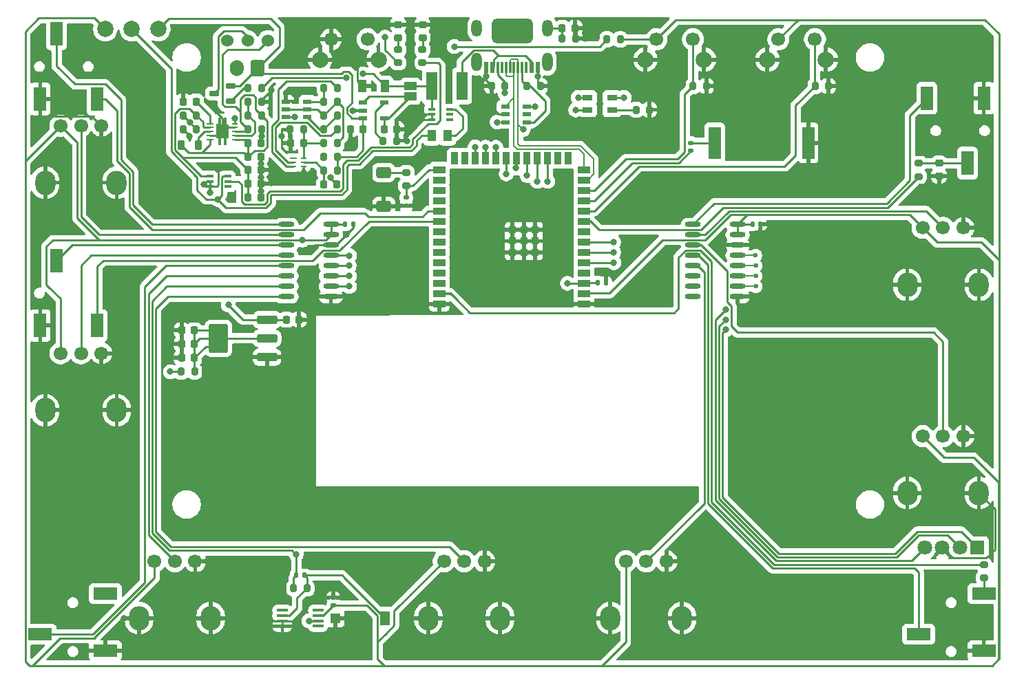
<source format=gbr>
%TF.GenerationSoftware,KiCad,Pcbnew,9.0.4*%
%TF.CreationDate,2025-10-09T22:00:13+02:00*%
%TF.ProjectId,Spikeling_v3.0,5370696b-656c-4696-9e67-5f76332e302e,rev?*%
%TF.SameCoordinates,Original*%
%TF.FileFunction,Copper,L1,Top*%
%TF.FilePolarity,Positive*%
%FSLAX46Y46*%
G04 Gerber Fmt 4.6, Leading zero omitted, Abs format (unit mm)*
G04 Created by KiCad (PCBNEW 9.0.4) date 2025-10-09 22:00:13*
%MOMM*%
%LPD*%
G01*
G04 APERTURE LIST*
G04 Aperture macros list*
%AMRoundRect*
0 Rectangle with rounded corners*
0 $1 Rounding radius*
0 $2 $3 $4 $5 $6 $7 $8 $9 X,Y pos of 4 corners*
0 Add a 4 corners polygon primitive as box body*
4,1,4,$2,$3,$4,$5,$6,$7,$8,$9,$2,$3,0*
0 Add four circle primitives for the rounded corners*
1,1,$1+$1,$2,$3*
1,1,$1+$1,$4,$5*
1,1,$1+$1,$6,$7*
1,1,$1+$1,$8,$9*
0 Add four rect primitives between the rounded corners*
20,1,$1+$1,$2,$3,$4,$5,0*
20,1,$1+$1,$4,$5,$6,$7,0*
20,1,$1+$1,$6,$7,$8,$9,0*
20,1,$1+$1,$8,$9,$2,$3,0*%
%AMFreePoly0*
4,1,21,-0.180000,0.885000,0.180000,0.885000,0.180000,1.715000,0.470000,1.715000,0.470000,0.885000,0.760000,0.885000,0.760000,-0.885000,0.470000,-0.885000,0.470000,-1.705000,0.180000,-1.705000,0.180000,-0.885000,-0.180000,-0.885000,-0.180000,-1.705000,-0.470000,-1.705000,-0.470000,-0.885000,-0.760000,-0.885000,-0.760000,0.895000,-0.470000,0.895000,-0.470000,1.715000,-0.180000,1.715000,
-0.180000,0.885000,-0.180000,0.885000,$1*%
G04 Aperture macros list end*
%TA.AperFunction,ComponentPad*%
%ADD10C,1.700000*%
%TD*%
%TA.AperFunction,ComponentPad*%
%ADD11O,2.500000X3.000000*%
%TD*%
%TA.AperFunction,SMDPad,CuDef*%
%ADD12RoundRect,0.200000X-0.200000X-0.275000X0.200000X-0.275000X0.200000X0.275000X-0.200000X0.275000X0*%
%TD*%
%TA.AperFunction,SMDPad,CuDef*%
%ADD13RoundRect,0.200000X0.275000X-0.200000X0.275000X0.200000X-0.275000X0.200000X-0.275000X-0.200000X0*%
%TD*%
%TA.AperFunction,SMDPad,CuDef*%
%ADD14RoundRect,0.225000X-0.225000X-0.250000X0.225000X-0.250000X0.225000X0.250000X-0.225000X0.250000X0*%
%TD*%
%TA.AperFunction,SMDPad,CuDef*%
%ADD15O,1.971000X0.602000*%
%TD*%
%TA.AperFunction,SMDPad,CuDef*%
%ADD16RoundRect,0.200000X-0.275000X0.200000X-0.275000X-0.200000X0.275000X-0.200000X0.275000X0.200000X0*%
%TD*%
%TA.AperFunction,SMDPad,CuDef*%
%ADD17R,1.500000X3.000000*%
%TD*%
%TA.AperFunction,SMDPad,CuDef*%
%ADD18RoundRect,0.225000X0.225000X0.250000X-0.225000X0.250000X-0.225000X-0.250000X0.225000X-0.250000X0*%
%TD*%
%TA.AperFunction,SMDPad,CuDef*%
%ADD19C,2.000000*%
%TD*%
%TA.AperFunction,SMDPad,CuDef*%
%ADD20RoundRect,0.200000X0.200000X0.275000X-0.200000X0.275000X-0.200000X-0.275000X0.200000X-0.275000X0*%
%TD*%
%TA.AperFunction,SMDPad,CuDef*%
%ADD21RoundRect,0.250000X0.300000X0.550000X-0.300000X0.550000X-0.300000X-0.550000X0.300000X-0.550000X0*%
%TD*%
%TA.AperFunction,SMDPad,CuDef*%
%ADD22R,3.000000X1.500000*%
%TD*%
%TA.AperFunction,SMDPad,CuDef*%
%ADD23R,1.100000X0.600000*%
%TD*%
%TA.AperFunction,SMDPad,CuDef*%
%ADD24R,1.500000X0.900000*%
%TD*%
%TA.AperFunction,SMDPad,CuDef*%
%ADD25R,0.900000X1.500000*%
%TD*%
%TA.AperFunction,SMDPad,CuDef*%
%ADD26R,0.900000X0.900000*%
%TD*%
%TA.AperFunction,SMDPad,CuDef*%
%ADD27RoundRect,0.250000X-1.000000X-0.300000X1.000000X-0.300000X1.000000X0.300000X-1.000000X0.300000X0*%
%TD*%
%TA.AperFunction,ComponentPad*%
%ADD28C,0.500000*%
%TD*%
%TA.AperFunction,SMDPad,CuDef*%
%ADD29RoundRect,0.250000X-0.920000X-1.550000X0.920000X-1.550000X0.920000X1.550000X-0.920000X1.550000X0*%
%TD*%
%TA.AperFunction,SMDPad,CuDef*%
%ADD30R,1.300000X0.800000*%
%TD*%
%TA.AperFunction,SMDPad,CuDef*%
%ADD31RoundRect,0.140000X-0.140000X-0.170000X0.140000X-0.170000X0.140000X0.170000X-0.140000X0.170000X0*%
%TD*%
%TA.AperFunction,ComponentPad*%
%ADD32C,1.524000*%
%TD*%
%TA.AperFunction,SMDPad,CuDef*%
%ADD33R,1.500000X4.000000*%
%TD*%
%TA.AperFunction,SMDPad,CuDef*%
%ADD34R,1.500000X1.000000*%
%TD*%
%TA.AperFunction,SMDPad,CuDef*%
%ADD35R,0.840000X0.280000*%
%TD*%
%TA.AperFunction,SMDPad,CuDef*%
%ADD36R,0.750000X0.280000*%
%TD*%
%TA.AperFunction,SMDPad,CuDef*%
%ADD37O,1.450000X0.380000*%
%TD*%
%TA.AperFunction,SMDPad,CuDef*%
%ADD38RoundRect,0.250000X-0.650000X0.425000X-0.650000X-0.425000X0.650000X-0.425000X0.650000X0.425000X0*%
%TD*%
%TA.AperFunction,SMDPad,CuDef*%
%ADD39RoundRect,0.140000X0.140000X0.170000X-0.140000X0.170000X-0.140000X-0.170000X0.140000X-0.170000X0*%
%TD*%
%TA.AperFunction,SMDPad,CuDef*%
%ADD40R,1.406500X3.499000*%
%TD*%
%TA.AperFunction,SMDPad,CuDef*%
%ADD41RoundRect,0.225000X-0.250000X0.225000X-0.250000X-0.225000X0.250000X-0.225000X0.250000X0.225000X0*%
%TD*%
%TA.AperFunction,SMDPad,CuDef*%
%ADD42R,0.300000X1.400000*%
%TD*%
%TA.AperFunction,SMDPad,CuDef*%
%ADD43R,0.500000X1.400000*%
%TD*%
%TA.AperFunction,ComponentPad*%
%ADD44O,1.300000X2.300000*%
%TD*%
%TA.AperFunction,ComponentPad*%
%ADD45O,1.300000X2.100000*%
%TD*%
%TA.AperFunction,SMDPad,CuDef*%
%ADD46RoundRect,0.500000X2.000000X1.000000X-2.000000X1.000000X-2.000000X-1.000000X2.000000X-1.000000X0*%
%TD*%
%TA.AperFunction,ComponentPad*%
%ADD47C,2.000000*%
%TD*%
%TA.AperFunction,SMDPad,CuDef*%
%ADD48RoundRect,0.140000X0.170000X-0.140000X0.170000X0.140000X-0.170000X0.140000X-0.170000X-0.140000X0*%
%TD*%
%TA.AperFunction,SMDPad,CuDef*%
%ADD49RoundRect,0.220000X-0.255000X0.220000X-0.255000X-0.220000X0.255000X-0.220000X0.255000X0.220000X0*%
%TD*%
%TA.AperFunction,SMDPad,CuDef*%
%ADD50R,1.199000X1.199000*%
%TD*%
%TA.AperFunction,SMDPad,CuDef*%
%ADD51R,1.200000X1.800000*%
%TD*%
%TA.AperFunction,SMDPad,CuDef*%
%ADD52R,0.850000X0.350000*%
%TD*%
%TA.AperFunction,SMDPad,CuDef*%
%ADD53RoundRect,0.220000X-0.220000X-0.380000X0.220000X-0.380000X0.220000X0.380000X-0.220000X0.380000X0*%
%TD*%
%TA.AperFunction,SMDPad,CuDef*%
%ADD54R,1.132500X1.377000*%
%TD*%
%TA.AperFunction,SMDPad,CuDef*%
%ADD55RoundRect,0.175000X-0.450000X-0.175000X0.450000X-0.175000X0.450000X0.175000X-0.450000X0.175000X0*%
%TD*%
%TA.AperFunction,SMDPad,CuDef*%
%ADD56R,0.850000X0.240000*%
%TD*%
%TA.AperFunction,SMDPad,CuDef*%
%ADD57R,0.800000X0.230000*%
%TD*%
%TA.AperFunction,SMDPad,CuDef*%
%ADD58FreePoly0,0.000000*%
%TD*%
%TA.AperFunction,SMDPad,CuDef*%
%ADD59RoundRect,0.140000X-0.170000X0.140000X-0.170000X-0.140000X0.170000X-0.140000X0.170000X0.140000X0*%
%TD*%
%TA.AperFunction,ComponentPad*%
%ADD60RoundRect,0.250000X0.600000X0.750000X-0.600000X0.750000X-0.600000X-0.750000X0.600000X-0.750000X0*%
%TD*%
%TA.AperFunction,ComponentPad*%
%ADD61O,1.700000X2.000000*%
%TD*%
%TA.AperFunction,ComponentPad*%
%ADD62R,1.800000X1.800000*%
%TD*%
%TA.AperFunction,ComponentPad*%
%ADD63C,1.800000*%
%TD*%
%TA.AperFunction,ViaPad*%
%ADD64C,0.800000*%
%TD*%
%TA.AperFunction,ViaPad*%
%ADD65C,0.600000*%
%TD*%
%TA.AperFunction,Conductor*%
%ADD66C,0.250000*%
%TD*%
%TA.AperFunction,Conductor*%
%ADD67C,0.200000*%
%TD*%
G04 APERTURE END LIST*
D10*
%TO.P,VR2,1,1*%
%TO.N,GNDREF*%
X156620000Y-117000000D03*
%TO.P,VR2,2,2*%
%TO.N,PhotoGain*%
X154120000Y-117000000D03*
%TO.P,VR2,3,3*%
%TO.N,+3.3V*%
X151620000Y-117000000D03*
D11*
%TO.P,VR2,4,4*%
%TO.N,GNDREF*%
X149720000Y-124000000D03*
%TO.P,VR2,5,5*%
X158520000Y-124000000D03*
%TD*%
D12*
%TO.P,R13,1*%
%TO.N,Net-(U6-PROG)*%
X144150000Y-65240000D03*
%TO.P,R13,2*%
%TO.N,GNDREF*%
X145790000Y-65240000D03*
%TD*%
D13*
%TO.P,R18,1*%
%TO.N,Net-(U12-ST)*%
X148990000Y-55660000D03*
%TO.P,R18,2*%
%TO.N,Net-(D7-Pad2)*%
X148990000Y-54020000D03*
%TD*%
D14*
%TO.P,C2,1*%
%TO.N,+5V*%
X132260000Y-87260000D03*
%TO.P,C2,2*%
%TO.N,GNDREF*%
X133820000Y-87260000D03*
%TD*%
D15*
%TO.P,U3,1,CH0*%
%TO.N,SynapseIn1*%
X132264500Y-75555000D03*
%TO.P,U3,2,CH1*%
%TO.N,SynapseGain1*%
X132264500Y-76825000D03*
%TO.P,U3,3,CH2*%
%TO.N,SynapseIn2*%
X132264500Y-78095000D03*
%TO.P,U3,4,CH3*%
%TO.N,SynapseGain2*%
X132264500Y-79365000D03*
%TO.P,U3,5,CH4*%
%TO.N,CurrentInput*%
X132264500Y-80635000D03*
%TO.P,U3,6,CH5*%
%TO.N,VoltageMembrane*%
X132264500Y-81905000D03*
%TO.P,U3,7,CH6*%
%TO.N,PhotoDiode*%
X132264500Y-83175000D03*
%TO.P,U3,8,CH7*%
%TO.N,PhotoGain*%
X132264500Y-84445000D03*
%TO.P,U3,9,DGND*%
%TO.N,GNDREF*%
X137735500Y-84445000D03*
%TO.P,U3,10,CS#/SHDN*%
%TO.N,CS1*%
X137735500Y-83175000D03*
%TO.P,U3,11,DIN*%
%TO.N,MOSI*%
X137735500Y-81905000D03*
%TO.P,U3,12,DOUT*%
%TO.N,MISO*%
X137735500Y-80635000D03*
%TO.P,U3,13,CLK*%
%TO.N,SCK*%
X137735500Y-79365000D03*
%TO.P,U3,14,AGND*%
%TO.N,GNDREF*%
X137735500Y-78095000D03*
%TO.P,U3,15,VREF*%
%TO.N,+3.3V*%
X137735500Y-76825000D03*
%TO.P,U3,16,VDD*%
X137735500Y-75555000D03*
%TD*%
D16*
%TO.P,R9,1*%
%TO.N,Net-(C11-Pad1)*%
X210025000Y-68005000D03*
%TO.P,R9,2*%
%TO.N,SynapseOut_Spike*%
X210025000Y-69645000D03*
%TD*%
D17*
%TO.P,J4,1,1*%
%TO.N,GNDREF*%
X102000000Y-88000000D03*
%TO.P,J4,2,2*%
%TO.N,SynapseIn2*%
X104000000Y-80000000D03*
%TO.P,J4,3,3*%
%TO.N,Synapse2_Spike*%
X109000000Y-88000000D03*
%TD*%
D18*
%TO.P,C3,1*%
%TO.N,Net-(C1-Pad1)*%
X120935000Y-90280000D03*
%TO.P,C3,2*%
%TO.N,GNDREF*%
X119375000Y-90280000D03*
%TD*%
D19*
%TO.P,TP2,1,1*%
%TO.N,+3.3V*%
X110000000Y-51500000D03*
%TD*%
D20*
%TO.P,R25,1*%
%TO.N,Net-(U8-FB)*%
X121200000Y-63820000D03*
%TO.P,R25,2*%
%TO.N,GNDREF*%
X119560000Y-63820000D03*
%TD*%
D14*
%TO.P,C25,1*%
%TO.N,Net-(U12-VIN)*%
X127540000Y-68840000D03*
%TO.P,C25,2*%
%TO.N,GNDREF*%
X129100000Y-68840000D03*
%TD*%
%TO.P,C23,1*%
%TO.N,Net-(U12-VIN)*%
X127540000Y-70540000D03*
%TO.P,C23,2*%
%TO.N,GNDREF*%
X129100000Y-70540000D03*
%TD*%
D21*
%TO.P,D1,1*%
%TO.N,VBUS*%
X144400000Y-58500000D03*
%TO.P,D1,2*%
%TO.N,GNDREF*%
X141600000Y-58500000D03*
%TD*%
D14*
%TO.P,C17,1*%
%TO.N,Net-(U12-VIN)*%
X127540000Y-72240000D03*
%TO.P,C17,2*%
%TO.N,GNDREF*%
X129100000Y-72240000D03*
%TD*%
D22*
%TO.P,J5,1,1*%
%TO.N,GNDREF*%
X218000000Y-128000000D03*
%TO.P,J5,2,2*%
%TO.N,CurrentStimulus*%
X210000000Y-126000000D03*
%TO.P,J5,3,3*%
%TO.N,Net-(J5-Pad3)*%
X218000000Y-121000000D03*
%TD*%
D20*
%TO.P,R28,1*%
%TO.N,Net-(U12-VIN)*%
X121200000Y-62120000D03*
%TO.P,R28,2*%
%TO.N,Net-(U8-FB)*%
X119560000Y-62120000D03*
%TD*%
%TO.P,R7,1*%
%TO.N,Net-(D3-C)*%
X134795000Y-120325000D03*
%TO.P,R7,2*%
%TO.N,PhotoDiode*%
X133155000Y-120325000D03*
%TD*%
D23*
%TO.P,U6,1,CE*%
%TO.N,Net-(JP1-B)*%
X141680000Y-60570000D03*
%TO.P,U6,2,VSS*%
%TO.N,GNDREF*%
X141680000Y-61520000D03*
%TO.P,U6,3,VBAT*%
%TO.N,Pack+*%
X141680000Y-62470000D03*
%TO.P,U6,4,VDD*%
%TO.N,Net-(JP1-B)*%
X144280000Y-62470000D03*
%TO.P,U6,5,PROG*%
%TO.N,Net-(U6-PROG)*%
X144280000Y-60570000D03*
%TD*%
D12*
%TO.P,R15,1*%
%TO.N,Net-(U7-V-)*%
X136870000Y-65520000D03*
%TO.P,R15,2*%
%TO.N,Net-(Q1-D1{slash}D2-Pad2)*%
X138510000Y-65520000D03*
%TD*%
D13*
%TO.P,R8,1*%
%TO.N,Net-(J5-Pad3)*%
X218000000Y-119045000D03*
%TO.P,R8,2*%
%TO.N,LightStimulus*%
X218000000Y-117405000D03*
%TD*%
D24*
%TO.P,U1,1,GND*%
%TO.N,GNDREF*%
X168850000Y-85310000D03*
%TO.P,U1,2,3V3*%
%TO.N,+3.3V*%
X168850000Y-84040000D03*
%TO.P,U1,3,EN*%
%TO.N,En*%
X168850000Y-82770000D03*
%TO.P,U1,4,IO4*%
%TO.N,unconnected-(U1-IO4-Pad4)*%
X168850000Y-81500000D03*
%TO.P,U1,5,IO5*%
%TO.N,Stim_BLED*%
X168850000Y-80230000D03*
%TO.P,U1,6,IO6*%
%TO.N,Stim_GLED*%
X168850000Y-78960000D03*
%TO.P,U1,7,IO7*%
%TO.N,Stim_RLED*%
X168850000Y-77690000D03*
%TO.P,U1,8,IO15*%
%TO.N,unconnected-(U1-IO15-Pad8)*%
X168850000Y-76420000D03*
%TO.P,U1,9,IO16*%
%TO.N,SynapseOut_Spike*%
X168850000Y-75150000D03*
%TO.P,U1,10,IO17*%
%TO.N,LEDButton*%
X168850000Y-73880000D03*
%TO.P,U1,11,IO18*%
%TO.N,Spike_Buzzer*%
X168850000Y-72610000D03*
%TO.P,U1,12,IO8*%
%TO.N,BuzzerButton*%
X168850000Y-71340000D03*
%TO.P,U1,13,IO19*%
%TO.N,USB_D-*%
X168850000Y-70070000D03*
%TO.P,U1,14,IO20*%
%TO.N,USB_D+*%
X168850000Y-68800000D03*
D25*
%TO.P,U1,15,IO3*%
%TO.N,unconnected-(U1-IO3-Pad15)*%
X166935000Y-67401000D03*
%TO.P,U1,16,IO46*%
%TO.N,unconnected-(U1-IO46-Pad16)*%
X165665000Y-67401000D03*
%TO.P,U1,17,IO9*%
%TO.N,CS2*%
X164395000Y-67401000D03*
%TO.P,U1,18,IO10*%
%TO.N,CS1*%
X163125000Y-67401000D03*
%TO.P,U1,19,IO11*%
%TO.N,MOSI*%
X161855000Y-67401000D03*
%TO.P,U1,20,IO12*%
%TO.N,SCK*%
X160585000Y-67401000D03*
%TO.P,U1,21,IO13*%
%TO.N,MISO*%
X159315000Y-67401000D03*
%TO.P,U1,22,IO14*%
%TO.N,Spike_GLED*%
X158045000Y-67401000D03*
%TO.P,U1,23,IO21*%
%TO.N,Spike_RLED*%
X156775000Y-67401000D03*
%TO.P,U1,24,IO47*%
%TO.N,Spike_BLED*%
X155505000Y-67401000D03*
%TO.P,U1,25,IO48*%
%TO.N,unconnected-(U1-IO48-Pad25)*%
X154235000Y-67401000D03*
%TO.P,U1,26,IO45*%
%TO.N,unconnected-(U1-IO45-Pad26)*%
X152965000Y-67401000D03*
D24*
%TO.P,U1,27,IO0*%
%TO.N,Boot*%
X151050000Y-68800000D03*
%TO.P,U1,28,IO35*%
%TO.N,unconnected-(U1-IO35-Pad28)*%
X151050000Y-70070000D03*
%TO.P,U1,29,IO36*%
%TO.N,unconnected-(U1-IO36-Pad29)*%
X151050000Y-71340000D03*
%TO.P,U1,30,IO37*%
%TO.N,unconnected-(U1-IO37-Pad30)*%
X151050000Y-72610000D03*
%TO.P,U1,31,IO38*%
%TO.N,Synapse1_Spike*%
X151050000Y-73880000D03*
%TO.P,U1,32,IO39*%
%TO.N,Synapse2_Spike*%
X151050000Y-75150000D03*
%TO.P,U1,33,IO40*%
%TO.N,unconnected-(U1-IO40-Pad33)*%
X151050000Y-76420000D03*
%TO.P,U1,34,IO41*%
%TO.N,unconnected-(U1-IO41-Pad34)*%
X151050000Y-77690000D03*
%TO.P,U1,35,IO42*%
%TO.N,unconnected-(U1-IO42-Pad35)*%
X151050000Y-78960000D03*
%TO.P,U1,36,RXD0*%
%TO.N,unconnected-(U1-RXD0-Pad36)*%
X151050000Y-80230000D03*
%TO.P,U1,37,TXD0*%
%TO.N,unconnected-(U1-TXD0-Pad37)*%
X151050000Y-81500000D03*
%TO.P,U1,38,IO2*%
%TO.N,unconnected-(U1-IO2-Pad38)*%
X151050000Y-82770000D03*
%TO.P,U1,39,IO1*%
%TO.N,LightStimulus*%
X151050000Y-84040000D03*
%TO.P,U1,40,GND*%
%TO.N,GNDREF*%
X151050000Y-85310000D03*
D26*
%TO.P,U1,41,GND*%
X162849500Y-78990500D03*
X162849500Y-77590500D03*
X162849500Y-76190500D03*
X161449500Y-78990500D03*
X161449500Y-77590500D03*
X161449500Y-76190500D03*
X160049500Y-78990500D03*
X160049500Y-77590500D03*
X160049500Y-76190500D03*
%TD*%
D27*
%TO.P,U2,1,GND*%
%TO.N,GNDREF*%
X129885000Y-91870000D03*
%TO.P,U2,2,VOUT*%
%TO.N,Net-(C1-Pad1)*%
X129885000Y-89570000D03*
%TO.P,U2,3,VIN*%
%TO.N,+5V*%
X129885000Y-87270000D03*
D28*
%TO.P,U2,4,VOUT*%
%TO.N,Net-(C1-Pad1)*%
X123915000Y-88570000D03*
X123915000Y-89570000D03*
D29*
X123915000Y-89570000D03*
D28*
X123915000Y-90570000D03*
%TD*%
D10*
%TO.P,VR1,1,1*%
%TO.N,GNDREF*%
X121050000Y-117000000D03*
%TO.P,VR1,2,2*%
%TO.N,VoltageMembrane*%
X118550000Y-117000000D03*
%TO.P,VR1,3,3*%
%TO.N,+3.3V*%
X116050000Y-117000000D03*
D11*
%TO.P,VR1,4,4*%
%TO.N,GNDREF*%
X114150000Y-124000000D03*
%TO.P,VR1,5,5*%
X122950000Y-124000000D03*
%TD*%
D20*
%TO.P,R19,1*%
%TO.N,Pack+*%
X138510000Y-68920000D03*
%TO.P,R19,2*%
%TO.N,Net-(U7-BAT)*%
X136870000Y-68920000D03*
%TD*%
D30*
%TO.P,D4,1,RA*%
%TO.N,Spike_RLED*%
X169300000Y-61425000D03*
%TO.P,D4,2,BA*%
%TO.N,Spike_BLED*%
X169300000Y-59925000D03*
%TO.P,D4,3,GA*%
%TO.N,Spike_GLED*%
X172300000Y-59925000D03*
%TO.P,D4,4,K*%
%TO.N,Net-(D4-K)*%
X172300000Y-61425000D03*
%TD*%
D31*
%TO.P,C5,1*%
%TO.N,En*%
X170525000Y-82720000D03*
%TO.P,C5,2*%
%TO.N,GNDREF*%
X171525000Y-82720000D03*
%TD*%
D20*
%TO.P,R16,1*%
%TO.N,Net-(SW5-A)*%
X129200000Y-62120000D03*
%TO.P,R16,2*%
%TO.N,Net-(U8-UVLO)*%
X127560000Y-62120000D03*
%TD*%
D18*
%TO.P,C14,1*%
%TO.N,Pack+*%
X141680000Y-63820000D03*
%TO.P,C14,2*%
%TO.N,GNDREF*%
X140120000Y-63820000D03*
%TD*%
D32*
%TO.P,SW5,1,C*%
%TO.N,unconnected-(SW5-C-Pad1)*%
X125000000Y-52885034D03*
%TO.P,SW5,2,B*%
%TO.N,Net-(Q2-D)*%
X127500000Y-52885034D03*
%TO.P,SW5,3,A*%
%TO.N,Net-(SW5-A)*%
X130000000Y-52885034D03*
%TD*%
D10*
%TO.P,VR5,1,1*%
%TO.N,GNDREF*%
X215500000Y-101600000D03*
%TO.P,VR5,2,2*%
%TO.N,StimulusFrequency*%
X213000000Y-101600000D03*
%TO.P,VR5,3,3*%
%TO.N,+3.3V*%
X210500000Y-101600000D03*
D11*
%TO.P,VR5,4,4*%
%TO.N,GNDREF*%
X208600000Y-108600000D03*
%TO.P,VR5,5,5*%
X217400000Y-108600000D03*
%TD*%
D33*
%TO.P,B1,1,1*%
%TO.N,Net-(B1-Pad1)*%
X184925000Y-65500000D03*
%TO.P,B1,2,2*%
%TO.N,GNDREF*%
X196425000Y-65500000D03*
%TD*%
D34*
%TO.P,JP1,1,A*%
%TO.N,VBUS*%
X147490000Y-58500000D03*
%TO.P,JP1,2,B*%
%TO.N,Net-(JP1-B)*%
X147490000Y-59800000D03*
%TD*%
D23*
%TO.P,Q1,1,S1*%
%TO.N,GNDREF*%
X132150000Y-60414000D03*
%TO.P,Q1,2,D1/D2*%
%TO.N,Net-(Q1-D1{slash}D2-Pad2)*%
X132150000Y-61364000D03*
%TO.P,Q1,3,S2*%
%TO.N,Net-(BT1--)*%
X132150000Y-62314000D03*
%TO.P,Q1,4,G2*%
%TO.N,Net-(Q1-G2)*%
X134850000Y-62314000D03*
%TO.P,Q1,5,D1/D2*%
%TO.N,Net-(Q1-D1{slash}D2-Pad2)*%
X134850000Y-61364000D03*
%TO.P,Q1,6,G1*%
%TO.N,Net-(Q1-G1)*%
X134850000Y-60414000D03*
%TD*%
D35*
%TO.P,U7,1,NC*%
%TO.N,unconnected-(U7-NC-Pad1)*%
X133149000Y-67420000D03*
D36*
%TO.P,U7,2,COUT*%
%TO.N,Net-(U7-COUT)*%
X133094000Y-67920000D03*
%TO.P,U7,3,DOUT*%
%TO.N,Net-(U7-DOUT)*%
X133094000Y-68420000D03*
%TO.P,U7,4,VSS*%
%TO.N,GNDREF*%
X134366000Y-68420000D03*
%TO.P,U7,5,BAT*%
%TO.N,Net-(U7-BAT)*%
X134366000Y-67920000D03*
%TO.P,U7,6,V-*%
%TO.N,Net-(U7-V-)*%
X134366000Y-67420000D03*
%TD*%
D12*
%TO.P,R12,1*%
%TO.N,LEDButton*%
X197255000Y-58500000D03*
%TO.P,R12,2*%
%TO.N,GNDREF*%
X198895000Y-58500000D03*
%TD*%
D13*
%TO.P,R5,1*%
%TO.N,Boot*%
X147000000Y-70790000D03*
%TO.P,R5,2*%
%TO.N,Net-(SW1-A)*%
X147000000Y-69150000D03*
%TD*%
D37*
%TO.P,U5,1,NC*%
%TO.N,unconnected-(U5-NC-Pad1)*%
X131750000Y-123050000D03*
%TO.P,U5,2,IN-*%
%TO.N,Net-(D3-C)*%
X131750000Y-123700000D03*
%TO.P,U5,3,IN+*%
%TO.N,GNDREF*%
X131750000Y-124350000D03*
%TO.P,U5,4,V-*%
X131750000Y-125000000D03*
%TO.P,U5,5,NC*%
%TO.N,unconnected-(U5-NC-Pad5)*%
X136150000Y-125000000D03*
%TO.P,U5,6,OUT*%
%TO.N,PhotoDiode*%
X136150000Y-124350000D03*
%TO.P,U5,7,V+*%
%TO.N,+3.3V*%
X136150000Y-123700000D03*
%TO.P,U5,8,NC*%
%TO.N,unconnected-(U5-NC-Pad8)*%
X136150000Y-123050000D03*
%TD*%
D14*
%TO.P,C19,1*%
%TO.N,Net-(J1-SHIELD)*%
X166160000Y-51370000D03*
%TO.P,C19,2*%
%TO.N,GNDREF*%
X167720000Y-51370000D03*
%TD*%
D38*
%TO.P,SW1,1,A*%
%TO.N,Net-(SW1-A)*%
X144225000Y-69150000D03*
%TO.P,SW1,2,B*%
%TO.N,GNDREF*%
X144225000Y-73300000D03*
%TD*%
D31*
%TO.P,C7,1*%
%TO.N,+3.3V*%
X139500000Y-75550000D03*
%TO.P,C7,2*%
%TO.N,GNDREF*%
X140500000Y-75550000D03*
%TD*%
D18*
%TO.P,C16,1*%
%TO.N,Net-(U8-VAUX)*%
X121160000Y-60420000D03*
%TO.P,C16,2*%
%TO.N,GNDREF*%
X119600000Y-60420000D03*
%TD*%
D14*
%TO.P,C18,1*%
%TO.N,Net-(U7-BAT)*%
X136870000Y-70620000D03*
%TO.P,C18,2*%
%TO.N,GNDREF*%
X138430000Y-70620000D03*
%TD*%
D39*
%TO.P,C8,1*%
%TO.N,GNDREF*%
X190550000Y-75550000D03*
%TO.P,C8,2*%
%TO.N,+3.3V*%
X189550000Y-75550000D03*
%TD*%
D12*
%TO.P,R17,1*%
%TO.N,Net-(U8-UVLO)*%
X127560000Y-60420000D03*
%TO.P,R17,2*%
%TO.N,GNDREF*%
X129200000Y-60420000D03*
%TD*%
D40*
%TO.P,U9,1,1*%
%TO.N,Net-(J1-VBUS-PadA9B4)*%
X153853500Y-58500000D03*
%TO.P,U9,2,2*%
%TO.N,VBUS*%
X150146500Y-58500000D03*
%TD*%
D13*
%TO.P,R3,1*%
%TO.N,Net-(C1-Pad1)*%
X146000000Y-55660000D03*
%TO.P,R3,2*%
%TO.N,Net-(D2-Pad2)*%
X146000000Y-54020000D03*
%TD*%
D17*
%TO.P,J6,1,1*%
%TO.N,GNDREF*%
X218000000Y-60000000D03*
%TO.P,J6,2,2*%
%TO.N,Net-(C11-Pad1)*%
X216000000Y-68000000D03*
%TO.P,J6,3,3*%
%TO.N,SynapseOut*%
X211000000Y-60000000D03*
%TD*%
%TO.P,J3,1,1*%
%TO.N,GNDREF*%
X102000000Y-60100000D03*
%TO.P,J3,2,2*%
%TO.N,SynapseIn1*%
X104000000Y-52100000D03*
%TO.P,J3,3,3*%
%TO.N,Synapse1_Spike*%
X109000000Y-60100000D03*
%TD*%
D41*
%TO.P,C11,1*%
%TO.N,Net-(C11-Pad1)*%
X212500000Y-68000000D03*
%TO.P,C11,2*%
%TO.N,GNDREF*%
X212500000Y-69560000D03*
%TD*%
D42*
%TO.P,J1,A5,CC1*%
%TO.N,Net-(J1-CC1)*%
X161250000Y-56250000D03*
%TO.P,J1,A6,D+*%
%TO.N,USB_D+*%
X160250000Y-56250000D03*
%TO.P,J1,A7,D-*%
%TO.N,USB_D-*%
X159750000Y-56250000D03*
%TO.P,J1,A8,SBU1*%
%TO.N,unconnected-(J1-SBU1-PadA8)*%
X158750000Y-56250000D03*
D43*
%TO.P,J1,A9B4,VBUS*%
%TO.N,Net-(J1-VBUS-PadA9B4)*%
X157600000Y-56250000D03*
%TO.P,J1,A12B1,GND*%
%TO.N,GNDREF*%
X156800000Y-56250000D03*
D42*
%TO.P,J1,B5,CC2*%
%TO.N,Net-(J1-CC2)*%
X158250000Y-56250000D03*
%TO.P,J1,B6,D+*%
%TO.N,USB_D+*%
X159250000Y-56250000D03*
%TO.P,J1,B7,D-*%
%TO.N,USB_D-*%
X160750000Y-56250000D03*
%TO.P,J1,B8,SBU2*%
%TO.N,unconnected-(J1-SBU2-PadB8)*%
X161750000Y-56250000D03*
D43*
%TO.P,J1,B9A4,VBUS*%
%TO.N,Net-(J1-VBUS-PadA9B4)*%
X162400000Y-56250000D03*
%TO.P,J1,B12A1,GND*%
%TO.N,GNDREF*%
X163200000Y-56250000D03*
D44*
%TO.P,J1,S1,SHIELD*%
%TO.N,Net-(J1-SHIELD)*%
X164330000Y-55570000D03*
D45*
X164330000Y-51370000D03*
D28*
X162000000Y-52750000D03*
X162000000Y-50750000D03*
D46*
X160000000Y-51750000D03*
D28*
X158000000Y-52750000D03*
X158000000Y-50750000D03*
D44*
X155670000Y-55570000D03*
D45*
X155670000Y-51370000D03*
%TD*%
D19*
%TO.P,TP1,1,1*%
%TO.N,+5V*%
X113250000Y-51500000D03*
%TD*%
D10*
%TO.P,SW3,1,1*%
%TO.N,BuzzerButton*%
X182250000Y-52750000D03*
%TO.P,SW3,2,2*%
%TO.N,+3.3V*%
X177750000Y-52750000D03*
D47*
%TO.P,SW3,3,3*%
%TO.N,GNDREF*%
X176400000Y-55250000D03*
%TO.P,SW3,4,4*%
X183600000Y-55250000D03*
%TD*%
D14*
%TO.P,C22,1*%
%TO.N,Net-(SW5-A)*%
X127560000Y-65520000D03*
%TO.P,C22,2*%
%TO.N,GNDREF*%
X129120000Y-65520000D03*
%TD*%
D31*
%TO.P,C10,1*%
%TO.N,PhotoDiode*%
X133475000Y-118725000D03*
%TO.P,C10,2*%
%TO.N,Net-(D3-C)*%
X134475000Y-118725000D03*
%TD*%
D10*
%TO.P,SW2,1,1*%
%TO.N,En*%
X142250000Y-52750000D03*
%TO.P,SW2,2,2*%
%TO.N,GNDREF*%
X137750000Y-52750000D03*
D47*
%TO.P,SW2,3,3*%
X136400000Y-55250000D03*
%TO.P,SW2,4,4*%
X143600000Y-55250000D03*
%TD*%
D12*
%TO.P,R20,1*%
%TO.N,Net-(J1-SHIELD)*%
X166160000Y-52680000D03*
%TO.P,R20,2*%
%TO.N,GNDREF*%
X167800000Y-52680000D03*
%TD*%
D48*
%TO.P,C9,1*%
%TO.N,+3.3V*%
X138010000Y-122460000D03*
%TO.P,C9,2*%
%TO.N,GNDREF*%
X138010000Y-121460000D03*
%TD*%
D20*
%TO.P,R22,1*%
%TO.N,Net-(Q1-D1{slash}D2-Pad2)*%
X138510000Y-60420000D03*
%TO.P,R22,2*%
%TO.N,Net-(Q1-G1)*%
X136870000Y-60420000D03*
%TD*%
D12*
%TO.P,R21,1*%
%TO.N,Net-(Q2B-G2)*%
X136870000Y-67220000D03*
%TO.P,R21,2*%
%TO.N,Pack+*%
X138510000Y-67220000D03*
%TD*%
D49*
%TO.P,D7,1*%
%TO.N,GNDREF*%
X149000000Y-50960000D03*
%TO.P,D7,2*%
%TO.N,Net-(D7-Pad2)*%
X149000000Y-52540000D03*
%TD*%
D20*
%TO.P,R15,1*%
%TO.N,Net-(U7-V-)*%
X134360000Y-63820000D03*
%TO.P,R15,2*%
%TO.N,GNDREF*%
X132720000Y-63820000D03*
%TD*%
D12*
%TO.P,R11,1*%
%TO.N,BuzzerButton*%
X182255000Y-58500000D03*
%TO.P,R11,2*%
%TO.N,GNDREF*%
X183895000Y-58500000D03*
%TD*%
D50*
%TO.P,D3,1,A*%
%TO.N,GNDREF*%
X138300000Y-124025000D03*
D51*
%TO.P,D3,2,C*%
%TO.N,Net-(D3-C)*%
X144400000Y-124025000D03*
%TD*%
D18*
%TO.P,C4,1*%
%TO.N,Net-(C1-Pad1)*%
X120930000Y-91960000D03*
%TO.P,C4,2*%
%TO.N,GNDREF*%
X119370000Y-91960000D03*
%TD*%
D20*
%TO.P,R26,1*%
%TO.N,VBUS*%
X129200000Y-58720000D03*
%TO.P,R26,2*%
%TO.N,Net-(Q2-G)*%
X127560000Y-58720000D03*
%TD*%
D18*
%TO.P,C1,1*%
%TO.N,Net-(C1-Pad1)*%
X120935000Y-88580000D03*
%TO.P,C1,2*%
%TO.N,GNDREF*%
X119375000Y-88580000D03*
%TD*%
D52*
%TO.P,U10,1,VIN*%
%TO.N,VBUS*%
X150150000Y-61350000D03*
%TO.P,U10,2,GND*%
%TO.N,GNDREF*%
X150150000Y-62000000D03*
%TO.P,U10,3,CE#*%
X150150000Y-62650000D03*
%TO.P,U10,4,NC*%
%TO.N,unconnected-(U10-NC-Pad4)*%
X152350000Y-62650000D03*
%TO.P,U10,5,ST*%
%TO.N,unconnected-(U10-ST-Pad5)*%
X152350000Y-62000000D03*
%TO.P,U10,6,VOUT*%
%TO.N,Net-(U10-VOUT)*%
X152350000Y-61350000D03*
%TD*%
D20*
%TO.P,R4,1*%
%TO.N,+3.3V*%
X173320000Y-52750000D03*
%TO.P,R4,2*%
%TO.N,En*%
X171680000Y-52750000D03*
%TD*%
D48*
%TO.P,C12,1*%
%TO.N,Spike_Buzzer*%
X182000000Y-66500000D03*
%TO.P,C12,2*%
%TO.N,Net-(B1-Pad1)*%
X182000000Y-65500000D03*
%TD*%
D53*
%TO.P,L2,1*%
%TO.N,Net-(SW5-A)*%
X119320000Y-65770000D03*
%TO.P,L2,2*%
%TO.N,Net-(U8-L)*%
X121440000Y-65770000D03*
%TD*%
D12*
%TO.P,R24,1*%
%TO.N,Net-(Q1-D1{slash}D2-Pad2)*%
X136870000Y-62120000D03*
%TO.P,R24,2*%
%TO.N,Net-(Q1-G2)*%
X138510000Y-62120000D03*
%TD*%
D10*
%TO.P,VR6,1,1*%
%TO.N,GNDREF*%
X109500000Y-63400000D03*
%TO.P,VR6,2,2*%
%TO.N,SynapseGain1*%
X107000000Y-63400000D03*
%TO.P,VR6,3,3*%
%TO.N,+3.3V*%
X104500000Y-63400000D03*
D11*
%TO.P,VR6,4,4*%
%TO.N,GNDREF*%
X102600000Y-70400000D03*
%TO.P,VR6,5,5*%
X111400000Y-70400000D03*
%TD*%
D10*
%TO.P,VR4,1,1*%
%TO.N,GNDREF*%
X215500000Y-75972000D03*
%TO.P,VR4,2,2*%
%TO.N,StimulusStrength*%
X213000000Y-75972000D03*
%TO.P,VR4,3,3*%
%TO.N,+3.3V*%
X210500000Y-75972000D03*
D11*
%TO.P,VR4,4,4*%
%TO.N,GNDREF*%
X208600000Y-82972000D03*
%TO.P,VR4,5,5*%
X217400000Y-82972000D03*
%TD*%
D54*
%TO.P,L1,1,1*%
%TO.N,Net-(U10-VOUT)*%
X152066000Y-64630000D03*
%TO.P,L1,2,2*%
%TO.N,+5V*%
X150134000Y-64630000D03*
%TD*%
D15*
%TO.P,U4,1,CH0*%
%TO.N,SynapseOut*%
X182264500Y-75555000D03*
%TO.P,U4,2,CH1*%
%TO.N,StimulusStrength*%
X182264500Y-76825000D03*
%TO.P,U4,3,CH2*%
%TO.N,StimulusFrequency*%
X182264500Y-78095000D03*
%TO.P,U4,4,CH3*%
%TO.N,CurrentStimulus*%
X182264500Y-79365000D03*
%TO.P,U4,5,CH4*%
%TO.N,Noise*%
X182264500Y-80635000D03*
%TO.P,U4,6,CH5*%
%TO.N,unconnected-(U4-CH5-Pad6)*%
X182264500Y-81905000D03*
%TO.P,U4,7,CH6*%
%TO.N,unconnected-(U4-CH6-Pad7)*%
X182264500Y-83175000D03*
%TO.P,U4,8,CH7*%
%TO.N,unconnected-(U4-CH7-Pad8)*%
X182264500Y-84445000D03*
%TO.P,U4,9,DGND*%
%TO.N,GNDREF*%
X187735500Y-84445000D03*
%TO.P,U4,10,CS#/SHDN*%
%TO.N,CS2*%
X187735500Y-83175000D03*
%TO.P,U4,11,DIN*%
%TO.N,MOSI*%
X187735500Y-81905000D03*
%TO.P,U4,12,DOUT*%
%TO.N,MISO*%
X187735500Y-80635000D03*
%TO.P,U4,13,CLK*%
%TO.N,SCK*%
X187735500Y-79365000D03*
%TO.P,U4,14,AGND*%
%TO.N,GNDREF*%
X187735500Y-78095000D03*
%TO.P,U4,15,VREF*%
%TO.N,+3.3V*%
X187735500Y-76825000D03*
%TO.P,U4,16,VDD*%
X187735500Y-75555000D03*
%TD*%
D10*
%TO.P,VR3,1,1*%
%TO.N,GNDREF*%
X179000000Y-117000000D03*
%TO.P,VR3,2,2*%
%TO.N,Noise*%
X176500000Y-117000000D03*
%TO.P,VR3,3,3*%
%TO.N,+3.3V*%
X174000000Y-117000000D03*
D11*
%TO.P,VR3,4,4*%
%TO.N,GNDREF*%
X172100000Y-124000000D03*
%TO.P,VR3,5,5*%
X180900000Y-124000000D03*
%TD*%
D14*
%TO.P,C21,1*%
%TO.N,Net-(SW5-A)*%
X127560000Y-67220000D03*
%TO.P,C21,2*%
%TO.N,GNDREF*%
X129120000Y-67220000D03*
%TD*%
D12*
%TO.P,R10,1*%
%TO.N,Net-(D4-K)*%
X175255000Y-61425000D03*
%TO.P,R10,2*%
%TO.N,GNDREF*%
X176895000Y-61425000D03*
%TD*%
D55*
%TO.P,Q2,1,G*%
%TO.N,Net-(Q2-G)*%
X125380000Y-60380000D03*
%TO.P,Q2,2,S*%
%TO.N,Pack+*%
X125380000Y-58480000D03*
%TO.P,Q2,3,D*%
%TO.N,Net-(Q2-D)*%
X123380000Y-59430000D03*
%TD*%
D19*
%TO.P,TP3,1,1*%
%TO.N,Pack+*%
X116500000Y-51500000D03*
%TD*%
D10*
%TO.P,SW4,1,1*%
%TO.N,LEDButton*%
X197250000Y-52750000D03*
%TO.P,SW4,2,2*%
%TO.N,+3.3V*%
X192750000Y-52750000D03*
D47*
%TO.P,SW4,3,3*%
%TO.N,GNDREF*%
X191400000Y-55250000D03*
%TO.P,SW4,4,4*%
X198600000Y-55250000D03*
%TD*%
D12*
%TO.P,R6,1*%
%TO.N,+3.3V*%
X119330000Y-93680000D03*
%TO.P,R6,2*%
%TO.N,Net-(C1-Pad1)*%
X120970000Y-93680000D03*
%TD*%
D20*
%TO.P,R21,1*%
%TO.N,Net-(U7-DOUT)*%
X138510000Y-58720000D03*
%TO.P,R21,2*%
%TO.N,Net-(Q1-G1)*%
X136870000Y-58720000D03*
%TD*%
D18*
%TO.P,C20,1*%
%TO.N,Net-(U7-V-)*%
X134360000Y-65520000D03*
%TO.P,C20,2*%
%TO.N,GNDREF*%
X132800000Y-65520000D03*
%TD*%
D56*
%TO.P,U8,1,VAUX*%
%TO.N,Net-(U8-VAUX)*%
X122880000Y-63121000D03*
%TO.P,U8,2,VOUT*%
%TO.N,Net-(U12-VIN)*%
X122880000Y-63621000D03*
%TO.P,U8,3,L*%
%TO.N,Net-(U8-L)*%
X122880000Y-64121000D03*
%TO.P,U8,4,PGND*%
%TO.N,GNDREF*%
X122880000Y-64621000D03*
%TO.P,U8,5,VIN*%
%TO.N,Net-(SW5-A)*%
X122880000Y-65121000D03*
D57*
%TO.P,U8,6,EN*%
X125880000Y-65121000D03*
%TO.P,U8,7,UVLO*%
%TO.N,Net-(U8-UVLO)*%
X125880000Y-64621000D03*
%TO.P,U8,8,PS*%
%TO.N,Net-(SW5-A)*%
X125880000Y-64121000D03*
%TO.P,U8,9,GND*%
%TO.N,GNDREF*%
X125880000Y-63621000D03*
%TO.P,U8,10,FB*%
%TO.N,Net-(U8-FB)*%
X125880000Y-63121000D03*
D58*
%TO.P,U8,11,PAD*%
%TO.N,GNDREF*%
X124380000Y-64126000D03*
%TD*%
D10*
%TO.P,VR7,1,1*%
%TO.N,GNDREF*%
X109500000Y-91400000D03*
%TO.P,VR7,2,2*%
%TO.N,SynapseGain2*%
X107000000Y-91400000D03*
%TO.P,VR7,3,3*%
%TO.N,+3.3V*%
X104500000Y-91400000D03*
D11*
%TO.P,VR7,4,4*%
%TO.N,GNDREF*%
X102600000Y-98400000D03*
%TO.P,VR7,5,5*%
X111400000Y-98400000D03*
%TD*%
D20*
%TO.P,R23,1*%
%TO.N,Net-(U7-COUT)*%
X138510000Y-63820000D03*
%TO.P,R23,2*%
%TO.N,Net-(Q1-G2)*%
X136870000Y-63820000D03*
%TD*%
D59*
%TO.P,C6,1*%
%TO.N,Boot*%
X147000000Y-72250000D03*
%TO.P,C6,2*%
%TO.N,GNDREF*%
X147000000Y-73250000D03*
%TD*%
D12*
%TO.P,R2,1*%
%TO.N,GNDREF*%
X157500000Y-58500000D03*
%TO.P,R2,2*%
%TO.N,Net-(J1-CC2)*%
X159140000Y-58500000D03*
%TD*%
D22*
%TO.P,J2,1,1*%
%TO.N,GNDREF*%
X110000000Y-128000000D03*
%TO.P,J2,2,2*%
%TO.N,CurrentInput*%
X102000000Y-126000000D03*
%TO.P,J2,3,3*%
%TO.N,unconnected-(J2-Pad3)*%
X110000000Y-121000000D03*
%TD*%
D14*
%TO.P,C13,1*%
%TO.N,Net-(JP1-B)*%
X144280000Y-63820000D03*
%TO.P,C13,2*%
%TO.N,GNDREF*%
X145840000Y-63820000D03*
%TD*%
D20*
%TO.P,R1,1*%
%TO.N,GNDREF*%
X163500000Y-58500000D03*
%TO.P,R1,2*%
%TO.N,Net-(J1-CC1)*%
X161860000Y-58500000D03*
%TD*%
D49*
%TO.P,D2,1*%
%TO.N,GNDREF*%
X146000000Y-50960000D03*
%TO.P,D2,2*%
%TO.N,Net-(D2-Pad2)*%
X146000000Y-52540000D03*
%TD*%
D52*
%TO.P,U12,1,VIN*%
%TO.N,Net-(U12-VIN)*%
X122870000Y-69590000D03*
%TO.P,U12,2,GND*%
%TO.N,GNDREF*%
X122870000Y-70240000D03*
%TO.P,U12,3,CE#*%
X122870000Y-70890000D03*
%TO.P,U12,4,NC*%
%TO.N,unconnected-(U12-NC-Pad4)*%
X125070000Y-70890000D03*
%TO.P,U12,5,ST*%
%TO.N,Net-(U12-ST)*%
X125070000Y-70240000D03*
%TO.P,U12,6,VOUT*%
%TO.N,+5V*%
X125070000Y-69590000D03*
%TD*%
D12*
%TO.P,R14,1*%
%TO.N,Net-(SW5-A)*%
X127560000Y-63820000D03*
%TO.P,R14,2*%
%TO.N,GNDREF*%
X129200000Y-63820000D03*
%TD*%
D23*
%TO.P,TV1,1,1*%
%TO.N,USB_D+*%
X159160000Y-61050000D03*
%TO.P,TV1,2,2*%
%TO.N,GNDREF*%
X159160000Y-62000000D03*
%TO.P,TV1,3,3*%
%TO.N,USB_D-*%
X159160000Y-62950000D03*
%TO.P,TV1,4,4*%
%TO.N,Net-(J1-CC1)*%
X161860000Y-62950000D03*
%TO.P,TV1,5,5*%
%TO.N,unconnected-(TV1-Pad5)*%
X161860000Y-62000000D03*
%TO.P,TV1,6,6*%
%TO.N,Net-(J1-CC2)*%
X161860000Y-61050000D03*
%TD*%
D60*
%TO.P,BT1,1,+*%
%TO.N,Pack+*%
X128675000Y-56300000D03*
D61*
%TO.P,BT1,2,-*%
%TO.N,Net-(BT1--)*%
X126175000Y-56300000D03*
%TD*%
D62*
%TO.P,D5,1,BA*%
%TO.N,Stim_BLED*%
X217234000Y-115350000D03*
D63*
%TO.P,D5,2,GA*%
%TO.N,Stim_GLED*%
X215075000Y-115350000D03*
%TO.P,D5,3,K*%
%TO.N,GNDREF*%
X212916000Y-115350000D03*
%TO.P,D5,4,RA*%
%TO.N,Stim_RLED*%
X210757000Y-115350000D03*
%TD*%
D64*
%TO.N,Net-(C1-Pad1)*%
X144400000Y-52490000D03*
%TO.N,+5V*%
X125135000Y-85465000D03*
X123800000Y-72460000D03*
%TO.N,En*%
X166825000Y-82800000D03*
X152897000Y-53639000D03*
%TO.N,+3.3V*%
X118000000Y-93680000D03*
X134220000Y-77468000D03*
%TO.N,GNDREF*%
X109510000Y-93050000D03*
X118000000Y-90250000D03*
X137725000Y-85600000D03*
X129120000Y-68040000D03*
X158750000Y-76190000D03*
X157490000Y-59800000D03*
X218020000Y-62310000D03*
X137670000Y-69730000D03*
X102600000Y-100775000D03*
X167200000Y-85325000D03*
X176910000Y-60130000D03*
X217275000Y-101600000D03*
X196430000Y-62700000D03*
X217375000Y-110925000D03*
X130430000Y-68840000D03*
X217190000Y-75930000D03*
X169030000Y-52670000D03*
X206475000Y-82925000D03*
X208600000Y-111025000D03*
X101450000Y-127925000D03*
X122450000Y-117000000D03*
X131660000Y-64700000D03*
X125560000Y-71980000D03*
X122090000Y-70580000D03*
X141830000Y-55290000D03*
X218000000Y-126450000D03*
X147590000Y-51050000D03*
X216025000Y-60000000D03*
X156230000Y-58480000D03*
X138060000Y-120290000D03*
X122890000Y-71640000D03*
X169050000Y-51390000D03*
X129100000Y-71420000D03*
X160625000Y-124025000D03*
X178150000Y-61425000D03*
X191750000Y-75550000D03*
X182975000Y-124000000D03*
X218000000Y-57700000D03*
X118000000Y-88540000D03*
X147080000Y-65260000D03*
X213850000Y-69550000D03*
X129200000Y-64690000D03*
X176910000Y-62760000D03*
X121070000Y-118650000D03*
X139890000Y-124030000D03*
X142960000Y-58490000D03*
X198950000Y-59880000D03*
X136060000Y-52720000D03*
X112420000Y-128000000D03*
X158760000Y-78990000D03*
X102030000Y-85580000D03*
X158475000Y-117000000D03*
X196460000Y-68340000D03*
X120370000Y-64680000D03*
X161460000Y-74900000D03*
X185975000Y-77675000D03*
X147200000Y-63820000D03*
X215500000Y-74375000D03*
X107650000Y-128020000D03*
X156640000Y-118730000D03*
X212550000Y-70960000D03*
X200150000Y-58500000D03*
X123868000Y-68652000D03*
X215500000Y-99975000D03*
X146010000Y-73290000D03*
X148870000Y-62580000D03*
X129100000Y-69720000D03*
X161460000Y-80300000D03*
X119620000Y-57950000D03*
X189575000Y-84425000D03*
X193280000Y-55240000D03*
X134366000Y-69196000D03*
X164800000Y-58480000D03*
X164120000Y-78990000D03*
X163200000Y-57350000D03*
X164100000Y-77610000D03*
X147600000Y-124000000D03*
X169975000Y-123950000D03*
X160060000Y-74930000D03*
X164140000Y-76200000D03*
X102000000Y-62400000D03*
X162850000Y-80290000D03*
X130025000Y-124350000D03*
X109530000Y-65090000D03*
X130440000Y-58990000D03*
X199150000Y-53325000D03*
X198950000Y-57180000D03*
X112275000Y-124050000D03*
X180725000Y-117000000D03*
X133820000Y-85890000D03*
X123190000Y-60670000D03*
X185175000Y-58475000D03*
X133430000Y-59460000D03*
X133450000Y-124350000D03*
X102575000Y-72825000D03*
X129925000Y-93270000D03*
X127685000Y-91900000D03*
X200430000Y-55210000D03*
X156800000Y-57340000D03*
X135000000Y-78722000D03*
X174625000Y-55225000D03*
X140220000Y-65420000D03*
X158780000Y-77600000D03*
X134610000Y-55250000D03*
X185425000Y-55250000D03*
X198075000Y-65500000D03*
X130350000Y-108525000D03*
X111350000Y-91400000D03*
X145025000Y-117525000D03*
X149375000Y-85300000D03*
X138300000Y-125475000D03*
X139644500Y-76819500D03*
X111425000Y-72750000D03*
X113475000Y-98400000D03*
X130410000Y-70440000D03*
X118000000Y-91960000D03*
X162850000Y-74940000D03*
X122950000Y-126300000D03*
X102000000Y-90450000D03*
X170860000Y-85260000D03*
X189625000Y-55275000D03*
X179000000Y-118780000D03*
X217400000Y-85300000D03*
X160050000Y-80280000D03*
X142300000Y-73325000D03*
X215720000Y-128010000D03*
X102010000Y-57670000D03*
X140415000Y-61510000D03*
X171525000Y-81700000D03*
%TO.N,PhotoDiode*%
X133462500Y-116187500D03*
X135025000Y-124350000D03*
%TO.N,Net-(BT1--)*%
X133300000Y-62294000D03*
%TO.N,USB_D-*%
X161370000Y-63850002D03*
X158170000Y-62950000D03*
%TO.N,Net-(J1-CC2)*%
X162810000Y-61050000D03*
X159140000Y-59390000D03*
%TO.N,CS1*%
X163125000Y-70245000D03*
X140000000Y-83175000D03*
%TO.N,Stim_GLED*%
X172500000Y-78975000D03*
X186250000Y-87250000D03*
%TO.N,Stim_RLED*%
X172500000Y-77700000D03*
X186250000Y-86000000D03*
%TO.N,Spike_BLED*%
X168130000Y-59925000D03*
X155480000Y-66005000D03*
%TO.N,SCK*%
X160500000Y-68600000D03*
X140000000Y-79375000D03*
D65*
X189940000Y-79365000D03*
D64*
%TO.N,Spike_GLED*%
X158020000Y-66045000D03*
X173775000Y-59925000D03*
%TO.N,CS2*%
X164395000Y-70245000D03*
D65*
X189975000Y-83175000D03*
D64*
%TO.N,Stim_BLED*%
X172525000Y-80250000D03*
X186275000Y-88500000D03*
%TO.N,Spike_RLED*%
X167827347Y-61447347D03*
X156750000Y-66025000D03*
%TO.N,MOSI*%
X161855000Y-69523000D03*
D65*
X189980000Y-81905000D03*
D64*
X139995000Y-81905000D03*
D65*
%TO.N,MISO*%
X189985000Y-80635000D03*
D64*
X159291416Y-69324999D03*
X139985000Y-80635000D03*
%TO.N,VBUS*%
X139610000Y-57450000D03*
X141700000Y-57010000D03*
%TO.N,Net-(U8-FB)*%
X120400000Y-63020000D03*
X125880000Y-62450000D03*
%TD*%
D66*
%TO.N,Net-(C1-Pad1)*%
X120935000Y-90280000D02*
X120935000Y-88580000D01*
X146000000Y-55660000D02*
X144400000Y-54060000D01*
X144400000Y-54060000D02*
X144400000Y-52490000D01*
X120935000Y-91980000D02*
X120945000Y-91980000D01*
X123915000Y-89570000D02*
X129885000Y-89570000D01*
X120945000Y-88570000D02*
X123915000Y-88570000D01*
X120935000Y-90280000D02*
X120935000Y-91980000D01*
X120945000Y-91980000D02*
X122355000Y-90570000D01*
X120935000Y-91980000D02*
X120935000Y-93680000D01*
X120935000Y-88580000D02*
X120945000Y-88570000D01*
X121645000Y-89570000D02*
X123915000Y-89570000D01*
X122355000Y-90570000D02*
X123915000Y-90570000D01*
X120935000Y-90280000D02*
X121645000Y-89570000D01*
%TO.N,+5V*%
X121280000Y-71330000D02*
X121280000Y-69746066D01*
X141243620Y-68122000D02*
X142873620Y-66492000D01*
X113260000Y-51500000D02*
X113250000Y-51500000D01*
X148257000Y-65830810D02*
X148257000Y-65238060D01*
X124832000Y-73492000D02*
X129746276Y-73492000D01*
X123800000Y-72460000D02*
X124832000Y-73492000D01*
X125070000Y-69590000D02*
X124468000Y-69590000D01*
X139076810Y-71881000D02*
X139691000Y-71266810D01*
X121280000Y-69746066D02*
X118103000Y-66569066D01*
X130328905Y-71998905D02*
X130446810Y-71881000D01*
X124319000Y-69739000D02*
X124319000Y-71941000D01*
X139691000Y-71266810D02*
X139691000Y-68379000D01*
X126940000Y-87270000D02*
X125140000Y-85470000D01*
X123800000Y-72460000D02*
X122410000Y-72460000D01*
X122410000Y-72460000D02*
X121280000Y-71330000D01*
X113300000Y-51550000D02*
X113250000Y-51500000D01*
X118103000Y-66569066D02*
X118103000Y-56343000D01*
X130446810Y-71881000D02*
X139076810Y-71881000D01*
X124468000Y-69590000D02*
X124319000Y-69739000D01*
X129885000Y-87270000D02*
X126940000Y-87270000D01*
X118103000Y-56343000D02*
X113260000Y-51500000D01*
X139691000Y-68379000D02*
X139948000Y-68122000D01*
X129746276Y-73492000D02*
X130328905Y-72909371D01*
X148257000Y-65238060D02*
X148865060Y-64630000D01*
X148865060Y-64630000D02*
X150134000Y-64630000D01*
X129885000Y-87270000D02*
X132092500Y-87270000D01*
X130328905Y-72909371D02*
X130328905Y-71998905D01*
X124319000Y-71941000D02*
X123800000Y-72460000D01*
X129875000Y-87260000D02*
X129885000Y-87270000D01*
X147595810Y-66492000D02*
X148257000Y-65830810D01*
X139948000Y-68122000D02*
X141243620Y-68122000D01*
X142873620Y-66492000D02*
X147595810Y-66492000D01*
%TO.N,En*%
X170525000Y-82720000D02*
X168900000Y-82720000D01*
X166855000Y-82770000D02*
X166825000Y-82800000D01*
X170791000Y-53639000D02*
X171680000Y-52750000D01*
X168900000Y-82720000D02*
X168850000Y-82770000D01*
X152897000Y-53639000D02*
X170791000Y-53639000D01*
X168850000Y-82770000D02*
X166855000Y-82770000D01*
%TO.N,Boot*%
X147000000Y-70790000D02*
X147805000Y-70790000D01*
X151170000Y-68755000D02*
X151175000Y-68750000D01*
X149795000Y-68800000D02*
X151050000Y-68800000D01*
X147805000Y-70790000D02*
X149795000Y-68800000D01*
X147000000Y-70790000D02*
X147000000Y-72250000D01*
%TO.N,+3.3V*%
X219864000Y-52064000D02*
X219864000Y-129038000D01*
X219038000Y-129864000D02*
X219850000Y-129052000D01*
X218150000Y-50350000D02*
X180150000Y-50350000D01*
X151620000Y-117000000D02*
X145500000Y-123120000D01*
X189750000Y-74351000D02*
X188939500Y-74351000D01*
X138010000Y-122460000D02*
X136770000Y-123700000D01*
X100174000Y-80050000D02*
X100174000Y-79750000D01*
X109337500Y-125762500D02*
X116050000Y-119050000D01*
X192750000Y-52750000D02*
X195150000Y-50350000D01*
X134220000Y-77468000D02*
X109650000Y-77468000D01*
X178507000Y-77468000D02*
X171985000Y-83990000D01*
X100174000Y-67726000D02*
X100180000Y-67720000D01*
X142197190Y-122460000D02*
X143474000Y-123736810D01*
X147425000Y-129864000D02*
X147775000Y-129864000D01*
X189550000Y-75550000D02*
X187740500Y-75550000D01*
X118000000Y-93680000D02*
X119330000Y-93680000D01*
X100737500Y-67162500D02*
X100400000Y-67500000D01*
X137735500Y-75555000D02*
X139495000Y-75555000D01*
X219850000Y-129052000D02*
X219850000Y-107300000D01*
X137735500Y-76825000D02*
X137092500Y-77468000D01*
X103012500Y-83212500D02*
X102750000Y-82950000D01*
X139495000Y-75555000D02*
X139500000Y-75550000D01*
X146989000Y-129864000D02*
X147775000Y-129864000D01*
X147589000Y-129864000D02*
X148100000Y-129864000D01*
X143474000Y-127575000D02*
X143474000Y-129063000D01*
X213150000Y-104250000D02*
X216800000Y-104250000D01*
X136770000Y-123700000D02*
X136150000Y-123700000D01*
X216800000Y-104250000D02*
X217725000Y-105175000D01*
X144437500Y-125962500D02*
X143700000Y-126700000D01*
X143474000Y-129063000D02*
X144275000Y-129864000D01*
X217725000Y-77750000D02*
X219850000Y-79875000D01*
X109255190Y-77468000D02*
X109650000Y-77468000D01*
X145500000Y-124900000D02*
X144437500Y-125962500D01*
X143474000Y-127575000D02*
X143474000Y-126926000D01*
X186861810Y-74351000D02*
X189750000Y-74351000D01*
X100664000Y-129864000D02*
X100174000Y-129374000D01*
X104500000Y-63400000D02*
X100737500Y-67162500D01*
X104425000Y-126475000D02*
X101036000Y-129864000D01*
X217725000Y-105175000D02*
X219850000Y-107300000D01*
X210500000Y-75972000D02*
X208879000Y-74351000D01*
X101800000Y-50150000D02*
X100174000Y-51776000D01*
X103532000Y-77468000D02*
X104350000Y-77468000D01*
X100174000Y-79425000D02*
X100174000Y-80050000D01*
X187735500Y-75555000D02*
X187735500Y-76825000D01*
X137735500Y-75555000D02*
X137735500Y-76825000D01*
X143474000Y-126926000D02*
X144437500Y-125962500D01*
X100664000Y-129864000D02*
X219038000Y-129864000D01*
X101036000Y-129864000D02*
X100664000Y-129864000D01*
X104500000Y-63400000D02*
X106549000Y-65449000D01*
X106549000Y-74761810D02*
X109255190Y-77468000D01*
X102750000Y-82950000D02*
X102750000Y-78250000D01*
X171985000Y-83990000D02*
X168675000Y-83990000D01*
X188939500Y-74351000D02*
X187735500Y-75555000D01*
X108625000Y-126475000D02*
X104425000Y-126475000D01*
X137092500Y-77468000D02*
X134220000Y-77468000D01*
X143474000Y-123736810D02*
X143474000Y-126700000D01*
X100174000Y-68250000D02*
X100174000Y-67726000D01*
X147775000Y-129864000D02*
X148100000Y-129864000D01*
X100174000Y-129374000D02*
X100174000Y-51776000D01*
X116050000Y-119050000D02*
X116050000Y-117000000D01*
X100174000Y-68750000D02*
X100174000Y-68250000D01*
X145500000Y-123120000D02*
X145500000Y-124900000D01*
X174000000Y-126950000D02*
X174000000Y-117000000D01*
X219864000Y-79861000D02*
X219850000Y-79875000D01*
X104500000Y-84700000D02*
X103012500Y-83212500D01*
X208879000Y-74351000D02*
X189750000Y-74351000D01*
X173320000Y-52750000D02*
X177750000Y-52750000D01*
X187740500Y-75550000D02*
X187735500Y-75555000D01*
X100174000Y-79270144D02*
X100174000Y-79425000D01*
X106549000Y-65449000D02*
X106549000Y-74761810D01*
X218150000Y-50350000D02*
X219864000Y-52064000D01*
X110000000Y-51500000D02*
X108650000Y-50150000D01*
X210500000Y-75972000D02*
X212278000Y-77750000D01*
X143474000Y-126700000D02*
X143474000Y-127575000D01*
X109650000Y-77468000D02*
X104350000Y-77468000D01*
X100174000Y-79750000D02*
X100174000Y-68750000D01*
X210500000Y-101600000D02*
X213150000Y-104250000D01*
X212278000Y-77750000D02*
X217725000Y-77750000D01*
X183744810Y-77468000D02*
X178507000Y-77468000D01*
X219864000Y-129038000D02*
X219850000Y-129052000D01*
X109337500Y-125762500D02*
X108625000Y-126475000D01*
X138010000Y-122460000D02*
X142197190Y-122460000D01*
X104500000Y-91400000D02*
X104500000Y-84700000D01*
X180150000Y-50350000D02*
X177750000Y-52750000D01*
X108650000Y-50150000D02*
X101800000Y-50150000D01*
X171086000Y-129864000D02*
X174000000Y-126950000D01*
X102750000Y-78250000D02*
X103532000Y-77468000D01*
X183744810Y-77468000D02*
X186861810Y-74351000D01*
X108662500Y-126437500D02*
X109337500Y-125762500D01*
X100174000Y-67726000D02*
X100737500Y-67162500D01*
%TO.N,GNDREF*%
X129100000Y-71420000D02*
X129100000Y-72240000D01*
X123868000Y-70734190D02*
X123712190Y-70890000D01*
X137735500Y-78095000D02*
X138369000Y-78095000D01*
X163200000Y-58200000D02*
X163200000Y-57350000D01*
X163200000Y-57350000D02*
X163200000Y-56250000D01*
X123885000Y-64577500D02*
X124380000Y-64082500D01*
X122870000Y-70240000D02*
X122430000Y-70240000D01*
X156800000Y-56250000D02*
X156800000Y-57340000D01*
X124812500Y-63650000D02*
X124380000Y-64082500D01*
X150150000Y-62650000D02*
X148940000Y-62650000D01*
X122870000Y-70890000D02*
X122400000Y-70890000D01*
X140120000Y-65320000D02*
X140220000Y-65420000D01*
X141830000Y-55290000D02*
X143560000Y-55290000D01*
X140425000Y-61520000D02*
X140415000Y-61510000D01*
X120370000Y-64630000D02*
X119560000Y-63820000D01*
X142950000Y-58500000D02*
X142960000Y-58490000D01*
X123190000Y-61330000D02*
X124380000Y-62520000D01*
X157490000Y-59800000D02*
X157490000Y-61130000D01*
X214191000Y-116625000D02*
X218325000Y-116625000D01*
X122890000Y-71640000D02*
X122890000Y-70910000D01*
X124885000Y-63621000D02*
X124380000Y-64126000D01*
X215500000Y-74625000D02*
X215500000Y-74375000D01*
X119620000Y-57950000D02*
X119620000Y-60400000D01*
X157490000Y-61130000D02*
X158360000Y-62000000D01*
X129200000Y-60230000D02*
X130440000Y-58990000D01*
X123712190Y-70890000D02*
X122870000Y-70890000D01*
X129120000Y-68040000D02*
X129120000Y-68820000D01*
X123868000Y-68652000D02*
X123868000Y-70734190D01*
X129200000Y-63820000D02*
X129200000Y-64690000D01*
X171525000Y-82720000D02*
X171617190Y-82720000D01*
X125880000Y-63621000D02*
X124885000Y-63621000D01*
X129100000Y-68840000D02*
X129100000Y-69720000D01*
X135168000Y-78722000D02*
X135000000Y-78722000D01*
X212916000Y-115350000D02*
X214191000Y-116625000D01*
X122870000Y-70240000D02*
X122870000Y-70890000D01*
X131750000Y-124350000D02*
X130025000Y-124350000D01*
X102000000Y-88000000D02*
X102000000Y-90450000D01*
X163520000Y-58480000D02*
X163500000Y-58500000D01*
X120370000Y-64680000D02*
X120370000Y-64630000D01*
X164800000Y-58480000D02*
X163520000Y-58480000D01*
X123190000Y-60670000D02*
X123190000Y-61330000D01*
X137670000Y-69860000D02*
X138430000Y-70620000D01*
X140974000Y-56146000D02*
X141830000Y-55290000D01*
X122430000Y-70240000D02*
X122090000Y-70580000D01*
X135795000Y-78095000D02*
X135168000Y-78722000D01*
X129120000Y-67220000D02*
X129120000Y-68040000D01*
X163500000Y-58500000D02*
X163200000Y-58200000D01*
X122880000Y-64621000D02*
X123885000Y-64621000D01*
X219399000Y-110599000D02*
X217400000Y-108600000D01*
X129200000Y-64690000D02*
X129200000Y-65440000D01*
X141680000Y-61520000D02*
X140425000Y-61520000D01*
X108324000Y-62224000D02*
X109500000Y-63400000D01*
X158360000Y-62000000D02*
X159160000Y-62000000D01*
X134366000Y-69196000D02*
X134366000Y-68420000D01*
X140500000Y-75964000D02*
X140500000Y-75550000D01*
X102000000Y-62400000D02*
X102176000Y-62224000D01*
X129120000Y-68820000D02*
X129100000Y-68840000D01*
X137735500Y-78095000D02*
X135795000Y-78095000D01*
X123885000Y-64621000D02*
X124380000Y-64126000D01*
X137434288Y-84445000D02*
X137735500Y-84445000D01*
X122890000Y-70910000D02*
X122870000Y-70890000D01*
X150150000Y-62000000D02*
X149450000Y-62000000D01*
X102176000Y-62224000D02*
X108324000Y-62224000D01*
X219399000Y-115551000D02*
X219399000Y-110599000D01*
X218325000Y-116625000D02*
X219399000Y-115551000D01*
X138369000Y-78095000D02*
X139644500Y-76819500D01*
X148940000Y-62650000D02*
X148870000Y-62580000D01*
X131750000Y-124350000D02*
X133450000Y-124350000D01*
X156800000Y-57340000D02*
X156800000Y-57800000D01*
X156800000Y-57800000D02*
X157500000Y-58500000D01*
X141600000Y-58500000D02*
X142950000Y-58500000D01*
X150150000Y-62000000D02*
X150150000Y-62650000D01*
X149450000Y-62000000D02*
X148870000Y-62580000D01*
X141600000Y-58500000D02*
X140974000Y-57874000D01*
X187735500Y-78095000D02*
X187766500Y-78126000D01*
X140974000Y-57874000D02*
X140974000Y-56146000D01*
X129200000Y-65440000D02*
X129120000Y-65520000D01*
X143560000Y-55290000D02*
X143600000Y-55250000D01*
X129200000Y-60420000D02*
X129200000Y-60230000D01*
X187735500Y-84445000D02*
X187102000Y-84445000D01*
X187735500Y-78095000D02*
X188369000Y-78095000D01*
X137735500Y-78095000D02*
X137102000Y-78095000D01*
X140120000Y-63820000D02*
X140120000Y-65320000D01*
X129100000Y-69720000D02*
X129100000Y-70540000D01*
X119620000Y-60400000D02*
X119600000Y-60420000D01*
X122400000Y-70890000D02*
X122090000Y-70580000D01*
X139644500Y-76819500D02*
X140500000Y-75964000D01*
X124380000Y-62520000D02*
X124380000Y-64126000D01*
X137670000Y-69730000D02*
X137670000Y-69860000D01*
X187102000Y-78095000D02*
X187735500Y-78095000D01*
X131750000Y-124350000D02*
X131750000Y-125000000D01*
X129100000Y-70540000D02*
X129100000Y-71420000D01*
%TO.N,PhotoDiode*%
X133475000Y-116225000D02*
X133475000Y-118725000D01*
X133155000Y-120325000D02*
X133155000Y-119045000D01*
X136150000Y-124350000D02*
X135025000Y-124350000D01*
X132264500Y-83175000D02*
X117577000Y-83175000D01*
X117577000Y-83175000D02*
X115752000Y-85000000D01*
X115752000Y-85000000D02*
X115752000Y-113564190D01*
X133155000Y-119045000D02*
X133475000Y-118725000D01*
X117862810Y-115675000D02*
X132925000Y-115675000D01*
X115752000Y-113564190D02*
X117862810Y-115675000D01*
X132925000Y-115675000D02*
X133475000Y-116225000D01*
%TO.N,Net-(C11-Pad1)*%
X212500000Y-68000000D02*
X210030000Y-68000000D01*
X212500000Y-68000000D02*
X216000000Y-68000000D01*
X210030000Y-68000000D02*
X210025000Y-68005000D01*
X212497000Y-68003000D02*
X212500000Y-68000000D01*
%TO.N,Spike_Buzzer*%
X170140000Y-72610000D02*
X174800000Y-67950000D01*
X174800000Y-67950000D02*
X180550000Y-67950000D01*
X180550000Y-67950000D02*
X182000000Y-66500000D01*
X182000000Y-66500000D02*
X181925000Y-66500000D01*
X168850000Y-72610000D02*
X170140000Y-72610000D01*
%TO.N,Net-(B1-Pad1)*%
X182000000Y-65500000D02*
X184925000Y-65500000D01*
%TO.N,Net-(BT1--)*%
X133206000Y-62294000D02*
X133186000Y-62314000D01*
X133186000Y-62314000D02*
X132150000Y-62314000D01*
X133300000Y-62294000D02*
X133206000Y-62294000D01*
D67*
%TO.N,USB_D-*%
X160750000Y-55298000D02*
X160750000Y-56250000D01*
X160749000Y-65649000D02*
X160750000Y-65648000D01*
X160750000Y-65648000D02*
X160750000Y-63230000D01*
X161080000Y-63560002D02*
X161080000Y-63560000D01*
X161080000Y-63560000D02*
X160750000Y-63230000D01*
X168416100Y-65849000D02*
X170050000Y-67482900D01*
X170050000Y-69375000D02*
X169355000Y-70070000D01*
X159160000Y-62950000D02*
X158170000Y-62950000D01*
X159750000Y-55350000D02*
X159900000Y-55200000D01*
X160652000Y-55200000D02*
X160750000Y-55298000D01*
X169355000Y-70070000D02*
X168850000Y-70070000D01*
X160750000Y-63230000D02*
X160750000Y-56250000D01*
X160749000Y-65649000D02*
X160949000Y-65849000D01*
X161370000Y-63850002D02*
X161080000Y-63560002D01*
X159750000Y-56250000D02*
X159750000Y-55350000D01*
X170050000Y-67482900D02*
X170050000Y-69375000D01*
X159900000Y-55200000D02*
X160652000Y-55200000D01*
X160949000Y-65849000D02*
X168416100Y-65849000D01*
%TO.N,USB_D+*%
X159160000Y-61050000D02*
X160250000Y-59960000D01*
X159250000Y-57202000D02*
X159250000Y-56250000D01*
X159348000Y-57300000D02*
X159250000Y-57202000D01*
X160250000Y-56250000D02*
X160250000Y-65875000D01*
X160250000Y-65875000D02*
X160625000Y-66250000D01*
X160250000Y-57150000D02*
X160100000Y-57300000D01*
X168850000Y-66850000D02*
X168250000Y-66250000D01*
X160100000Y-57300000D02*
X159348000Y-57300000D01*
X160250000Y-56250000D02*
X160250000Y-57150000D01*
X168250000Y-66250000D02*
X160625000Y-66250000D01*
X168850000Y-68800000D02*
X168850000Y-66850000D01*
D66*
%TO.N,Net-(J1-CC2)*%
X158250000Y-56250000D02*
X158250000Y-57110000D01*
X159140000Y-58500000D02*
X159140000Y-59390000D01*
X158250000Y-57110000D02*
X159140000Y-58000000D01*
X161860000Y-61050000D02*
X162810000Y-61050000D01*
X159140000Y-58000000D02*
X159140000Y-58500000D01*
%TO.N,Net-(J1-CC1)*%
X164090000Y-61520000D02*
X162660000Y-62950000D01*
X161860000Y-58500000D02*
X162240000Y-58500000D01*
X162240000Y-58500000D02*
X164090000Y-60350000D01*
X164090000Y-60350000D02*
X164090000Y-61520000D01*
X161250000Y-57890000D02*
X161860000Y-58500000D01*
X162660000Y-62950000D02*
X161860000Y-62950000D01*
X161250000Y-56250000D02*
X161250000Y-57890000D01*
%TO.N,LightStimulus*%
X153062500Y-84662500D02*
X154825000Y-86425000D01*
X181336288Y-78722000D02*
X183192712Y-78722000D01*
X152390000Y-83990000D02*
X151175000Y-83990000D01*
X180475000Y-79583288D02*
X181336288Y-78722000D01*
X152440000Y-84040000D02*
X153062500Y-84662500D01*
X153062500Y-84662500D02*
X152390000Y-83990000D01*
X154825000Y-86425000D02*
X179925000Y-86425000D01*
X192242810Y-117405000D02*
X218000000Y-117405000D01*
X151050000Y-84040000D02*
X152440000Y-84040000D01*
X184527000Y-80056288D02*
X184527000Y-109689190D01*
X184527000Y-109689190D02*
X192242810Y-117405000D01*
X183192712Y-78722000D02*
X184527000Y-80056288D01*
X180475000Y-85875000D02*
X180475000Y-79583288D01*
X179925000Y-86425000D02*
X180475000Y-85875000D01*
%TO.N,Net-(J5-Pad3)*%
X218000000Y-121000000D02*
X218000000Y-119045000D01*
%TO.N,SynapseOut_Spike*%
X169625000Y-75100000D02*
X170112500Y-75587500D01*
X170112500Y-75587500D02*
X170723000Y-76198000D01*
X170112500Y-75587500D02*
X169675000Y-75150000D01*
X169675000Y-75150000D02*
X168850000Y-75150000D01*
X168675000Y-75100000D02*
X169625000Y-75100000D01*
X206221000Y-73449000D02*
X210025000Y-69645000D01*
X170723000Y-76198000D02*
X183208712Y-76198000D01*
X185957712Y-73449000D02*
X206221000Y-73449000D01*
X183208712Y-76198000D02*
X185957712Y-73449000D01*
%TO.N,Net-(D3-C)*%
X139100000Y-118725000D02*
X139387500Y-119012500D01*
D67*
X139187500Y-118812500D02*
X139325000Y-118950000D01*
D66*
X139387500Y-119012500D02*
X144400000Y-124025000D01*
X134475000Y-118725000D02*
X139100000Y-118725000D01*
X133575000Y-121525000D02*
X133575000Y-122757734D01*
X134795000Y-119045000D02*
X134475000Y-118725000D01*
X134795000Y-120325000D02*
X134795000Y-119045000D01*
X134775000Y-120325000D02*
X133575000Y-121525000D01*
X134795000Y-120325000D02*
X134775000Y-120325000D01*
X139325000Y-118950000D02*
X139387500Y-119012500D01*
X132632734Y-123700000D02*
X131750000Y-123700000D01*
X133575000Y-122757734D02*
X132632734Y-123700000D01*
%TO.N,BuzzerButton*%
X181250000Y-59505000D02*
X182255000Y-58500000D01*
X182250000Y-58495000D02*
X182255000Y-58500000D01*
X181250000Y-66612190D02*
X181250000Y-59505000D01*
X168850000Y-71340000D02*
X170135000Y-71340000D01*
X170135000Y-71340000D02*
X173976000Y-67499000D01*
X173976000Y-67499000D02*
X180363190Y-67499000D01*
X182250000Y-52750000D02*
X182250000Y-58495000D01*
X180363190Y-67499000D02*
X181250000Y-66612190D01*
%TO.N,LEDButton*%
X197250000Y-52750000D02*
X197250000Y-58495000D01*
X168850000Y-73880000D02*
X170145000Y-73880000D01*
X193524000Y-68401000D02*
X175624000Y-68401000D01*
X194850000Y-60905000D02*
X197255000Y-58500000D01*
X197250000Y-58495000D02*
X197255000Y-58500000D01*
X193524000Y-68401000D02*
X194850000Y-67075000D01*
X170145000Y-73880000D02*
X175624000Y-68401000D01*
X194850000Y-67075000D02*
X194850000Y-60905000D01*
%TO.N,CS1*%
X163125000Y-70245000D02*
X163125000Y-67401000D01*
X137735500Y-83175000D02*
X140000000Y-83175000D01*
%TO.N,Stim_GLED*%
X185429000Y-109315570D02*
X185429000Y-88625000D01*
X207322000Y-116503000D02*
X192616430Y-116503000D01*
X210024000Y-113801000D02*
X207322000Y-116503000D01*
X172410000Y-78960000D02*
X168850000Y-78960000D01*
X172425000Y-78975000D02*
X172410000Y-78960000D01*
X185429000Y-88071000D02*
X186250000Y-87250000D01*
X192616430Y-116503000D02*
X185429000Y-109315570D01*
X215075000Y-115350000D02*
X213526000Y-113801000D01*
X213526000Y-113801000D02*
X210024000Y-113801000D01*
X185429000Y-88375000D02*
X185429000Y-88296000D01*
X172500000Y-78975000D02*
X172425000Y-78975000D01*
X185429000Y-88625000D02*
X185429000Y-88375000D01*
X185429000Y-88625000D02*
X185429000Y-88071000D01*
%TO.N,Stim_RLED*%
X209153000Y-116954000D02*
X192429620Y-116954000D01*
X172500000Y-77700000D02*
X172490000Y-77690000D01*
X210757000Y-115350000D02*
X209153000Y-116954000D01*
X172490000Y-77690000D02*
X168850000Y-77690000D01*
X184978000Y-87272000D02*
X186250000Y-86000000D01*
X184978000Y-109502380D02*
X184978000Y-87272000D01*
X192429620Y-116954000D02*
X184978000Y-109502380D01*
%TO.N,Spike_BLED*%
X169300000Y-59925000D02*
X168130000Y-59925000D01*
X155480000Y-66005000D02*
X155480000Y-67376000D01*
X155480000Y-67376000D02*
X155505000Y-67401000D01*
%TO.N,SCK*%
X160585000Y-68860000D02*
X160585000Y-67401000D01*
D67*
X187735500Y-79365000D02*
X189940000Y-79365000D01*
D66*
X139990000Y-79365000D02*
X140000000Y-79375000D01*
X137735500Y-79365000D02*
X139990000Y-79365000D01*
%TO.N,Spike_GLED*%
X158020000Y-67376000D02*
X158045000Y-67401000D01*
X172300000Y-59925000D02*
X173775000Y-59925000D01*
X158020000Y-66045000D02*
X158020000Y-67376000D01*
%TO.N,CS2*%
X164395000Y-70245000D02*
X164395000Y-67401000D01*
D67*
X187735500Y-83175000D02*
X189975000Y-83175000D01*
D66*
%TO.N,Stim_BLED*%
X185880000Y-109128760D02*
X185880000Y-88895000D01*
X217234000Y-115350000D02*
X215234000Y-113350000D01*
X192803240Y-116052000D02*
X185880000Y-109128760D01*
X209837190Y-113350000D02*
X207135190Y-116052000D01*
X185880000Y-88895000D02*
X186275000Y-88500000D01*
X207135190Y-116052000D02*
X192803240Y-116052000D01*
X215234000Y-113350000D02*
X209837190Y-113350000D01*
X172505000Y-80230000D02*
X168850000Y-80230000D01*
X172525000Y-80250000D02*
X172505000Y-80230000D01*
%TO.N,Spike_RLED*%
X167849694Y-61425000D02*
X169300000Y-61425000D01*
X167827347Y-61447347D02*
X167849694Y-61425000D01*
X156750000Y-67376000D02*
X156775000Y-67401000D01*
X156750000Y-66025000D02*
X156750000Y-67376000D01*
X156750000Y-66025000D02*
X156750000Y-66000000D01*
%TO.N,MOSI*%
X137735500Y-81905000D02*
X139995000Y-81905000D01*
X161855000Y-69523000D02*
X161855000Y-67401000D01*
D67*
X187735500Y-81905000D02*
X189980000Y-81905000D01*
D66*
%TO.N,MISO*%
X159290000Y-69323583D02*
X159290000Y-67426000D01*
D67*
X187735500Y-80635000D02*
X189985000Y-80635000D01*
D66*
X137735500Y-80635000D02*
X139985000Y-80635000D01*
X159291416Y-69324999D02*
X159290000Y-69323583D01*
X159290000Y-67426000D02*
X159315000Y-67401000D01*
%TO.N,VoltageMembrane*%
X118550000Y-117000000D02*
X115301000Y-113751000D01*
X115301000Y-84104000D02*
X117500000Y-81905000D01*
X117500000Y-81905000D02*
X132264500Y-81905000D01*
X115301000Y-113751000D02*
X115301000Y-84104000D01*
%TO.N,PhotoGain*%
X117667810Y-84445000D02*
X132264500Y-84445000D01*
X116203000Y-113375000D02*
X116203000Y-85909810D01*
X116203000Y-85909810D02*
X117667810Y-84445000D01*
X118052000Y-115224000D02*
X116203000Y-113375000D01*
X152344000Y-115224000D02*
X118052000Y-115224000D01*
X154120000Y-117000000D02*
X152344000Y-115224000D01*
%TO.N,Noise*%
X182264500Y-80635000D02*
X182810000Y-80635000D01*
X182810000Y-80635000D02*
X183625000Y-81450000D01*
X183625000Y-109875000D02*
X176500000Y-117000000D01*
X183625000Y-81450000D02*
X183625000Y-109875000D01*
%TO.N,StimulusStrength*%
X186675000Y-73900000D02*
X210928000Y-73900000D01*
X210928000Y-73900000D02*
X213000000Y-75972000D01*
X182264500Y-76825000D02*
X183750000Y-76825000D01*
X183750000Y-76825000D02*
X186675000Y-73900000D01*
%TO.N,StimulusFrequency*%
X187710000Y-88820000D02*
X211820000Y-88820000D01*
X211820000Y-88820000D02*
X213000000Y-90000000D01*
X186976000Y-88086000D02*
X187710000Y-88820000D01*
X213000000Y-90000000D02*
X213000000Y-101600000D01*
X182264500Y-78095000D02*
X183203522Y-78095000D01*
X183203522Y-78095000D02*
X186424000Y-81315478D01*
X186424000Y-85049000D02*
X186976000Y-85601000D01*
X186424000Y-81315478D02*
X186424000Y-85049000D01*
X186976000Y-85601000D02*
X186976000Y-88086000D01*
%TO.N,SynapseGain1*%
X132264500Y-76825000D02*
X109250000Y-76825000D01*
X107000000Y-74575000D02*
X107000000Y-63400000D01*
X109250000Y-76825000D02*
X107000000Y-74575000D01*
%TO.N,SynapseGain2*%
X108260000Y-79365000D02*
X132264500Y-79365000D01*
X107000000Y-91400000D02*
X107000000Y-80625000D01*
X107000000Y-80625000D02*
X108260000Y-79365000D01*
%TO.N,CurrentInput*%
X108462190Y-126000000D02*
X102000000Y-126000000D01*
X114850000Y-83250000D02*
X114850000Y-119612190D01*
X114850000Y-119612190D02*
X108462190Y-126000000D01*
X132264500Y-80635000D02*
X117465000Y-80635000D01*
X117465000Y-80635000D02*
X114850000Y-83250000D01*
%TO.N,SynapseIn1*%
X111926000Y-60200000D02*
X110000000Y-58274000D01*
X110000000Y-58274000D02*
X106249000Y-58274000D01*
X104000000Y-56025000D02*
X104000000Y-52100000D01*
X113427000Y-69063190D02*
X111926000Y-67562190D01*
X106249000Y-58274000D02*
X104000000Y-56025000D01*
X113427000Y-73189190D02*
X113427000Y-69063190D01*
X132264500Y-75555000D02*
X115792810Y-75555000D01*
X111926000Y-67562190D02*
X111926000Y-60200000D01*
X115792810Y-75555000D02*
X113427000Y-73189190D01*
%TO.N,Synapse1_Spike*%
X110000000Y-60100000D02*
X111475000Y-61575000D01*
X112976000Y-73376000D02*
X115798000Y-76198000D01*
X136450000Y-74125000D02*
X141925000Y-74125000D01*
X149670000Y-73880000D02*
X151050000Y-73880000D01*
X134377000Y-76198000D02*
X136450000Y-74125000D01*
X149000000Y-74550000D02*
X149670000Y-73880000D01*
X115798000Y-76198000D02*
X134377000Y-76198000D01*
X109000000Y-60100000D02*
X110000000Y-60100000D01*
X111475000Y-61575000D02*
X111475000Y-67749000D01*
X112976000Y-69250000D02*
X112976000Y-73376000D01*
X141925000Y-74125000D02*
X142350000Y-74550000D01*
X111475000Y-67749000D02*
X112976000Y-69250000D01*
X142350000Y-74550000D02*
X149000000Y-74550000D01*
%TO.N,Synapse2_Spike*%
X109733000Y-79992000D02*
X135521288Y-79992000D01*
X142400000Y-75150000D02*
X151050000Y-75150000D01*
X136788288Y-78725000D02*
X138825000Y-78725000D01*
X135521288Y-79992000D02*
X136788288Y-78725000D01*
X138825000Y-78725000D02*
X142400000Y-75150000D01*
X109000000Y-80725000D02*
X109733000Y-79992000D01*
X109000000Y-88000000D02*
X109000000Y-80725000D01*
%TO.N,SynapseIn2*%
X104000000Y-80000000D02*
X105905000Y-78095000D01*
X105905000Y-78095000D02*
X132264500Y-78095000D01*
%TO.N,CurrentStimulus*%
X192056000Y-117856000D02*
X209456000Y-117856000D01*
X182264500Y-79365000D02*
X182898000Y-79365000D01*
X184076000Y-109876000D02*
X192056000Y-117856000D01*
X184076000Y-80543000D02*
X184076000Y-109876000D01*
X182898000Y-79365000D02*
X184076000Y-80543000D01*
X210000000Y-118400000D02*
X210000000Y-126000000D01*
X209456000Y-117856000D02*
X210000000Y-118400000D01*
%TO.N,SynapseOut*%
X208900000Y-62100000D02*
X211000000Y-60000000D01*
X206082190Y-72950000D02*
X208900000Y-70132190D01*
X182264500Y-75555000D02*
X184869500Y-72950000D01*
X208900000Y-70132190D02*
X208900000Y-62100000D01*
X184869500Y-72950000D02*
X206082190Y-72950000D01*
%TO.N,Net-(U12-VIN)*%
X121200000Y-62120000D02*
X122020000Y-62940000D01*
X122020000Y-63520000D02*
X122121000Y-63621000D01*
X122121000Y-63621000D02*
X122880000Y-63621000D01*
X120363905Y-61283905D02*
X121200000Y-62120000D01*
X119171677Y-61283905D02*
X120363905Y-61283905D01*
X127540000Y-72240000D02*
X127540000Y-70540000D01*
X125970000Y-67270000D02*
X119441744Y-67270000D01*
X121761744Y-69590000D02*
X118554000Y-66382256D01*
X127540000Y-70540000D02*
X127540000Y-68840000D01*
X118554000Y-61901582D02*
X119171677Y-61283905D01*
X122870000Y-69590000D02*
X121761744Y-69590000D01*
X127540000Y-68840000D02*
X125970000Y-67270000D01*
X118554000Y-66382256D02*
X118554000Y-61901582D01*
X122020000Y-62940000D02*
X122020000Y-63520000D01*
%TO.N,Net-(SW1-A)*%
X144225000Y-69150000D02*
X147000000Y-69150000D01*
%TO.N,unconnected-(U1-IO41-Pad34)*%
X151740000Y-77640000D02*
X151175000Y-77640000D01*
%TO.N,Net-(JP1-B)*%
X144280000Y-62470000D02*
X144820000Y-62470000D01*
X144280000Y-62470000D02*
X144280000Y-63820000D01*
X144820000Y-62470000D02*
X147490000Y-59800000D01*
X142450000Y-59800000D02*
X147490000Y-59800000D01*
X141680000Y-60570000D02*
X142450000Y-59800000D01*
%TO.N,VBUS*%
X129200000Y-58720000D02*
X130470000Y-57450000D01*
X150146500Y-61346500D02*
X150150000Y-61350000D01*
X144400000Y-58500000D02*
X142910000Y-57010000D01*
X150146500Y-58500000D02*
X150146500Y-61346500D01*
X144400000Y-58500000D02*
X147490000Y-58500000D01*
X142910000Y-57010000D02*
X141700000Y-57010000D01*
X137140000Y-57450000D02*
X139610000Y-57450000D01*
X130470000Y-57450000D02*
X137140000Y-57450000D01*
X147490000Y-58500000D02*
X150146500Y-58500000D01*
%TO.N,Net-(U6-PROG)*%
X143210000Y-61640000D02*
X144280000Y-60570000D01*
X143210000Y-64300000D02*
X143210000Y-61640000D01*
X144150000Y-65240000D02*
X143210000Y-64300000D01*
%TO.N,Net-(Q2-D)*%
X126800000Y-51760000D02*
X127500000Y-52460000D01*
X123880000Y-58930000D02*
X123880000Y-52420000D01*
X123380000Y-59430000D02*
X123880000Y-58930000D01*
X124540000Y-51760000D02*
X126800000Y-51760000D01*
X123880000Y-52420000D02*
X124540000Y-51760000D01*
X127500000Y-52460000D02*
X127500000Y-52885034D01*
%TO.N,Net-(J1-SHIELD)*%
X164330000Y-51370000D02*
X166160000Y-51370000D01*
X166160000Y-51370000D02*
X166160000Y-52680000D01*
%TO.N,Net-(SW5-A)*%
X127560000Y-67220000D02*
X128361000Y-66419000D01*
X129926000Y-65974466D02*
X129926000Y-62846000D01*
X127111000Y-59619000D02*
X128171418Y-59619000D01*
X126046000Y-61056000D02*
X126606000Y-61616000D01*
X120246000Y-66696000D02*
X121892256Y-66696000D01*
X122880000Y-65121000D02*
X122880000Y-65708256D01*
X127560000Y-65520000D02*
X127859534Y-65520000D01*
X124429000Y-60767370D02*
X124717630Y-61056000D01*
X125086966Y-53973034D02*
X124429000Y-54631000D01*
X128171418Y-59619000D02*
X128474000Y-59921582D01*
X130000000Y-52885034D02*
X128912000Y-53973034D01*
X127560000Y-63820000D02*
X127560000Y-63760000D01*
X127259000Y-64121000D02*
X127560000Y-63820000D01*
X128474000Y-59921582D02*
X128474000Y-61394000D01*
X127560000Y-67220000D02*
X127560000Y-65520000D01*
X124717630Y-61056000D02*
X126046000Y-61056000D01*
X128474000Y-61394000D02*
X129200000Y-62120000D01*
X127036000Y-66696000D02*
X127560000Y-67220000D01*
X128361000Y-66419000D02*
X129481466Y-66419000D01*
X125880000Y-64121000D02*
X127259000Y-64121000D01*
X129481466Y-66419000D02*
X129926000Y-65974466D01*
X122880000Y-65708256D02*
X121892256Y-66696000D01*
X126606000Y-61616000D02*
X126606000Y-62866000D01*
X124429000Y-54631000D02*
X124429000Y-60767370D01*
X127560000Y-63820000D02*
X126606000Y-62866000D01*
X128912000Y-53973034D02*
X125086966Y-53973034D01*
X126606000Y-60124000D02*
X127111000Y-59619000D01*
X127161000Y-65121000D02*
X127560000Y-65520000D01*
X125880000Y-65121000D02*
X127161000Y-65121000D01*
X126606000Y-62866000D02*
X126606000Y-60124000D01*
X119320000Y-65770000D02*
X120246000Y-66696000D01*
X121892256Y-66696000D02*
X127036000Y-66696000D01*
X129926000Y-62846000D02*
X129200000Y-62120000D01*
%TO.N,Pack+*%
X140870000Y-67220000D02*
X141680000Y-66410000D01*
X130360000Y-50240000D02*
X131410000Y-51290000D01*
X139910720Y-56724000D02*
X140336000Y-57149280D01*
X139689000Y-61810720D02*
X140348280Y-62470000D01*
X129374000Y-56999000D02*
X139034280Y-56999000D01*
X131410000Y-51290000D02*
X131410000Y-53565000D01*
X139309280Y-56724000D02*
X139910720Y-56724000D01*
X139034280Y-56999000D02*
X139309280Y-56724000D01*
X126495000Y-58480000D02*
X128675000Y-56300000D01*
X131410000Y-53565000D02*
X128675000Y-56300000D01*
X128675000Y-56300000D02*
X129374000Y-56999000D01*
X117760000Y-50240000D02*
X130360000Y-50240000D01*
X125380000Y-58480000D02*
X126495000Y-58480000D01*
X116500000Y-51500000D02*
X117760000Y-50240000D01*
X140336000Y-60562280D02*
X139689000Y-61209280D01*
X140348280Y-62470000D02*
X141680000Y-62470000D01*
X140336000Y-57149280D02*
X140336000Y-60562280D01*
X138510000Y-67220000D02*
X138510000Y-68920000D01*
D67*
X141680000Y-62470000D02*
X141680000Y-63820000D01*
D66*
X139689000Y-61209280D02*
X139689000Y-61810720D01*
X138510000Y-67220000D02*
X140870000Y-67220000D01*
X141680000Y-66410000D02*
X141680000Y-63820000D01*
%TO.N,Net-(U8-VAUX)*%
X121160000Y-60420000D02*
X121160000Y-60650000D01*
X122880000Y-62140000D02*
X122880000Y-63121000D01*
X121160000Y-60420000D02*
X122880000Y-62140000D01*
%TO.N,Net-(U7-BAT)*%
X135870000Y-67920000D02*
X136870000Y-68920000D01*
X134366000Y-67920000D02*
X135870000Y-67920000D01*
X136870000Y-68920000D02*
X136870000Y-70620000D01*
%TO.N,Net-(D2-Pad2)*%
X146000000Y-52540000D02*
X146000000Y-54020000D01*
%TO.N,Net-(U8-L)*%
X121440000Y-64864000D02*
X122183000Y-64121000D01*
X122183000Y-64121000D02*
X122880000Y-64121000D01*
X121440000Y-65770000D02*
X121440000Y-64864000D01*
%TO.N,Net-(U7-V-)*%
X134366000Y-67420000D02*
X134366000Y-65526000D01*
X134360000Y-65520000D02*
X136870000Y-65520000D01*
X134366000Y-65526000D02*
X134360000Y-65520000D01*
X134360000Y-63820000D02*
X134360000Y-65520000D01*
%TO.N,Net-(U8-FB)*%
X125880000Y-63121000D02*
X125880000Y-62450000D01*
X119560000Y-62180000D02*
X120400000Y-63020000D01*
X120400000Y-63020000D02*
X121200000Y-63820000D01*
X119560000Y-62120000D02*
X119560000Y-62180000D01*
%TO.N,Net-(Q1-G1)*%
X134850000Y-60414000D02*
X136864000Y-60414000D01*
X136864000Y-60414000D02*
X136870000Y-60420000D01*
X136870000Y-58720000D02*
X136870000Y-60420000D01*
%TO.N,Net-(Q1-G2)*%
X136870000Y-63820000D02*
X136870000Y-63760000D01*
X134850000Y-62314000D02*
X136356000Y-63820000D01*
X136870000Y-63760000D02*
X138510000Y-62120000D01*
X136356000Y-63820000D02*
X136870000Y-63820000D01*
%TO.N,Net-(Q1-D1{slash}D2-Pad2)*%
X138510000Y-65520000D02*
X139236000Y-64794000D01*
X136114000Y-61364000D02*
X134850000Y-61364000D01*
X134850000Y-61364000D02*
X132150000Y-61364000D01*
X136870000Y-62120000D02*
X136114000Y-61364000D01*
X139236000Y-61146000D02*
X138510000Y-60420000D01*
X139236000Y-64794000D02*
X139236000Y-61146000D01*
X136870000Y-62060000D02*
X138510000Y-60420000D01*
X136870000Y-62120000D02*
X136870000Y-62060000D01*
%TO.N,Net-(D4-K)*%
X175255000Y-61425000D02*
X172300000Y-61425000D01*
%TO.N,Net-(D7-Pad2)*%
X149000000Y-52540000D02*
X149000000Y-54010000D01*
X149000000Y-54010000D02*
X148990000Y-54020000D01*
%TO.N,Net-(J1-VBUS-PadA9B4)*%
X153853500Y-55506228D02*
X153853500Y-58500000D01*
X157774000Y-56076000D02*
X157600000Y-56250000D01*
X157640000Y-54090000D02*
X155269728Y-54090000D01*
X162400000Y-55516008D02*
X161657992Y-54774000D01*
X161657992Y-54774000D02*
X158324000Y-54774000D01*
X158224000Y-54774000D02*
X157774000Y-55224000D01*
X158324000Y-54774000D02*
X157640000Y-54090000D01*
X154130000Y-58610000D02*
X153727000Y-58610000D01*
X157774000Y-55224000D02*
X157774000Y-56076000D01*
X155269728Y-54090000D02*
X153853500Y-55506228D01*
X161657992Y-54774000D02*
X158224000Y-54774000D01*
X162400000Y-56250000D02*
X162400000Y-55516008D01*
%TO.N,Net-(U10-VOUT)*%
X152066000Y-64630000D02*
X153040000Y-64630000D01*
X153910000Y-63760000D02*
X153910000Y-62235000D01*
X153025000Y-61350000D02*
X152350000Y-61350000D01*
X153040000Y-64630000D02*
X153910000Y-63760000D01*
X153910000Y-62235000D02*
X153025000Y-61350000D01*
%TO.N,Net-(Q2-G)*%
X125380000Y-60380000D02*
X127040000Y-58720000D01*
X127040000Y-58720000D02*
X127560000Y-58720000D01*
%TO.N,Net-(U8-UVLO)*%
X125923500Y-64621000D02*
X127983418Y-64621000D01*
X127983418Y-64621000D02*
X128380000Y-64224418D01*
X128380000Y-62940000D02*
X127560000Y-62120000D01*
X127560000Y-60420000D02*
X127560000Y-62120000D01*
X128380000Y-64224418D02*
X128380000Y-62940000D01*
%TO.N,Net-(U12-ST)*%
X138890000Y-71430000D02*
X130260000Y-71430000D01*
X126380000Y-70240000D02*
X125070000Y-70240000D01*
X126764000Y-72724466D02*
X126764000Y-70624000D01*
X149706250Y-63151000D02*
X147806000Y-65051250D01*
X139240000Y-71080000D02*
X138890000Y-71430000D01*
X151175750Y-62723750D02*
X150748500Y-63151000D01*
X126764000Y-70624000D02*
X126380000Y-70240000D01*
X130260000Y-71430000D02*
X129876000Y-71814000D01*
X147806000Y-65644000D02*
X147409000Y-66041000D01*
X129559466Y-73041000D02*
X127080534Y-73041000D01*
X127080534Y-73041000D02*
X126764000Y-72724466D01*
X129876000Y-71814000D02*
X129876000Y-72724466D01*
X150748500Y-63151000D02*
X149706250Y-63151000D01*
X150931500Y-55660000D02*
X151175750Y-55904250D01*
X139689000Y-67671000D02*
X139240000Y-68120000D01*
X141056810Y-67671000D02*
X139689000Y-67671000D01*
X139240000Y-68120000D02*
X139240000Y-71080000D01*
X129876000Y-72724466D02*
X129559466Y-73041000D01*
X151175750Y-55904250D02*
X151175750Y-62723750D01*
X147409000Y-66041000D02*
X142686810Y-66041000D01*
X147806000Y-65051250D02*
X147806000Y-65644000D01*
X148990000Y-55660000D02*
X150931500Y-55660000D01*
X142686810Y-66041000D02*
X141056810Y-67671000D01*
%TO.N,Net-(U7-DOUT)*%
X131250000Y-62612190D02*
X131250000Y-58900000D01*
X131250000Y-58900000D02*
X132231000Y-57919000D01*
X133094000Y-68420000D02*
X132299190Y-68420000D01*
X132231000Y-57919000D02*
X137709000Y-57919000D01*
X132299190Y-68420000D02*
X130479000Y-66599810D01*
X137709000Y-57919000D02*
X138510000Y-58720000D01*
X130479000Y-63383190D02*
X131250000Y-62612190D01*
X130479000Y-66599810D02*
X130479000Y-63383190D01*
%TO.N,Net-(U7-COUT)*%
X130930000Y-63570000D02*
X130930000Y-66413000D01*
X130930000Y-66413000D02*
X132437000Y-67920000D01*
X137709000Y-64621000D02*
X136446582Y-64621000D01*
X136446582Y-64621000D02*
X134844582Y-63019000D01*
X138510000Y-63820000D02*
X137709000Y-64621000D01*
X131481000Y-63019000D02*
X130930000Y-63570000D01*
X132437000Y-67920000D02*
X133094000Y-67920000D01*
X134844582Y-63019000D02*
X131481000Y-63019000D01*
%TD*%
%TA.AperFunction,Conductor*%
%TO.N,GNDREF*%
G36*
X132525545Y-116328185D02*
G01*
X132571300Y-116380989D01*
X132580121Y-116408303D01*
X132588416Y-116450000D01*
X132588913Y-116452500D01*
X132657396Y-116617832D01*
X132657401Y-116617842D01*
X132756821Y-116766634D01*
X132756824Y-116766638D01*
X132805180Y-116814993D01*
X132838666Y-116876316D01*
X132841500Y-116902675D01*
X132841500Y-118082280D01*
X132822329Y-118147565D01*
X132822483Y-118147656D01*
X132822126Y-118148259D01*
X132821815Y-118149319D01*
X132819884Y-118152049D01*
X132735106Y-118295402D01*
X132735104Y-118295407D01*
X132689394Y-118452741D01*
X132689393Y-118452747D01*
X132686501Y-118489500D01*
X132686500Y-118489522D01*
X132686500Y-118568275D01*
X132666815Y-118635314D01*
X132665602Y-118637166D01*
X132593603Y-118744918D01*
X132593598Y-118744927D01*
X132545845Y-118860214D01*
X132545843Y-118860222D01*
X132521500Y-118982601D01*
X132521500Y-119430166D01*
X132501815Y-119497205D01*
X132485181Y-119517847D01*
X132393187Y-119609840D01*
X132393186Y-119609841D01*
X132304173Y-119757086D01*
X132252986Y-119921354D01*
X132246500Y-119992737D01*
X132246500Y-120657272D01*
X132252985Y-120728645D01*
X132252988Y-120728655D01*
X132304171Y-120892909D01*
X132304172Y-120892911D01*
X132304173Y-120892913D01*
X132323344Y-120924625D01*
X132393186Y-121040158D01*
X132514841Y-121161813D01*
X132514843Y-121161814D01*
X132514845Y-121161816D01*
X132662087Y-121250827D01*
X132826351Y-121302013D01*
X132833540Y-121302666D01*
X132898523Y-121328335D01*
X132939313Y-121385063D01*
X132943938Y-121450343D01*
X132941500Y-121462599D01*
X132941500Y-122419308D01*
X132921815Y-122486347D01*
X132869011Y-122532102D01*
X132799853Y-122542046D01*
X132736297Y-122513021D01*
X132730553Y-122507673D01*
X132730263Y-122507435D01*
X132615874Y-122431003D01*
X132615867Y-122430999D01*
X132615864Y-122430997D01*
X132615860Y-122430995D01*
X132615856Y-122430993D01*
X132488746Y-122378343D01*
X132488737Y-122378340D01*
X132353799Y-122351500D01*
X132353796Y-122351500D01*
X131146204Y-122351500D01*
X131146201Y-122351500D01*
X131011262Y-122378340D01*
X131011253Y-122378343D01*
X130884143Y-122430993D01*
X130884125Y-122431003D01*
X130769736Y-122507435D01*
X130769728Y-122507441D01*
X130672441Y-122604728D01*
X130672435Y-122604736D01*
X130596003Y-122719125D01*
X130595993Y-122719143D01*
X130543343Y-122846253D01*
X130543340Y-122846262D01*
X130516500Y-122981199D01*
X130516500Y-123118800D01*
X130543340Y-123253737D01*
X130543342Y-123253741D01*
X130543343Y-123253745D01*
X130546279Y-123260833D01*
X130573913Y-123327549D01*
X130581380Y-123397018D01*
X130573913Y-123422451D01*
X130543342Y-123496258D01*
X130543340Y-123496262D01*
X130516500Y-123631199D01*
X130516500Y-123768800D01*
X130543340Y-123903737D01*
X130543343Y-123903746D01*
X130578512Y-123988652D01*
X130585981Y-124058122D01*
X130578513Y-124083555D01*
X130551516Y-124148733D01*
X130551514Y-124148741D01*
X130549274Y-124159999D01*
X130549275Y-124160000D01*
X130635809Y-124160000D01*
X130658024Y-124166523D01*
X130681086Y-124168562D01*
X130694198Y-124177145D01*
X130702848Y-124179685D01*
X130711774Y-124185994D01*
X130717959Y-124190788D01*
X130769732Y-124242561D01*
X130878618Y-124315316D01*
X130882073Y-124317994D01*
X130900082Y-124342912D01*
X130919804Y-124366510D01*
X130920364Y-124370976D01*
X130923000Y-124374622D01*
X130924678Y-124405323D01*
X130928511Y-124435835D01*
X130926569Y-124439893D01*
X130926815Y-124444387D01*
X130911627Y-124471125D01*
X130898357Y-124498862D01*
X130894528Y-124501226D01*
X130892306Y-124505140D01*
X130865078Y-124519419D01*
X130838914Y-124535582D01*
X130832651Y-124536425D01*
X130830429Y-124537591D01*
X130826545Y-124537247D01*
X130806108Y-124540000D01*
X130549275Y-124540000D01*
X130551514Y-124551258D01*
X130551517Y-124551270D01*
X130583112Y-124627548D01*
X130590581Y-124697018D01*
X130583112Y-124722452D01*
X130551517Y-124798729D01*
X130551514Y-124798741D01*
X130549274Y-124809999D01*
X130549275Y-124810000D01*
X132950725Y-124810000D01*
X132950725Y-124809999D01*
X132948485Y-124798741D01*
X132948482Y-124798728D01*
X132916887Y-124722454D01*
X132909417Y-124652985D01*
X132916887Y-124627546D01*
X132948482Y-124551271D01*
X132948485Y-124551258D01*
X132950725Y-124540000D01*
X132883600Y-124540000D01*
X132816561Y-124520315D01*
X132770806Y-124467511D01*
X132760862Y-124398353D01*
X132789887Y-124334797D01*
X132836147Y-124301439D01*
X132839235Y-124300159D01*
X132932809Y-124261400D01*
X133036567Y-124192071D01*
X134067071Y-123161567D01*
X134136400Y-123057809D01*
X134184155Y-122942519D01*
X134208500Y-122820128D01*
X134208500Y-122695341D01*
X134208500Y-121838765D01*
X134228185Y-121771726D01*
X134244815Y-121751088D01*
X134651085Y-121344817D01*
X134712408Y-121311333D01*
X134738766Y-121308499D01*
X135052271Y-121308499D01*
X135123644Y-121302014D01*
X135123647Y-121302013D01*
X135123649Y-121302013D01*
X135287913Y-121250827D01*
X135355449Y-121210000D01*
X137205496Y-121210000D01*
X137760000Y-121210000D01*
X138260000Y-121210000D01*
X138814504Y-121210000D01*
X138772031Y-121063804D01*
X138689721Y-120924625D01*
X138689714Y-120924616D01*
X138575383Y-120810285D01*
X138575374Y-120810278D01*
X138436195Y-120727968D01*
X138436190Y-120727966D01*
X138280918Y-120682855D01*
X138280912Y-120682854D01*
X138260000Y-120681209D01*
X138260000Y-121210000D01*
X137760000Y-121210000D01*
X137760000Y-120681210D01*
X137759999Y-120681209D01*
X137739087Y-120682854D01*
X137739081Y-120682855D01*
X137583809Y-120727966D01*
X137583804Y-120727968D01*
X137444625Y-120810278D01*
X137444616Y-120810285D01*
X137330285Y-120924616D01*
X137330278Y-120924625D01*
X137247968Y-121063804D01*
X137205496Y-121210000D01*
X135355449Y-121210000D01*
X135435155Y-121161816D01*
X135435159Y-121161812D01*
X135449748Y-121147224D01*
X135556812Y-121040159D01*
X135556813Y-121040158D01*
X135556816Y-121040155D01*
X135645827Y-120892913D01*
X135697013Y-120728649D01*
X135703500Y-120657265D01*
X135703499Y-119992736D01*
X135703499Y-119992735D01*
X135703499Y-119992727D01*
X135697014Y-119921354D01*
X135697011Y-119921344D01*
X135645828Y-119757090D01*
X135645827Y-119757089D01*
X135645827Y-119757087D01*
X135556816Y-119609845D01*
X135556814Y-119609843D01*
X135556813Y-119609841D01*
X135517153Y-119570181D01*
X135483668Y-119508858D01*
X135488652Y-119439166D01*
X135530524Y-119383233D01*
X135595988Y-119358816D01*
X135604834Y-119358500D01*
X138786234Y-119358500D01*
X138853273Y-119378185D01*
X138873915Y-119394819D01*
X141093915Y-121614819D01*
X141127400Y-121676142D01*
X141122416Y-121745834D01*
X141080544Y-121801767D01*
X141015080Y-121826184D01*
X141006234Y-121826500D01*
X138945811Y-121826500D01*
X138878772Y-121806815D01*
X138833017Y-121754011D01*
X138829574Y-121730071D01*
X138814505Y-121710000D01*
X138422461Y-121710000D01*
X138387867Y-121705077D01*
X138349400Y-121693901D01*
X138282254Y-121674394D01*
X138282252Y-121674393D01*
X138282248Y-121674393D01*
X138245489Y-121671500D01*
X138245484Y-121671500D01*
X137774516Y-121671500D01*
X137774510Y-121671500D01*
X137737751Y-121674393D01*
X137737746Y-121674394D01*
X137632133Y-121705077D01*
X137597539Y-121710000D01*
X137205496Y-121710000D01*
X137247968Y-121856195D01*
X137267091Y-121888530D01*
X137284274Y-121956254D01*
X137267092Y-122014770D01*
X137240107Y-122060399D01*
X137240104Y-122060407D01*
X137194394Y-122217741D01*
X137194393Y-122217747D01*
X137191500Y-122254510D01*
X137191500Y-122318168D01*
X137171815Y-122385207D01*
X137119011Y-122430962D01*
X137049853Y-122440906D01*
X137020048Y-122432730D01*
X137014686Y-122430509D01*
X136888745Y-122378343D01*
X136888738Y-122378341D01*
X136888737Y-122378341D01*
X136888737Y-122378340D01*
X136753799Y-122351500D01*
X136753796Y-122351500D01*
X135546204Y-122351500D01*
X135546201Y-122351500D01*
X135411262Y-122378340D01*
X135411253Y-122378343D01*
X135284143Y-122430993D01*
X135284125Y-122431003D01*
X135169736Y-122507435D01*
X135169728Y-122507441D01*
X135072441Y-122604728D01*
X135072435Y-122604736D01*
X134996003Y-122719125D01*
X134995993Y-122719143D01*
X134943343Y-122846253D01*
X134943340Y-122846262D01*
X134916500Y-122981199D01*
X134916500Y-123118800D01*
X134943340Y-123253737D01*
X134943342Y-123253741D01*
X134943343Y-123253745D01*
X134956777Y-123286178D01*
X134964246Y-123355646D01*
X134932971Y-123418125D01*
X134872882Y-123453777D01*
X134866408Y-123455246D01*
X134760005Y-123476411D01*
X134759999Y-123476413D01*
X134594667Y-123544896D01*
X134594657Y-123544901D01*
X134445865Y-123644321D01*
X134445861Y-123644324D01*
X134319324Y-123770861D01*
X134319321Y-123770865D01*
X134219901Y-123919657D01*
X134219896Y-123919667D01*
X134151413Y-124084999D01*
X134151411Y-124085007D01*
X134116500Y-124260516D01*
X134116500Y-124439483D01*
X134151411Y-124614992D01*
X134151413Y-124615000D01*
X134219896Y-124780332D01*
X134219901Y-124780342D01*
X134319321Y-124929134D01*
X134319324Y-124929138D01*
X134445861Y-125055675D01*
X134445865Y-125055678D01*
X134594657Y-125155098D01*
X134594661Y-125155100D01*
X134594664Y-125155102D01*
X134760000Y-125223587D01*
X134903757Y-125252181D01*
X134965666Y-125284565D01*
X134994125Y-125326345D01*
X134995997Y-125330866D01*
X135072435Y-125445263D01*
X135072441Y-125445271D01*
X135169728Y-125542558D01*
X135169736Y-125542564D01*
X135284125Y-125618996D01*
X135284128Y-125618997D01*
X135284136Y-125619003D01*
X135411255Y-125671657D01*
X135411257Y-125671657D01*
X135411262Y-125671659D01*
X135546199Y-125698499D01*
X135546202Y-125698500D01*
X135546204Y-125698500D01*
X136753798Y-125698500D01*
X136753799Y-125698499D01*
X136798779Y-125689552D01*
X136888737Y-125671659D01*
X136888740Y-125671657D01*
X136888745Y-125671657D01*
X137015864Y-125619003D01*
X137130268Y-125542561D01*
X137227561Y-125445268D01*
X137304003Y-125330864D01*
X137356657Y-125203745D01*
X137360421Y-125184817D01*
X137392806Y-125122908D01*
X137453521Y-125088333D01*
X137523290Y-125092072D01*
X137525374Y-125092828D01*
X137593119Y-125118096D01*
X137593127Y-125118098D01*
X137652655Y-125124499D01*
X137652672Y-125124500D01*
X138050000Y-125124500D01*
X138550000Y-125124500D01*
X138947328Y-125124500D01*
X138947344Y-125124499D01*
X139006872Y-125118098D01*
X139006879Y-125118096D01*
X139141586Y-125067854D01*
X139141593Y-125067850D01*
X139256687Y-124981690D01*
X139256690Y-124981687D01*
X139342850Y-124866593D01*
X139342854Y-124866586D01*
X139393096Y-124731879D01*
X139393098Y-124731872D01*
X139399499Y-124672344D01*
X139399500Y-124672327D01*
X139399500Y-124275000D01*
X138550000Y-124275000D01*
X138550000Y-125124500D01*
X138050000Y-125124500D01*
X138050000Y-124149000D01*
X138069685Y-124081961D01*
X138122489Y-124036206D01*
X138174000Y-124025000D01*
X138300000Y-124025000D01*
X138300000Y-123899000D01*
X138319685Y-123831961D01*
X138372489Y-123786206D01*
X138424000Y-123775000D01*
X139399500Y-123775000D01*
X139399500Y-123377672D01*
X139399499Y-123377655D01*
X139393098Y-123318127D01*
X139393096Y-123318120D01*
X139371730Y-123260833D01*
X139366746Y-123191141D01*
X139400231Y-123129818D01*
X139461554Y-123096334D01*
X139487912Y-123093500D01*
X141883424Y-123093500D01*
X141950463Y-123113185D01*
X141971105Y-123129819D01*
X142804181Y-123962895D01*
X142837666Y-124024218D01*
X142840500Y-124050576D01*
X142840500Y-129106500D01*
X142820815Y-129173539D01*
X142768011Y-129219294D01*
X142716500Y-129230500D01*
X112012601Y-129230500D01*
X111945562Y-129210815D01*
X111899807Y-129158011D01*
X111889863Y-129088853D01*
X111913334Y-129032189D01*
X111943353Y-128992088D01*
X111943354Y-128992086D01*
X111993596Y-128857379D01*
X111993598Y-128857372D01*
X111999999Y-128797844D01*
X112000000Y-128797827D01*
X112000000Y-128250000D01*
X108000000Y-128250000D01*
X108000000Y-128797844D01*
X108006401Y-128857372D01*
X108006403Y-128857379D01*
X108056645Y-128992086D01*
X108056646Y-128992088D01*
X108086666Y-129032189D01*
X108111083Y-129097653D01*
X108096232Y-129165926D01*
X108046827Y-129215332D01*
X107987399Y-129230500D01*
X102864766Y-129230500D01*
X102797727Y-129210815D01*
X102751972Y-129158011D01*
X102742028Y-129088853D01*
X102771053Y-129025297D01*
X102777085Y-129018819D01*
X103759607Y-128036298D01*
X105337630Y-128036298D01*
X105337630Y-128163701D01*
X105337631Y-128163725D01*
X105337927Y-128166736D01*
X105362783Y-128291696D01*
X105362785Y-128291702D01*
X105362786Y-128291707D01*
X105362787Y-128291709D01*
X105363669Y-128294617D01*
X105412431Y-128412340D01*
X105413863Y-128415019D01*
X105484655Y-128520967D01*
X105486583Y-128523316D01*
X105576684Y-128613417D01*
X105579033Y-128615345D01*
X105684981Y-128686137D01*
X105687660Y-128687569D01*
X105805383Y-128736331D01*
X105808291Y-128737213D01*
X105808298Y-128737214D01*
X105808303Y-128737216D01*
X105933264Y-128762072D01*
X105933262Y-128762072D01*
X105934500Y-128762193D01*
X105936289Y-128762370D01*
X105936298Y-128762370D01*
X106063702Y-128762370D01*
X106063711Y-128762370D01*
X106066257Y-128762119D01*
X106066736Y-128762072D01*
X106191696Y-128737216D01*
X106191699Y-128737214D01*
X106191709Y-128737213D01*
X106194617Y-128736331D01*
X106312340Y-128687569D01*
X106315019Y-128686137D01*
X106420967Y-128615345D01*
X106423316Y-128613417D01*
X106513417Y-128523316D01*
X106515345Y-128520967D01*
X106586137Y-128415019D01*
X106587569Y-128412340D01*
X106636331Y-128294617D01*
X106637213Y-128291709D01*
X106645510Y-128250000D01*
X106662072Y-128166736D01*
X106662369Y-128163725D01*
X106662370Y-128163701D01*
X106662370Y-128036298D01*
X106662370Y-128036289D01*
X106662072Y-128033265D01*
X106662072Y-128033263D01*
X106637216Y-127908303D01*
X106637214Y-127908297D01*
X106637213Y-127908291D01*
X106636331Y-127905383D01*
X106587569Y-127787660D01*
X106586137Y-127784981D01*
X106515345Y-127679033D01*
X106513417Y-127676684D01*
X106423316Y-127586583D01*
X106420967Y-127584655D01*
X106315019Y-127513863D01*
X106315018Y-127513862D01*
X106315016Y-127513861D01*
X106312344Y-127512433D01*
X106312342Y-127512432D01*
X106194623Y-127463671D01*
X106194618Y-127463669D01*
X106194617Y-127463669D01*
X106191709Y-127462787D01*
X106191707Y-127462786D01*
X106191702Y-127462785D01*
X106191696Y-127462783D01*
X106066735Y-127437927D01*
X106066737Y-127437927D01*
X106063726Y-127437631D01*
X106063717Y-127437630D01*
X106063711Y-127437630D01*
X105936289Y-127437630D01*
X105936282Y-127437630D01*
X105936273Y-127437631D01*
X105933263Y-127437927D01*
X105808303Y-127462783D01*
X105808297Y-127462785D01*
X105805376Y-127463671D01*
X105687657Y-127512432D01*
X105687655Y-127512433D01*
X105684983Y-127513861D01*
X105579035Y-127584653D01*
X105576684Y-127586583D01*
X105576678Y-127586588D01*
X105486588Y-127676678D01*
X105486583Y-127676684D01*
X105484653Y-127679035D01*
X105413861Y-127784983D01*
X105412433Y-127787655D01*
X105412432Y-127787657D01*
X105363671Y-127905376D01*
X105362785Y-127908297D01*
X105362783Y-127908303D01*
X105337927Y-128033263D01*
X105337631Y-128036273D01*
X105337630Y-128036298D01*
X103759607Y-128036298D01*
X103850343Y-127945562D01*
X104651086Y-127144819D01*
X104712409Y-127111334D01*
X104738767Y-127108500D01*
X107876000Y-127108500D01*
X107943039Y-127128185D01*
X107988794Y-127180989D01*
X108000000Y-127232500D01*
X108000000Y-127750000D01*
X109750000Y-127750000D01*
X110250000Y-127750000D01*
X112000000Y-127750000D01*
X112000000Y-127202172D01*
X111999999Y-127202155D01*
X111993598Y-127142627D01*
X111993596Y-127142620D01*
X111943354Y-127007913D01*
X111943350Y-127007906D01*
X111857190Y-126892812D01*
X111857187Y-126892809D01*
X111742093Y-126806649D01*
X111742086Y-126806645D01*
X111607379Y-126756403D01*
X111607372Y-126756401D01*
X111547844Y-126750000D01*
X110250000Y-126750000D01*
X110250000Y-127750000D01*
X109750000Y-127750000D01*
X109750000Y-126750000D01*
X109545266Y-126750000D01*
X109478227Y-126730315D01*
X109432472Y-126677511D01*
X109422528Y-126608353D01*
X109451553Y-126544797D01*
X109457585Y-126538319D01*
X109888130Y-126107774D01*
X109888143Y-126107759D01*
X112235273Y-123760629D01*
X112296593Y-123727147D01*
X112366285Y-123732131D01*
X112394089Y-123750000D01*
X113201280Y-123750000D01*
X113200000Y-123756433D01*
X113200000Y-124243567D01*
X113201280Y-124250000D01*
X112400000Y-124250000D01*
X112400000Y-124364694D01*
X112400001Y-124364710D01*
X112429942Y-124592137D01*
X112489318Y-124813730D01*
X112577102Y-125025659D01*
X112577106Y-125025668D01*
X112691809Y-125224338D01*
X112831455Y-125406329D01*
X112831461Y-125406336D01*
X112993663Y-125568538D01*
X112993670Y-125568544D01*
X113175661Y-125708190D01*
X113374331Y-125822893D01*
X113374340Y-125822897D01*
X113586269Y-125910681D01*
X113807859Y-125970056D01*
X113807864Y-125970057D01*
X113899999Y-125982186D01*
X113900000Y-125982186D01*
X113900000Y-125068883D01*
X114056433Y-125100000D01*
X114243567Y-125100000D01*
X114400000Y-125068883D01*
X114400000Y-125982186D01*
X114492135Y-125970057D01*
X114492140Y-125970056D01*
X114713730Y-125910681D01*
X114925659Y-125822897D01*
X114925668Y-125822893D01*
X115124338Y-125708190D01*
X115306329Y-125568544D01*
X115306336Y-125568538D01*
X115468538Y-125406336D01*
X115468544Y-125406329D01*
X115608190Y-125224338D01*
X115722893Y-125025668D01*
X115722897Y-125025659D01*
X115810681Y-124813730D01*
X115870057Y-124592137D01*
X115899998Y-124364710D01*
X115900000Y-124364694D01*
X115900000Y-124250000D01*
X115098720Y-124250000D01*
X115100000Y-124243567D01*
X115100000Y-123756433D01*
X115098720Y-123750000D01*
X115900000Y-123750000D01*
X115900000Y-123635305D01*
X121200000Y-123635305D01*
X121200000Y-123750000D01*
X122001280Y-123750000D01*
X122000000Y-123756433D01*
X122000000Y-124243567D01*
X122001280Y-124250000D01*
X121200000Y-124250000D01*
X121200000Y-124364694D01*
X121200001Y-124364710D01*
X121229942Y-124592137D01*
X121289318Y-124813730D01*
X121377102Y-125025659D01*
X121377106Y-125025668D01*
X121491809Y-125224338D01*
X121631455Y-125406329D01*
X121631461Y-125406336D01*
X121793663Y-125568538D01*
X121793670Y-125568544D01*
X121975661Y-125708190D01*
X122174331Y-125822893D01*
X122174340Y-125822897D01*
X122386269Y-125910681D01*
X122607859Y-125970056D01*
X122607864Y-125970057D01*
X122699999Y-125982186D01*
X122700000Y-125982186D01*
X122700000Y-125068883D01*
X122856433Y-125100000D01*
X123043567Y-125100000D01*
X123200000Y-125068883D01*
X123200000Y-125982186D01*
X123292135Y-125970057D01*
X123292140Y-125970056D01*
X123513730Y-125910681D01*
X123725659Y-125822897D01*
X123725668Y-125822893D01*
X123924338Y-125708190D01*
X124106329Y-125568544D01*
X124106336Y-125568538D01*
X124268538Y-125406336D01*
X124268544Y-125406329D01*
X124408190Y-125224338D01*
X124428016Y-125190000D01*
X130549275Y-125190000D01*
X130551514Y-125201258D01*
X130551516Y-125201266D01*
X130603528Y-125326835D01*
X130603533Y-125326844D01*
X130679041Y-125439849D01*
X130679044Y-125439853D01*
X130775146Y-125535955D01*
X130775150Y-125535958D01*
X130888155Y-125611466D01*
X130888164Y-125611471D01*
X131013733Y-125663483D01*
X131013741Y-125663485D01*
X131147036Y-125689999D01*
X131147040Y-125690000D01*
X131560000Y-125690000D01*
X131940000Y-125690000D01*
X132352960Y-125690000D01*
X132352963Y-125689999D01*
X132486258Y-125663485D01*
X132486266Y-125663483D01*
X132611835Y-125611471D01*
X132611844Y-125611466D01*
X132724849Y-125535958D01*
X132724853Y-125535955D01*
X132820955Y-125439853D01*
X132820958Y-125439849D01*
X132896466Y-125326844D01*
X132896471Y-125326835D01*
X132948483Y-125201266D01*
X132948485Y-125201258D01*
X132950725Y-125190000D01*
X131940000Y-125190000D01*
X131940000Y-125690000D01*
X131560000Y-125690000D01*
X131560000Y-125190000D01*
X130549275Y-125190000D01*
X124428016Y-125190000D01*
X124483055Y-125094671D01*
X124522893Y-125025668D01*
X124522897Y-125025659D01*
X124610681Y-124813730D01*
X124670057Y-124592137D01*
X124699998Y-124364710D01*
X124700000Y-124364694D01*
X124700000Y-124250000D01*
X123898720Y-124250000D01*
X123900000Y-124243567D01*
X123900000Y-123756433D01*
X123898720Y-123750000D01*
X124700000Y-123750000D01*
X124700000Y-123635305D01*
X124699998Y-123635289D01*
X124670057Y-123407862D01*
X124610681Y-123186269D01*
X124522897Y-122974340D01*
X124522893Y-122974331D01*
X124408190Y-122775661D01*
X124268544Y-122593670D01*
X124268538Y-122593663D01*
X124106336Y-122431461D01*
X124106329Y-122431455D01*
X123924338Y-122291809D01*
X123725668Y-122177106D01*
X123725659Y-122177102D01*
X123513730Y-122089318D01*
X123292137Y-122029942D01*
X123200000Y-122017811D01*
X123200000Y-122931116D01*
X123043567Y-122900000D01*
X122856433Y-122900000D01*
X122700000Y-122931116D01*
X122700000Y-122017811D01*
X122699999Y-122017811D01*
X122607862Y-122029942D01*
X122386269Y-122089318D01*
X122174340Y-122177102D01*
X122174331Y-122177106D01*
X121975661Y-122291809D01*
X121793670Y-122431455D01*
X121793663Y-122431461D01*
X121631461Y-122593663D01*
X121631455Y-122593670D01*
X121491809Y-122775661D01*
X121377106Y-122974331D01*
X121377102Y-122974340D01*
X121289318Y-123186269D01*
X121229942Y-123407862D01*
X121200001Y-123635289D01*
X121200000Y-123635305D01*
X115900000Y-123635305D01*
X115899998Y-123635289D01*
X115870057Y-123407862D01*
X115810681Y-123186269D01*
X115722897Y-122974340D01*
X115722893Y-122974331D01*
X115608190Y-122775661D01*
X115468544Y-122593670D01*
X115468538Y-122593663D01*
X115306336Y-122431461D01*
X115306329Y-122431455D01*
X115124338Y-122291809D01*
X114925668Y-122177106D01*
X114925659Y-122177102D01*
X114713730Y-122089318D01*
X114492137Y-122029942D01*
X114276469Y-122001549D01*
X114212573Y-121973282D01*
X114174102Y-121914958D01*
X114173271Y-121845093D01*
X114204972Y-121790932D01*
X116542072Y-119453833D01*
X116611401Y-119350075D01*
X116645168Y-119268552D01*
X116659155Y-119234785D01*
X116683500Y-119112394D01*
X116683500Y-118277883D01*
X116703185Y-118210844D01*
X116751204Y-118167398D01*
X116762009Y-118161894D01*
X116935004Y-118036206D01*
X117086206Y-117885004D01*
X117199682Y-117728818D01*
X117255012Y-117686152D01*
X117324625Y-117680173D01*
X117386420Y-117712779D01*
X117400318Y-117728818D01*
X117513794Y-117885004D01*
X117664996Y-118036206D01*
X117837991Y-118161894D01*
X117876796Y-118181666D01*
X118028516Y-118258972D01*
X118028519Y-118258973D01*
X118103035Y-118283184D01*
X118231884Y-118325049D01*
X118443084Y-118358500D01*
X118443085Y-118358500D01*
X118656915Y-118358500D01*
X118656916Y-118358500D01*
X118868116Y-118325049D01*
X119071483Y-118258972D01*
X119262009Y-118161894D01*
X119435004Y-118036206D01*
X119586206Y-117885004D01*
X119704935Y-117721586D01*
X119760265Y-117678921D01*
X119829878Y-117672942D01*
X119891673Y-117705548D01*
X119905571Y-117721587D01*
X120020272Y-117879459D01*
X120020276Y-117879464D01*
X120170535Y-118029723D01*
X120170540Y-118029727D01*
X120342442Y-118154620D01*
X120531782Y-118251095D01*
X120733871Y-118316757D01*
X120800000Y-118327231D01*
X120800000Y-117490747D01*
X120837708Y-117512518D01*
X120977591Y-117550000D01*
X121122409Y-117550000D01*
X121262292Y-117512518D01*
X121300000Y-117490747D01*
X121300000Y-118327230D01*
X121366126Y-118316757D01*
X121366129Y-118316757D01*
X121568217Y-118251095D01*
X121757557Y-118154620D01*
X121929459Y-118029727D01*
X121929464Y-118029723D01*
X122079723Y-117879464D01*
X122079727Y-117879459D01*
X122204620Y-117707557D01*
X122301095Y-117518217D01*
X122366757Y-117316129D01*
X122366757Y-117316126D01*
X122377231Y-117250000D01*
X121540748Y-117250000D01*
X121562518Y-117212292D01*
X121600000Y-117072409D01*
X121600000Y-116927591D01*
X121562518Y-116787708D01*
X121540748Y-116750000D01*
X122377231Y-116750000D01*
X122366757Y-116683873D01*
X122366757Y-116683870D01*
X122301095Y-116481781D01*
X122300337Y-116479951D01*
X122300256Y-116479199D01*
X122299589Y-116477146D01*
X122300020Y-116477005D01*
X122292870Y-116410481D01*
X122324146Y-116348002D01*
X122384235Y-116312351D01*
X122414899Y-116308500D01*
X132458506Y-116308500D01*
X132525545Y-116328185D01*
G37*
%TD.AperFunction*%
%TA.AperFunction,Conductor*%
G36*
X149683292Y-75787909D02*
G01*
X149698933Y-75787350D01*
X149716130Y-75797551D01*
X149735314Y-75803185D01*
X149745562Y-75815011D01*
X149759024Y-75822998D01*
X149767976Y-75840879D01*
X149781069Y-75855989D01*
X149783715Y-75872316D01*
X149790303Y-75885475D01*
X149791467Y-75918025D01*
X149791678Y-75918037D01*
X149791552Y-75920387D01*
X149791565Y-75920747D01*
X149791501Y-75921341D01*
X149791500Y-75921362D01*
X149791500Y-76918654D01*
X149798010Y-76979197D01*
X149798012Y-76979204D01*
X149810120Y-77011669D01*
X149815103Y-77081361D01*
X149810120Y-77098331D01*
X149798012Y-77130795D01*
X149798010Y-77130802D01*
X149791500Y-77191345D01*
X149791500Y-78188654D01*
X149798010Y-78249197D01*
X149798012Y-78249204D01*
X149810120Y-78281669D01*
X149815103Y-78351361D01*
X149810120Y-78368331D01*
X149798012Y-78400795D01*
X149798010Y-78400802D01*
X149791500Y-78461345D01*
X149791500Y-79458654D01*
X149798010Y-79519197D01*
X149798012Y-79519204D01*
X149810120Y-79551669D01*
X149815103Y-79621361D01*
X149810120Y-79638331D01*
X149798012Y-79670795D01*
X149798010Y-79670802D01*
X149791500Y-79731345D01*
X149791500Y-80728654D01*
X149798010Y-80789197D01*
X149798012Y-80789204D01*
X149810120Y-80821669D01*
X149815103Y-80891361D01*
X149810120Y-80908331D01*
X149798012Y-80940795D01*
X149798010Y-80940802D01*
X149791500Y-81001345D01*
X149791500Y-81998654D01*
X149798010Y-82059197D01*
X149798012Y-82059204D01*
X149810120Y-82091669D01*
X149815103Y-82161361D01*
X149810120Y-82178331D01*
X149798012Y-82210795D01*
X149798010Y-82210802D01*
X149791500Y-82271345D01*
X149791500Y-83268654D01*
X149798010Y-83329197D01*
X149798012Y-83329204D01*
X149810120Y-83361669D01*
X149815103Y-83431361D01*
X149810120Y-83448331D01*
X149798012Y-83480795D01*
X149798010Y-83480802D01*
X149791500Y-83541345D01*
X149791500Y-84538654D01*
X149798011Y-84599202D01*
X149798011Y-84599203D01*
X149814655Y-84643828D01*
X149819639Y-84713520D01*
X149814656Y-84730491D01*
X149806403Y-84752617D01*
X149806401Y-84752627D01*
X149800000Y-84812155D01*
X149800000Y-85060000D01*
X152300000Y-85060000D01*
X152307798Y-85052201D01*
X152307818Y-85051934D01*
X152315890Y-85041150D01*
X152319685Y-85028228D01*
X152336416Y-85013729D01*
X152349689Y-84996000D01*
X152362311Y-84991292D01*
X152372489Y-84982473D01*
X152394405Y-84979321D01*
X152415154Y-84971583D01*
X152428314Y-84974445D01*
X152441647Y-84972529D01*
X152461790Y-84981728D01*
X152483427Y-84986435D01*
X152501153Y-84999704D01*
X152505203Y-85001554D01*
X152511671Y-85007576D01*
X152658667Y-85154572D01*
X152658670Y-85154574D01*
X152663009Y-85158913D01*
X154023461Y-86519365D01*
X154056946Y-86580688D01*
X154051962Y-86650380D01*
X154010090Y-86706313D01*
X153944626Y-86730730D01*
X153935911Y-86731046D01*
X135950000Y-86749999D01*
X135950000Y-86750000D01*
X135950000Y-107750000D01*
X182867567Y-107774718D01*
X182934594Y-107794438D01*
X182980321Y-107847266D01*
X182991500Y-107898718D01*
X182991500Y-109561233D01*
X182971815Y-109628272D01*
X182955181Y-109648914D01*
X176955647Y-115648447D01*
X176894324Y-115681932D01*
X176829652Y-115678698D01*
X176818119Y-115674951D01*
X176650777Y-115648447D01*
X176606916Y-115641500D01*
X176393084Y-115641500D01*
X176349223Y-115648447D01*
X176181882Y-115674951D01*
X175978519Y-115741026D01*
X175978516Y-115741027D01*
X175787990Y-115838106D01*
X175614993Y-115963796D01*
X175463796Y-116114993D01*
X175463796Y-116114994D01*
X175463794Y-116114996D01*
X175417399Y-116178853D01*
X175350318Y-116271182D01*
X175294988Y-116313847D01*
X175225374Y-116319826D01*
X175163579Y-116287220D01*
X175149682Y-116271182D01*
X175124930Y-116237115D01*
X175036206Y-116114996D01*
X174885004Y-115963794D01*
X174712009Y-115838106D01*
X174656014Y-115809575D01*
X174521483Y-115741027D01*
X174521480Y-115741026D01*
X174318117Y-115674951D01*
X174150777Y-115648447D01*
X174106916Y-115641500D01*
X173893084Y-115641500D01*
X173849223Y-115648447D01*
X173681882Y-115674951D01*
X173478519Y-115741026D01*
X173478516Y-115741027D01*
X173287990Y-115838106D01*
X173114993Y-115963796D01*
X172963796Y-116114993D01*
X172838106Y-116287990D01*
X172741027Y-116478516D01*
X172741026Y-116478519D01*
X172674951Y-116681882D01*
X172648116Y-116851313D01*
X172641500Y-116893084D01*
X172641500Y-117106916D01*
X172647965Y-117147736D01*
X172674951Y-117318117D01*
X172741026Y-117521480D01*
X172741027Y-117521483D01*
X172809989Y-117656827D01*
X172838106Y-117712009D01*
X172963794Y-117885004D01*
X173114996Y-118036206D01*
X173287991Y-118161894D01*
X173298794Y-118167398D01*
X173349590Y-118215371D01*
X173366500Y-118277883D01*
X173366500Y-122264545D01*
X173346815Y-122331584D01*
X173294011Y-122377339D01*
X173224853Y-122387283D01*
X173167014Y-122362921D01*
X173074338Y-122291809D01*
X172875668Y-122177106D01*
X172875659Y-122177102D01*
X172663730Y-122089318D01*
X172442137Y-122029942D01*
X172350000Y-122017811D01*
X172350000Y-122931116D01*
X172193567Y-122900000D01*
X172006433Y-122900000D01*
X171850000Y-122931116D01*
X171850000Y-122017811D01*
X171849999Y-122017811D01*
X171757862Y-122029942D01*
X171536269Y-122089318D01*
X171324340Y-122177102D01*
X171324331Y-122177106D01*
X171125661Y-122291809D01*
X170943670Y-122431455D01*
X170943663Y-122431461D01*
X170781461Y-122593663D01*
X170781455Y-122593670D01*
X170641809Y-122775661D01*
X170527106Y-122974331D01*
X170527102Y-122974340D01*
X170439318Y-123186269D01*
X170379942Y-123407862D01*
X170350001Y-123635289D01*
X170350000Y-123635305D01*
X170350000Y-123750000D01*
X171151280Y-123750000D01*
X171150000Y-123756433D01*
X171150000Y-124243567D01*
X171151280Y-124250000D01*
X170350000Y-124250000D01*
X170350000Y-124364694D01*
X170350001Y-124364710D01*
X170379942Y-124592137D01*
X170439318Y-124813730D01*
X170527102Y-125025659D01*
X170527106Y-125025668D01*
X170641809Y-125224338D01*
X170781455Y-125406329D01*
X170781461Y-125406336D01*
X170943663Y-125568538D01*
X170943670Y-125568544D01*
X171125661Y-125708190D01*
X171324331Y-125822893D01*
X171324340Y-125822897D01*
X171536269Y-125910681D01*
X171757859Y-125970056D01*
X171757864Y-125970057D01*
X171849999Y-125982186D01*
X171850000Y-125982186D01*
X171850000Y-125068883D01*
X172006433Y-125100000D01*
X172193567Y-125100000D01*
X172350000Y-125068883D01*
X172350000Y-125982186D01*
X172442135Y-125970057D01*
X172442140Y-125970056D01*
X172663730Y-125910681D01*
X172875659Y-125822897D01*
X172875668Y-125822893D01*
X173074334Y-125708193D01*
X173167013Y-125637078D01*
X173232182Y-125611884D01*
X173300627Y-125625922D01*
X173350617Y-125674736D01*
X173366500Y-125735454D01*
X173366500Y-126636234D01*
X173346815Y-126703273D01*
X173330181Y-126723915D01*
X170859915Y-129194181D01*
X170798592Y-129227666D01*
X170772234Y-129230500D01*
X144588766Y-129230500D01*
X144521727Y-129210815D01*
X144501085Y-129194181D01*
X144143819Y-128836915D01*
X144110334Y-128775592D01*
X144107500Y-128749234D01*
X144107500Y-127239766D01*
X144127185Y-127172727D01*
X144143819Y-127152085D01*
X144497267Y-126798637D01*
X144929572Y-126366333D01*
X144929573Y-126366331D01*
X144936633Y-126359271D01*
X144936638Y-126359264D01*
X145992071Y-125303833D01*
X146061400Y-125200075D01*
X146109155Y-125084785D01*
X146133500Y-124962394D01*
X146133500Y-124837606D01*
X146133500Y-123635305D01*
X147970000Y-123635305D01*
X147970000Y-123750000D01*
X148771280Y-123750000D01*
X148770000Y-123756433D01*
X148770000Y-124243567D01*
X148771280Y-124250000D01*
X147970000Y-124250000D01*
X147970000Y-124364694D01*
X147970001Y-124364710D01*
X147999942Y-124592137D01*
X148059318Y-124813730D01*
X148147102Y-125025659D01*
X148147106Y-125025668D01*
X148261809Y-125224338D01*
X148401455Y-125406329D01*
X148401461Y-125406336D01*
X148563663Y-125568538D01*
X148563670Y-125568544D01*
X148745661Y-125708190D01*
X148944331Y-125822893D01*
X148944340Y-125822897D01*
X149156269Y-125910681D01*
X149377859Y-125970056D01*
X149377864Y-125970057D01*
X149469999Y-125982186D01*
X149470000Y-125982186D01*
X149470000Y-125068883D01*
X149626433Y-125100000D01*
X149813567Y-125100000D01*
X149970000Y-125068883D01*
X149970000Y-125982186D01*
X150062135Y-125970057D01*
X150062140Y-125970056D01*
X150283730Y-125910681D01*
X150495659Y-125822897D01*
X150495668Y-125822893D01*
X150694338Y-125708190D01*
X150876329Y-125568544D01*
X150876336Y-125568538D01*
X151038538Y-125406336D01*
X151038544Y-125406329D01*
X151178190Y-125224338D01*
X151292893Y-125025668D01*
X151292897Y-125025659D01*
X151380681Y-124813730D01*
X151440057Y-124592137D01*
X151469998Y-124364710D01*
X151470000Y-124364694D01*
X151470000Y-124250000D01*
X150668720Y-124250000D01*
X150670000Y-124243567D01*
X150670000Y-123756433D01*
X150668720Y-123750000D01*
X151470000Y-123750000D01*
X151470000Y-123635305D01*
X156770000Y-123635305D01*
X156770000Y-123750000D01*
X157571280Y-123750000D01*
X157570000Y-123756433D01*
X157570000Y-124243567D01*
X157571280Y-124250000D01*
X156770000Y-124250000D01*
X156770000Y-124364694D01*
X156770001Y-124364710D01*
X156799942Y-124592137D01*
X156859318Y-124813730D01*
X156947102Y-125025659D01*
X156947106Y-125025668D01*
X157061809Y-125224338D01*
X157201455Y-125406329D01*
X157201461Y-125406336D01*
X157363663Y-125568538D01*
X157363670Y-125568544D01*
X157545661Y-125708190D01*
X157744331Y-125822893D01*
X157744340Y-125822897D01*
X157956269Y-125910681D01*
X158177859Y-125970056D01*
X158177864Y-125970057D01*
X158269999Y-125982186D01*
X158270000Y-125982186D01*
X158270000Y-125068883D01*
X158426433Y-125100000D01*
X158613567Y-125100000D01*
X158770000Y-125068883D01*
X158770000Y-125982186D01*
X158862135Y-125970057D01*
X158862140Y-125970056D01*
X159083730Y-125910681D01*
X159295659Y-125822897D01*
X159295668Y-125822893D01*
X159494338Y-125708190D01*
X159676329Y-125568544D01*
X159676336Y-125568538D01*
X159838538Y-125406336D01*
X159838544Y-125406329D01*
X159978190Y-125224338D01*
X160092893Y-125025668D01*
X160092897Y-125025659D01*
X160180681Y-124813730D01*
X160240057Y-124592137D01*
X160269998Y-124364710D01*
X160270000Y-124364694D01*
X160270000Y-124250000D01*
X159468720Y-124250000D01*
X159470000Y-124243567D01*
X159470000Y-123756433D01*
X159468720Y-123750000D01*
X160270000Y-123750000D01*
X160270000Y-123635305D01*
X160269998Y-123635289D01*
X160240057Y-123407862D01*
X160180681Y-123186269D01*
X160092897Y-122974340D01*
X160092893Y-122974331D01*
X159978190Y-122775661D01*
X159838544Y-122593670D01*
X159838538Y-122593663D01*
X159676336Y-122431461D01*
X159676329Y-122431455D01*
X159494338Y-122291809D01*
X159295668Y-122177106D01*
X159295659Y-122177102D01*
X159083730Y-122089318D01*
X158862137Y-122029942D01*
X158770000Y-122017811D01*
X158770000Y-122931116D01*
X158613567Y-122900000D01*
X158426433Y-122900000D01*
X158270000Y-122931116D01*
X158270000Y-122017811D01*
X158269999Y-122017811D01*
X158177862Y-122029942D01*
X157956269Y-122089318D01*
X157744340Y-122177102D01*
X157744331Y-122177106D01*
X157545661Y-122291809D01*
X157363670Y-122431455D01*
X157363663Y-122431461D01*
X157201461Y-122593663D01*
X157201455Y-122593670D01*
X157061809Y-122775661D01*
X156947106Y-122974331D01*
X156947102Y-122974340D01*
X156859318Y-123186269D01*
X156799942Y-123407862D01*
X156770001Y-123635289D01*
X156770000Y-123635305D01*
X151470000Y-123635305D01*
X151469998Y-123635289D01*
X151440057Y-123407862D01*
X151380681Y-123186269D01*
X151292897Y-122974340D01*
X151292893Y-122974331D01*
X151178190Y-122775661D01*
X151038544Y-122593670D01*
X151038538Y-122593663D01*
X150876336Y-122431461D01*
X150876329Y-122431455D01*
X150694338Y-122291809D01*
X150495668Y-122177106D01*
X150495659Y-122177102D01*
X150283730Y-122089318D01*
X150062137Y-122029942D01*
X149970000Y-122017811D01*
X149970000Y-122931116D01*
X149813567Y-122900000D01*
X149626433Y-122900000D01*
X149470000Y-122931116D01*
X149470000Y-122017811D01*
X149469999Y-122017811D01*
X149377862Y-122029942D01*
X149156269Y-122089318D01*
X148944340Y-122177102D01*
X148944331Y-122177106D01*
X148745661Y-122291809D01*
X148563670Y-122431455D01*
X148563663Y-122431461D01*
X148401461Y-122593663D01*
X148401455Y-122593670D01*
X148261809Y-122775661D01*
X148147106Y-122974331D01*
X148147102Y-122974340D01*
X148059318Y-123186269D01*
X147999942Y-123407862D01*
X147970001Y-123635289D01*
X147970000Y-123635305D01*
X146133500Y-123635305D01*
X146133500Y-123433765D01*
X146153185Y-123366726D01*
X146169814Y-123346089D01*
X151164353Y-118351549D01*
X151225674Y-118318066D01*
X151290348Y-118321300D01*
X151301884Y-118325049D01*
X151513084Y-118358500D01*
X151513085Y-118358500D01*
X151726915Y-118358500D01*
X151726916Y-118358500D01*
X151938116Y-118325049D01*
X152141483Y-118258972D01*
X152332009Y-118161894D01*
X152505004Y-118036206D01*
X152656206Y-117885004D01*
X152769682Y-117728818D01*
X152825012Y-117686152D01*
X152894625Y-117680173D01*
X152956420Y-117712779D01*
X152970318Y-117728818D01*
X153083794Y-117885004D01*
X153234996Y-118036206D01*
X153407991Y-118161894D01*
X153446796Y-118181666D01*
X153598516Y-118258972D01*
X153598519Y-118258973D01*
X153673035Y-118283184D01*
X153801884Y-118325049D01*
X154013084Y-118358500D01*
X154013085Y-118358500D01*
X154226915Y-118358500D01*
X154226916Y-118358500D01*
X154438116Y-118325049D01*
X154641483Y-118258972D01*
X154832009Y-118161894D01*
X155005004Y-118036206D01*
X155156206Y-117885004D01*
X155274935Y-117721586D01*
X155330265Y-117678921D01*
X155399878Y-117672942D01*
X155461673Y-117705548D01*
X155475571Y-117721587D01*
X155590272Y-117879459D01*
X155590276Y-117879464D01*
X155740535Y-118029723D01*
X155740540Y-118029727D01*
X155912442Y-118154620D01*
X156101782Y-118251095D01*
X156303871Y-118316757D01*
X156370000Y-118327231D01*
X156370000Y-117490747D01*
X156407708Y-117512518D01*
X156547591Y-117550000D01*
X156692409Y-117550000D01*
X156832292Y-117512518D01*
X156870000Y-117490747D01*
X156870000Y-118327230D01*
X156936126Y-118316757D01*
X156936129Y-118316757D01*
X157138217Y-118251095D01*
X157327557Y-118154620D01*
X157499459Y-118029727D01*
X157499464Y-118029723D01*
X157649723Y-117879464D01*
X157649727Y-117879459D01*
X157774620Y-117707557D01*
X157871095Y-117518217D01*
X157936757Y-117316129D01*
X157936757Y-117316126D01*
X157947231Y-117250000D01*
X157110748Y-117250000D01*
X157132518Y-117212292D01*
X157170000Y-117072409D01*
X157170000Y-116927591D01*
X157132518Y-116787708D01*
X157110748Y-116750000D01*
X157947231Y-116750000D01*
X157936757Y-116683873D01*
X157936757Y-116683870D01*
X157871095Y-116481782D01*
X157774620Y-116292442D01*
X157649727Y-116120540D01*
X157649723Y-116120535D01*
X157499464Y-115970276D01*
X157499459Y-115970272D01*
X157327557Y-115845379D01*
X157138215Y-115748903D01*
X156936124Y-115683241D01*
X156870000Y-115672768D01*
X156870000Y-116509252D01*
X156832292Y-116487482D01*
X156692409Y-116450000D01*
X156547591Y-116450000D01*
X156407708Y-116487482D01*
X156370000Y-116509252D01*
X156370000Y-115672768D01*
X156369999Y-115672768D01*
X156303875Y-115683241D01*
X156101784Y-115748903D01*
X155912442Y-115845379D01*
X155740540Y-115970272D01*
X155740535Y-115970276D01*
X155590276Y-116120535D01*
X155475571Y-116278413D01*
X155420241Y-116321078D01*
X155350627Y-116327057D01*
X155288832Y-116294451D01*
X155274935Y-116278412D01*
X155156208Y-116114999D01*
X155156203Y-116114993D01*
X155005006Y-115963796D01*
X155005004Y-115963794D01*
X154832009Y-115838106D01*
X154776014Y-115809575D01*
X154641483Y-115741027D01*
X154641480Y-115741026D01*
X154438117Y-115674951D01*
X154270777Y-115648447D01*
X154226916Y-115641500D01*
X154013084Y-115641500D01*
X153969223Y-115648447D01*
X153801881Y-115674951D01*
X153790345Y-115678699D01*
X153720503Y-115680690D01*
X153664352Y-115648447D01*
X152747836Y-114731931D01*
X152747832Y-114731928D01*
X152644081Y-114662603D01*
X152644072Y-114662598D01*
X152528785Y-114614845D01*
X152528777Y-114614843D01*
X152406398Y-114590500D01*
X152406394Y-114590500D01*
X118365766Y-114590500D01*
X118298727Y-114570815D01*
X118278085Y-114554181D01*
X116872819Y-113148915D01*
X116839334Y-113087592D01*
X116836500Y-113061234D01*
X116836500Y-109885258D01*
X118249500Y-109885258D01*
X118249500Y-110114741D01*
X118256584Y-110168544D01*
X118279452Y-110342238D01*
X118324586Y-110510681D01*
X118338842Y-110563887D01*
X118426650Y-110775876D01*
X118426657Y-110775890D01*
X118541392Y-110974617D01*
X118681081Y-111156661D01*
X118681089Y-111156670D01*
X118843330Y-111318911D01*
X118843338Y-111318918D01*
X119025382Y-111458607D01*
X119025385Y-111458608D01*
X119025388Y-111458611D01*
X119224112Y-111573344D01*
X119224117Y-111573346D01*
X119224123Y-111573349D01*
X119315480Y-111611190D01*
X119436113Y-111661158D01*
X119657762Y-111720548D01*
X119885266Y-111750500D01*
X119885273Y-111750500D01*
X120114727Y-111750500D01*
X120114734Y-111750500D01*
X120342238Y-111720548D01*
X120563887Y-111661158D01*
X120775888Y-111573344D01*
X120974612Y-111458611D01*
X121156661Y-111318919D01*
X121156665Y-111318914D01*
X121156670Y-111318911D01*
X121318911Y-111156670D01*
X121318914Y-111156665D01*
X121318919Y-111156661D01*
X121458611Y-110974612D01*
X121573344Y-110775888D01*
X121661158Y-110563887D01*
X121720548Y-110342238D01*
X121750500Y-110114734D01*
X121750500Y-109885266D01*
X121720548Y-109657762D01*
X121661158Y-109436113D01*
X121573344Y-109224112D01*
X121458611Y-109025388D01*
X121458608Y-109025385D01*
X121458607Y-109025382D01*
X121318918Y-108843338D01*
X121318911Y-108843330D01*
X121156670Y-108681089D01*
X121156661Y-108681081D01*
X120974617Y-108541392D01*
X120775890Y-108426657D01*
X120775876Y-108426650D01*
X120563887Y-108338842D01*
X120342238Y-108279452D01*
X120304215Y-108274446D01*
X120114741Y-108249500D01*
X120114734Y-108249500D01*
X119885266Y-108249500D01*
X119885258Y-108249500D01*
X119668715Y-108278009D01*
X119657762Y-108279452D01*
X119564076Y-108304554D01*
X119436112Y-108338842D01*
X119224123Y-108426650D01*
X119224109Y-108426657D01*
X119025382Y-108541392D01*
X118843338Y-108681081D01*
X118681081Y-108843338D01*
X118541392Y-109025382D01*
X118426657Y-109224109D01*
X118426650Y-109224123D01*
X118348113Y-109413730D01*
X118338842Y-109436113D01*
X118288052Y-109625668D01*
X118279453Y-109657759D01*
X118279451Y-109657770D01*
X118249500Y-109885258D01*
X116836500Y-109885258D01*
X116836500Y-91661677D01*
X118420000Y-91661677D01*
X118420000Y-91710000D01*
X119120000Y-91710000D01*
X119120000Y-90911362D01*
X119125000Y-90894334D01*
X119125000Y-90530000D01*
X118425001Y-90530000D01*
X118425001Y-90578322D01*
X118435144Y-90677607D01*
X118488452Y-90838481D01*
X118488457Y-90838492D01*
X118577424Y-90982728D01*
X118577427Y-90982732D01*
X118624514Y-91029820D01*
X118657998Y-91091143D01*
X118653013Y-91160835D01*
X118624514Y-91205180D01*
X118572427Y-91257267D01*
X118572424Y-91257271D01*
X118483457Y-91401507D01*
X118483452Y-91401518D01*
X118430144Y-91562393D01*
X118420000Y-91661677D01*
X116836500Y-91661677D01*
X116836500Y-89981677D01*
X118425000Y-89981677D01*
X118425000Y-90030000D01*
X119125000Y-90030000D01*
X119125000Y-88830000D01*
X118425001Y-88830000D01*
X118425001Y-88878322D01*
X118435144Y-88977607D01*
X118488452Y-89138481D01*
X118488457Y-89138492D01*
X118577424Y-89282728D01*
X118637014Y-89342319D01*
X118670498Y-89403643D01*
X118665513Y-89473334D01*
X118637014Y-89517681D01*
X118577424Y-89577271D01*
X118488457Y-89721507D01*
X118488452Y-89721518D01*
X118435144Y-89882393D01*
X118425000Y-89981677D01*
X116836500Y-89981677D01*
X116836500Y-88281677D01*
X118425000Y-88281677D01*
X118425000Y-88330000D01*
X119125000Y-88330000D01*
X119125000Y-87604999D01*
X119101693Y-87605000D01*
X119101674Y-87605001D01*
X119002392Y-87615144D01*
X118841518Y-87668452D01*
X118841507Y-87668457D01*
X118697271Y-87757424D01*
X118697267Y-87757427D01*
X118577427Y-87877267D01*
X118577424Y-87877271D01*
X118488457Y-88021507D01*
X118488452Y-88021518D01*
X118435144Y-88182393D01*
X118425000Y-88281677D01*
X116836500Y-88281677D01*
X116836500Y-86223576D01*
X116856185Y-86156537D01*
X116872819Y-86135895D01*
X117893895Y-85114819D01*
X117955218Y-85081334D01*
X117981576Y-85078500D01*
X124134486Y-85078500D01*
X124201525Y-85098185D01*
X124247280Y-85150989D01*
X124257224Y-85220147D01*
X124256103Y-85226691D01*
X124226500Y-85375516D01*
X124226500Y-85554483D01*
X124261411Y-85729992D01*
X124261413Y-85730000D01*
X124329896Y-85895332D01*
X124329901Y-85895342D01*
X124429321Y-86044134D01*
X124429324Y-86044138D01*
X124555861Y-86170675D01*
X124555865Y-86170678D01*
X124704657Y-86270098D01*
X124704661Y-86270100D01*
X124704664Y-86270102D01*
X124870000Y-86338587D01*
X125032802Y-86370970D01*
X125045516Y-86373499D01*
X125045520Y-86373500D01*
X125045521Y-86373500D01*
X125096234Y-86373500D01*
X125163273Y-86393185D01*
X125183915Y-86409819D01*
X126447929Y-87673833D01*
X126524096Y-87750000D01*
X126536168Y-87762072D01*
X126639918Y-87831396D01*
X126639924Y-87831399D01*
X126639925Y-87831400D01*
X126755215Y-87879155D01*
X126877601Y-87903499D01*
X126877605Y-87903500D01*
X126877606Y-87903500D01*
X128130317Y-87903500D01*
X128197356Y-87923185D01*
X128235853Y-87962399D01*
X128285970Y-88043652D01*
X128411348Y-88169030D01*
X128562262Y-88262115D01*
X128657979Y-88293831D01*
X128683516Y-88302294D01*
X128740961Y-88342066D01*
X128767784Y-88406582D01*
X128755469Y-88475358D01*
X128707926Y-88526558D01*
X128683516Y-88537706D01*
X128562264Y-88577884D01*
X128562259Y-88577886D01*
X128411346Y-88670971D01*
X128285971Y-88796346D01*
X128285970Y-88796348D01*
X128235853Y-88877599D01*
X128183908Y-88924321D01*
X128130317Y-88936500D01*
X125717499Y-88936500D01*
X125650460Y-88916815D01*
X125604705Y-88864011D01*
X125593499Y-88812500D01*
X125593499Y-87969462D01*
X125593498Y-87969446D01*
X125592812Y-87962728D01*
X125582887Y-87865574D01*
X125527115Y-87697262D01*
X125434030Y-87546348D01*
X125308652Y-87420970D01*
X125157738Y-87327885D01*
X125157735Y-87327884D01*
X124989427Y-87272113D01*
X124885545Y-87261500D01*
X122944462Y-87261500D01*
X122944446Y-87261501D01*
X122840572Y-87272113D01*
X122672264Y-87327884D01*
X122672259Y-87327886D01*
X122521346Y-87420971D01*
X122395971Y-87546346D01*
X122302886Y-87697259D01*
X122302884Y-87697264D01*
X122251775Y-87851504D01*
X122212003Y-87908949D01*
X122147487Y-87935772D01*
X122134069Y-87936500D01*
X121848300Y-87936500D01*
X121781261Y-87916815D01*
X121742760Y-87877594D01*
X121742558Y-87877267D01*
X121739285Y-87871960D01*
X121618040Y-87750715D01*
X121618036Y-87750712D01*
X121472109Y-87660702D01*
X121472103Y-87660699D01*
X121472101Y-87660698D01*
X121309336Y-87606764D01*
X121208879Y-87596500D01*
X121208872Y-87596500D01*
X120661128Y-87596500D01*
X120661120Y-87596500D01*
X120560663Y-87606764D01*
X120397901Y-87660697D01*
X120397890Y-87660702D01*
X120251963Y-87750712D01*
X120251959Y-87750715D01*
X120236671Y-87766004D01*
X120175348Y-87799489D01*
X120105656Y-87794505D01*
X120061309Y-87766004D01*
X120052732Y-87757427D01*
X120052728Y-87757424D01*
X119908492Y-87668457D01*
X119908481Y-87668452D01*
X119747606Y-87615144D01*
X119648322Y-87605000D01*
X119625000Y-87605000D01*
X119625000Y-91328638D01*
X119620000Y-91345665D01*
X119620000Y-91836000D01*
X119600315Y-91903039D01*
X119547511Y-91948794D01*
X119496000Y-91960000D01*
X119370000Y-91960000D01*
X119370000Y-92086000D01*
X119350315Y-92153039D01*
X119297511Y-92198794D01*
X119246000Y-92210000D01*
X118420001Y-92210000D01*
X118420001Y-92258322D01*
X118430144Y-92357607D01*
X118483452Y-92518481D01*
X118483457Y-92518492D01*
X118572424Y-92662728D01*
X118572427Y-92662732D01*
X118607708Y-92698013D01*
X118641193Y-92759336D01*
X118636209Y-92829028D01*
X118594337Y-92884961D01*
X118528873Y-92909378D01*
X118460600Y-92894526D01*
X118451137Y-92888796D01*
X118430337Y-92874898D01*
X118265000Y-92806413D01*
X118264992Y-92806411D01*
X118089483Y-92771500D01*
X118089479Y-92771500D01*
X117910521Y-92771500D01*
X117910516Y-92771500D01*
X117735007Y-92806411D01*
X117734999Y-92806413D01*
X117569667Y-92874896D01*
X117569657Y-92874901D01*
X117420865Y-92974321D01*
X117420861Y-92974324D01*
X117294324Y-93100861D01*
X117294321Y-93100865D01*
X117194901Y-93249657D01*
X117194896Y-93249667D01*
X117126413Y-93414999D01*
X117126411Y-93415007D01*
X117091500Y-93590516D01*
X117091500Y-93769483D01*
X117126411Y-93944992D01*
X117126413Y-93945000D01*
X117194896Y-94110332D01*
X117194901Y-94110342D01*
X117294321Y-94259134D01*
X117294324Y-94259138D01*
X117420861Y-94385675D01*
X117420865Y-94385678D01*
X117569657Y-94485098D01*
X117569661Y-94485100D01*
X117569664Y-94485102D01*
X117735000Y-94553587D01*
X117910516Y-94588499D01*
X117910520Y-94588500D01*
X117910521Y-94588500D01*
X118089480Y-94588500D01*
X118089481Y-94588499D01*
X118265000Y-94553587D01*
X118430336Y-94485102D01*
X118482277Y-94450395D01*
X118548951Y-94429519D01*
X118616331Y-94448003D01*
X118638846Y-94465818D01*
X118689841Y-94516813D01*
X118689843Y-94516814D01*
X118689845Y-94516816D01*
X118837087Y-94605827D01*
X119001351Y-94657013D01*
X119072735Y-94663500D01*
X119587264Y-94663499D01*
X119587272Y-94663499D01*
X119658645Y-94657014D01*
X119658648Y-94657013D01*
X119658649Y-94657013D01*
X119822913Y-94605827D01*
X119970155Y-94516816D01*
X120001873Y-94485098D01*
X120062319Y-94424653D01*
X120123642Y-94391168D01*
X120193334Y-94396152D01*
X120237681Y-94424653D01*
X120329841Y-94516813D01*
X120329843Y-94516814D01*
X120329845Y-94516816D01*
X120477087Y-94605827D01*
X120641351Y-94657013D01*
X120712735Y-94663500D01*
X121227264Y-94663499D01*
X121227272Y-94663499D01*
X121298645Y-94657014D01*
X121298648Y-94657013D01*
X121298649Y-94657013D01*
X121462913Y-94605827D01*
X121610155Y-94516816D01*
X121731816Y-94395155D01*
X121820827Y-94247913D01*
X121872013Y-94083649D01*
X121878500Y-94012265D01*
X121878499Y-93347736D01*
X121878499Y-93347727D01*
X121872014Y-93276354D01*
X121872011Y-93276344D01*
X121820828Y-93112090D01*
X121820827Y-93112089D01*
X121820827Y-93112087D01*
X121731816Y-92964845D01*
X121731814Y-92964843D01*
X121731813Y-92964841D01*
X121672329Y-92905357D01*
X121638844Y-92844034D01*
X121643828Y-92774342D01*
X121672325Y-92729999D01*
X121734285Y-92668040D01*
X121824302Y-92522101D01*
X121878236Y-92359336D01*
X121888500Y-92258872D01*
X121888500Y-92219986D01*
X128135001Y-92219986D01*
X128145494Y-92322697D01*
X128200641Y-92489119D01*
X128200643Y-92489124D01*
X128292684Y-92638345D01*
X128416654Y-92762315D01*
X128565875Y-92854356D01*
X128565880Y-92854358D01*
X128732302Y-92909505D01*
X128732309Y-92909506D01*
X128835019Y-92919999D01*
X129634999Y-92919999D01*
X130135000Y-92919999D01*
X130934972Y-92919999D01*
X130934986Y-92919998D01*
X131037697Y-92909505D01*
X131204119Y-92854358D01*
X131204124Y-92854356D01*
X131353345Y-92762315D01*
X131477315Y-92638345D01*
X131569356Y-92489124D01*
X131569358Y-92489119D01*
X131624505Y-92322697D01*
X131624506Y-92322690D01*
X131634999Y-92219986D01*
X131635000Y-92219973D01*
X131635000Y-92120000D01*
X130135000Y-92120000D01*
X130135000Y-92919999D01*
X129634999Y-92919999D01*
X129635000Y-92919998D01*
X129635000Y-92120000D01*
X128135001Y-92120000D01*
X128135001Y-92219986D01*
X121888500Y-92219986D01*
X121888500Y-91983765D01*
X121908185Y-91916726D01*
X121924815Y-91896088D01*
X122223931Y-91596971D01*
X122285252Y-91563488D01*
X122354943Y-91568472D01*
X122399291Y-91596973D01*
X122521348Y-91719030D01*
X122672262Y-91812115D01*
X122840574Y-91867887D01*
X122944455Y-91878500D01*
X124885544Y-91878499D01*
X124989426Y-91867887D01*
X125157738Y-91812115D01*
X125308652Y-91719030D01*
X125434030Y-91593652D01*
X125527115Y-91442738D01*
X125582887Y-91274426D01*
X125593500Y-91170545D01*
X125593500Y-90327500D01*
X125613185Y-90260461D01*
X125665989Y-90214706D01*
X125717500Y-90203500D01*
X128130317Y-90203500D01*
X128197356Y-90223185D01*
X128235853Y-90262399D01*
X128285970Y-90343652D01*
X128411348Y-90469030D01*
X128562262Y-90562115D01*
X128670691Y-90598044D01*
X128697027Y-90606771D01*
X128754472Y-90646543D01*
X128781295Y-90711059D01*
X128768980Y-90779835D01*
X128721437Y-90831035D01*
X128697028Y-90842183D01*
X128565878Y-90885642D01*
X128565875Y-90885643D01*
X128416654Y-90977684D01*
X128292684Y-91101654D01*
X128200643Y-91250875D01*
X128200641Y-91250880D01*
X128145494Y-91417302D01*
X128145493Y-91417309D01*
X128135000Y-91520013D01*
X128135000Y-91620000D01*
X131634999Y-91620000D01*
X131634999Y-91520028D01*
X131634998Y-91520013D01*
X131624505Y-91417302D01*
X131569358Y-91250880D01*
X131569356Y-91250875D01*
X131477315Y-91101654D01*
X131353345Y-90977684D01*
X131204124Y-90885643D01*
X131204119Y-90885641D01*
X131072971Y-90842183D01*
X131015526Y-90802410D01*
X130988703Y-90737894D01*
X131001018Y-90669119D01*
X131048561Y-90617919D01*
X131072970Y-90606771D01*
X131207738Y-90562115D01*
X131358652Y-90469030D01*
X131484030Y-90343652D01*
X131577115Y-90192738D01*
X131632887Y-90024426D01*
X131643500Y-89920545D01*
X131643499Y-89219456D01*
X131632887Y-89115574D01*
X131577115Y-88947262D01*
X131484030Y-88796348D01*
X131358652Y-88670970D01*
X131207738Y-88577885D01*
X131086482Y-88537705D01*
X131029038Y-88497934D01*
X131002215Y-88433418D01*
X131014530Y-88364642D01*
X131062073Y-88313442D01*
X131086483Y-88302294D01*
X131207738Y-88262115D01*
X131358652Y-88169030D01*
X131421929Y-88105753D01*
X131483252Y-88072268D01*
X131552944Y-88077252D01*
X131574707Y-88087896D01*
X131722890Y-88179297D01*
X131722893Y-88179298D01*
X131722899Y-88179302D01*
X131885664Y-88233236D01*
X131986128Y-88243500D01*
X131986133Y-88243500D01*
X132533867Y-88243500D01*
X132533872Y-88243500D01*
X132634336Y-88233236D01*
X132797101Y-88179302D01*
X132943040Y-88089285D01*
X132958329Y-88073996D01*
X133019652Y-88040511D01*
X133089344Y-88045495D01*
X133133691Y-88073996D01*
X133142267Y-88082572D01*
X133142271Y-88082575D01*
X133286507Y-88171542D01*
X133286518Y-88171547D01*
X133447393Y-88224855D01*
X133546683Y-88234999D01*
X134070000Y-88234999D01*
X134093308Y-88234999D01*
X134093322Y-88234998D01*
X134192607Y-88224855D01*
X134353481Y-88171547D01*
X134353492Y-88171542D01*
X134497728Y-88082575D01*
X134497732Y-88082572D01*
X134617572Y-87962732D01*
X134617575Y-87962728D01*
X134706542Y-87818492D01*
X134706547Y-87818481D01*
X134759855Y-87657606D01*
X134769999Y-87558322D01*
X134770000Y-87558309D01*
X134770000Y-87510000D01*
X134070000Y-87510000D01*
X134070000Y-88234999D01*
X133546683Y-88234999D01*
X133570000Y-88234998D01*
X133570000Y-87010000D01*
X134070000Y-87010000D01*
X134769999Y-87010000D01*
X134769999Y-86961692D01*
X134769998Y-86961677D01*
X134759855Y-86862392D01*
X134706547Y-86701518D01*
X134706542Y-86701507D01*
X134617575Y-86557271D01*
X134617572Y-86557267D01*
X134497732Y-86437427D01*
X134497728Y-86437424D01*
X134353492Y-86348457D01*
X134353481Y-86348452D01*
X134192606Y-86295144D01*
X134093322Y-86285000D01*
X134070000Y-86285000D01*
X134070000Y-87010000D01*
X133570000Y-87010000D01*
X133570000Y-86284999D01*
X133546693Y-86285000D01*
X133546674Y-86285001D01*
X133447392Y-86295144D01*
X133286518Y-86348452D01*
X133286507Y-86348457D01*
X133142271Y-86437424D01*
X133142267Y-86437427D01*
X133133691Y-86446004D01*
X133072368Y-86479489D01*
X133002676Y-86474505D01*
X132958329Y-86446004D01*
X132943040Y-86430715D01*
X132943036Y-86430712D01*
X132797109Y-86340702D01*
X132797103Y-86340699D01*
X132797101Y-86340698D01*
X132634336Y-86286764D01*
X132533879Y-86276500D01*
X132533872Y-86276500D01*
X131986128Y-86276500D01*
X131986120Y-86276500D01*
X131885663Y-86286764D01*
X131722901Y-86340697D01*
X131722890Y-86340702D01*
X131576965Y-86430711D01*
X131574971Y-86432288D01*
X131573346Y-86432943D01*
X131570813Y-86434506D01*
X131570545Y-86434073D01*
X131510174Y-86458426D01*
X131441533Y-86445384D01*
X131410382Y-86422700D01*
X131358653Y-86370971D01*
X131358652Y-86370970D01*
X131207738Y-86277885D01*
X131153761Y-86259999D01*
X131039427Y-86222113D01*
X130935545Y-86211500D01*
X128834462Y-86211500D01*
X128834446Y-86211501D01*
X128730572Y-86222113D01*
X128562264Y-86277884D01*
X128562259Y-86277886D01*
X128411346Y-86370971D01*
X128285971Y-86496346D01*
X128285970Y-86496348D01*
X128235853Y-86577599D01*
X128183908Y-86624321D01*
X128130317Y-86636500D01*
X127253766Y-86636500D01*
X127186727Y-86616815D01*
X127166085Y-86600181D01*
X126373748Y-85807844D01*
X149800000Y-85807844D01*
X149806401Y-85867372D01*
X149806403Y-85867379D01*
X149856645Y-86002086D01*
X149856649Y-86002093D01*
X149942809Y-86117187D01*
X149942812Y-86117190D01*
X150057906Y-86203350D01*
X150057913Y-86203354D01*
X150192620Y-86253596D01*
X150192627Y-86253598D01*
X150252155Y-86259999D01*
X150252172Y-86260000D01*
X150800000Y-86260000D01*
X151300000Y-86260000D01*
X151847828Y-86260000D01*
X151847844Y-86259999D01*
X151907372Y-86253598D01*
X151907379Y-86253596D01*
X152042086Y-86203354D01*
X152042093Y-86203350D01*
X152157187Y-86117190D01*
X152157190Y-86117187D01*
X152243350Y-86002093D01*
X152243354Y-86002086D01*
X152293596Y-85867379D01*
X152293598Y-85867372D01*
X152299999Y-85807844D01*
X152300000Y-85807827D01*
X152300000Y-85560000D01*
X151300000Y-85560000D01*
X151300000Y-86260000D01*
X150800000Y-86260000D01*
X150800000Y-85560000D01*
X149800000Y-85560000D01*
X149800000Y-85807844D01*
X126373748Y-85807844D01*
X126079819Y-85513915D01*
X126046334Y-85452592D01*
X126043500Y-85426234D01*
X126043500Y-85375520D01*
X126043499Y-85375516D01*
X126013897Y-85226691D01*
X126020124Y-85157099D01*
X126062988Y-85101922D01*
X126128877Y-85078678D01*
X126135514Y-85078500D01*
X131033423Y-85078500D01*
X131100462Y-85098185D01*
X131102313Y-85099397D01*
X131196558Y-85162370D01*
X131343878Y-85223392D01*
X131469262Y-85248332D01*
X131500266Y-85254499D01*
X131500270Y-85254500D01*
X131500271Y-85254500D01*
X133028730Y-85254500D01*
X133028731Y-85254499D01*
X133185122Y-85223392D01*
X133332442Y-85162370D01*
X133465026Y-85073780D01*
X133577780Y-84961026D01*
X133666370Y-84828442D01*
X133721644Y-84695000D01*
X136287557Y-84695000D01*
X136341162Y-84824414D01*
X136428823Y-84955610D01*
X136540389Y-85067176D01*
X136671587Y-85154839D01*
X136817352Y-85215216D01*
X136817364Y-85215219D01*
X136972103Y-85245999D01*
X136972106Y-85246000D01*
X137485500Y-85246000D01*
X137985500Y-85246000D01*
X138498894Y-85246000D01*
X138498896Y-85245999D01*
X138653635Y-85215219D01*
X138653647Y-85215216D01*
X138799412Y-85154839D01*
X138930610Y-85067176D01*
X139042176Y-84955610D01*
X139129837Y-84824414D01*
X139183443Y-84695000D01*
X137985500Y-84695000D01*
X137985500Y-85246000D01*
X137485500Y-85246000D01*
X137485500Y-84695000D01*
X136287557Y-84695000D01*
X133721644Y-84695000D01*
X133727392Y-84681122D01*
X133731122Y-84662370D01*
X133732185Y-84657028D01*
X133758499Y-84524733D01*
X133758500Y-84524730D01*
X133758500Y-84365270D01*
X133758499Y-84365266D01*
X133747972Y-84312342D01*
X133727392Y-84208878D01*
X133668515Y-84066736D01*
X133666371Y-84061560D01*
X133666366Y-84061551D01*
X133577780Y-83928974D01*
X133577777Y-83928970D01*
X133546488Y-83897681D01*
X133513003Y-83836358D01*
X133517987Y-83766666D01*
X133546488Y-83722319D01*
X133577777Y-83691029D01*
X133577780Y-83691026D01*
X133666370Y-83558442D01*
X133727392Y-83411122D01*
X133758500Y-83254729D01*
X133758500Y-83095271D01*
X133727392Y-82938878D01*
X133680194Y-82824933D01*
X133666371Y-82791560D01*
X133666366Y-82791551D01*
X133577780Y-82658974D01*
X133577777Y-82658970D01*
X133546488Y-82627681D01*
X133513003Y-82566358D01*
X133517987Y-82496666D01*
X133546488Y-82452319D01*
X133577777Y-82421029D01*
X133577780Y-82421026D01*
X133666370Y-82288442D01*
X133727392Y-82141122D01*
X133758500Y-81984729D01*
X133758500Y-81825271D01*
X133727392Y-81668878D01*
X133677587Y-81548638D01*
X133666371Y-81521560D01*
X133666366Y-81521551D01*
X133577780Y-81388974D01*
X133577777Y-81388970D01*
X133546488Y-81357681D01*
X133513003Y-81296358D01*
X133517987Y-81226666D01*
X133546488Y-81182319D01*
X133577777Y-81151029D01*
X133577780Y-81151026D01*
X133666370Y-81018442D01*
X133727392Y-80871122D01*
X133748074Y-80767147D01*
X133756396Y-80725309D01*
X133788780Y-80663398D01*
X133849496Y-80628824D01*
X133878013Y-80625500D01*
X135583683Y-80625500D01*
X135583684Y-80625499D01*
X135706073Y-80601155D01*
X135821363Y-80553400D01*
X135925121Y-80484071D01*
X136048691Y-80360500D01*
X136110012Y-80327017D01*
X136179704Y-80332001D01*
X136235638Y-80373872D01*
X136260055Y-80439336D01*
X136257989Y-80472373D01*
X136243440Y-80545521D01*
X136241500Y-80555272D01*
X136241500Y-80714733D01*
X136272606Y-80871114D01*
X136272608Y-80871122D01*
X136333628Y-81018439D01*
X136333633Y-81018448D01*
X136422219Y-81151025D01*
X136422222Y-81151029D01*
X136453512Y-81182319D01*
X136486997Y-81243642D01*
X136482013Y-81313334D01*
X136453512Y-81357681D01*
X136422222Y-81388970D01*
X136422219Y-81388974D01*
X136333633Y-81521551D01*
X136333628Y-81521560D01*
X136272608Y-81668877D01*
X136272606Y-81668885D01*
X136241500Y-81825266D01*
X136241500Y-81984733D01*
X136272606Y-82141114D01*
X136272608Y-82141122D01*
X136333628Y-82288439D01*
X136333633Y-82288448D01*
X136422219Y-82421025D01*
X136422222Y-82421029D01*
X136453512Y-82452319D01*
X136486997Y-82513642D01*
X136482013Y-82583334D01*
X136453512Y-82627681D01*
X136422222Y-82658970D01*
X136422219Y-82658974D01*
X136333633Y-82791551D01*
X136333628Y-82791560D01*
X136272608Y-82938877D01*
X136272606Y-82938885D01*
X136241500Y-83095266D01*
X136241500Y-83254733D01*
X136272606Y-83411114D01*
X136272608Y-83411122D01*
X136333628Y-83558439D01*
X136333633Y-83558448D01*
X136422219Y-83691025D01*
X136422222Y-83691029D01*
X136459522Y-83728329D01*
X136493007Y-83789652D01*
X136488023Y-83859344D01*
X136459522Y-83903691D01*
X136428824Y-83934388D01*
X136428823Y-83934389D01*
X136341162Y-84065585D01*
X136287557Y-84194999D01*
X136287557Y-84195000D01*
X139183443Y-84195000D01*
X139183442Y-84194999D01*
X139129836Y-84065582D01*
X139129836Y-84065581D01*
X139086945Y-84001390D01*
X139083908Y-83991691D01*
X139077253Y-83984011D01*
X139073643Y-83958911D01*
X139066067Y-83934713D01*
X139068755Y-83924913D01*
X139067309Y-83914853D01*
X139077843Y-83891784D01*
X139084552Y-83867333D01*
X139092111Y-83860542D01*
X139096334Y-83851297D01*
X139117668Y-83837586D01*
X139136531Y-83820643D01*
X139148127Y-83818011D01*
X139155112Y-83813523D01*
X139190047Y-83808500D01*
X139297325Y-83808500D01*
X139364364Y-83828185D01*
X139385007Y-83844820D01*
X139420861Y-83880675D01*
X139420865Y-83880678D01*
X139569657Y-83980098D01*
X139569661Y-83980100D01*
X139569664Y-83980102D01*
X139735000Y-84048587D01*
X139910516Y-84083499D01*
X139910520Y-84083500D01*
X139910521Y-84083500D01*
X140089480Y-84083500D01*
X140089481Y-84083499D01*
X140265000Y-84048587D01*
X140430336Y-83980102D01*
X140579135Y-83880678D01*
X140705678Y-83754135D01*
X140805102Y-83605336D01*
X140873587Y-83440000D01*
X140908500Y-83264479D01*
X140908500Y-83085521D01*
X140873587Y-82910000D01*
X140805102Y-82744664D01*
X140805100Y-82744661D01*
X140805098Y-82744657D01*
X140711882Y-82605149D01*
X140691004Y-82538471D01*
X140709489Y-82471091D01*
X140711882Y-82467367D01*
X140800098Y-82335342D01*
X140800098Y-82335341D01*
X140800102Y-82335336D01*
X140868587Y-82170000D01*
X140903500Y-81994479D01*
X140903500Y-81815521D01*
X140868587Y-81640000D01*
X140800102Y-81474664D01*
X140800099Y-81474659D01*
X140800095Y-81474652D01*
X140704382Y-81331406D01*
X140683504Y-81264729D01*
X140701989Y-81197349D01*
X140704382Y-81193625D01*
X140711937Y-81182319D01*
X140790102Y-81065336D01*
X140858587Y-80900000D01*
X140893500Y-80724479D01*
X140893500Y-80545521D01*
X140858587Y-80370000D01*
X140790102Y-80204664D01*
X140790100Y-80204661D01*
X140790098Y-80204657D01*
X140710222Y-80085115D01*
X140689344Y-80018438D01*
X140707828Y-79951057D01*
X140710198Y-79947369D01*
X140805102Y-79805336D01*
X140873587Y-79640000D01*
X140908500Y-79464479D01*
X140908500Y-79285521D01*
X140873587Y-79110000D01*
X140805102Y-78944664D01*
X140805100Y-78944661D01*
X140805098Y-78944657D01*
X140705678Y-78795865D01*
X140705675Y-78795861D01*
X140579138Y-78669324D01*
X140579134Y-78669321D01*
X140430342Y-78569901D01*
X140430332Y-78569896D01*
X140265000Y-78501413D01*
X140264992Y-78501411D01*
X140225196Y-78493495D01*
X140163285Y-78461110D01*
X140128711Y-78400395D01*
X140132450Y-78330625D01*
X140161704Y-78284199D01*
X142626085Y-75819819D01*
X142687408Y-75786334D01*
X142713766Y-75783500D01*
X149668275Y-75783500D01*
X149683292Y-75787909D01*
G37*
%TD.AperFunction*%
%TA.AperFunction,Conductor*%
G36*
X183893333Y-110605083D02*
G01*
X183937680Y-110633584D01*
X191652163Y-118348068D01*
X191652167Y-118348071D01*
X191755918Y-118417396D01*
X191755924Y-118417399D01*
X191755925Y-118417400D01*
X191871215Y-118465155D01*
X191993601Y-118489499D01*
X191993605Y-118489500D01*
X191993606Y-118489500D01*
X192118394Y-118489500D01*
X209142234Y-118489500D01*
X209171674Y-118498144D01*
X209201661Y-118504668D01*
X209206676Y-118508422D01*
X209209273Y-118509185D01*
X209229915Y-118525819D01*
X209330181Y-118626085D01*
X209363666Y-118687408D01*
X209366500Y-118713766D01*
X209366500Y-124617500D01*
X209346815Y-124684539D01*
X209294011Y-124730294D01*
X209242500Y-124741500D01*
X208451345Y-124741500D01*
X208390797Y-124748011D01*
X208390795Y-124748011D01*
X208253795Y-124799111D01*
X208136739Y-124886739D01*
X208049111Y-125003795D01*
X207998011Y-125140795D01*
X207998011Y-125140797D01*
X207991500Y-125201345D01*
X207991500Y-126798654D01*
X207998011Y-126859202D01*
X207998011Y-126859204D01*
X208010547Y-126892812D01*
X208049111Y-126996204D01*
X208136739Y-127113261D01*
X208253796Y-127200889D01*
X208338548Y-127232500D01*
X208385683Y-127250081D01*
X208390799Y-127251989D01*
X208418050Y-127254918D01*
X208451345Y-127258499D01*
X208451362Y-127258500D01*
X211548638Y-127258500D01*
X211548654Y-127258499D01*
X211575692Y-127255591D01*
X211609201Y-127251989D01*
X211614317Y-127250081D01*
X211623768Y-127246555D01*
X211742810Y-127202155D01*
X216000000Y-127202155D01*
X216000000Y-127750000D01*
X217750000Y-127750000D01*
X217750000Y-126750000D01*
X216452155Y-126750000D01*
X216392627Y-126756401D01*
X216392620Y-126756403D01*
X216257913Y-126806645D01*
X216257906Y-126806649D01*
X216142812Y-126892809D01*
X216142809Y-126892812D01*
X216056649Y-127007906D01*
X216056645Y-127007913D01*
X216006403Y-127142620D01*
X216006401Y-127142627D01*
X216000000Y-127202155D01*
X211742810Y-127202155D01*
X211746204Y-127200889D01*
X211863261Y-127113261D01*
X211950889Y-126996204D01*
X212001989Y-126859201D01*
X212007639Y-126806649D01*
X212008499Y-126798654D01*
X212008500Y-126798637D01*
X212008500Y-125201362D01*
X212008499Y-125201345D01*
X212005157Y-125170270D01*
X212001989Y-125140799D01*
X211995909Y-125124499D01*
X211970239Y-125055675D01*
X211950889Y-125003796D01*
X211863261Y-124886739D01*
X211746204Y-124799111D01*
X211738547Y-124796255D01*
X211609203Y-124748011D01*
X211548654Y-124741500D01*
X211548638Y-124741500D01*
X210757500Y-124741500D01*
X210690461Y-124721815D01*
X210644706Y-124669011D01*
X210633500Y-124617500D01*
X210633500Y-122036298D01*
X213337630Y-122036298D01*
X213337630Y-122163701D01*
X213337631Y-122163725D01*
X213337927Y-122166736D01*
X213362783Y-122291696D01*
X213362785Y-122291702D01*
X213363671Y-122294623D01*
X213378981Y-122331584D01*
X213412431Y-122412340D01*
X213413863Y-122415019D01*
X213484655Y-122520967D01*
X213486583Y-122523316D01*
X213576684Y-122613417D01*
X213579033Y-122615345D01*
X213684981Y-122686137D01*
X213687660Y-122687569D01*
X213805383Y-122736331D01*
X213808291Y-122737213D01*
X213808298Y-122737214D01*
X213808303Y-122737216D01*
X213933264Y-122762072D01*
X213933262Y-122762072D01*
X213934500Y-122762193D01*
X213936289Y-122762370D01*
X213936298Y-122762370D01*
X214063702Y-122762370D01*
X214063711Y-122762370D01*
X214066257Y-122762119D01*
X214066736Y-122762072D01*
X214191696Y-122737216D01*
X214191699Y-122737214D01*
X214191709Y-122737213D01*
X214194617Y-122736331D01*
X214312340Y-122687569D01*
X214315019Y-122686137D01*
X214420967Y-122615345D01*
X214423316Y-122613417D01*
X214513417Y-122523316D01*
X214515345Y-122520967D01*
X214586137Y-122415019D01*
X214587569Y-122412340D01*
X214636331Y-122294617D01*
X214637213Y-122291709D01*
X214642617Y-122264545D01*
X214662072Y-122166736D01*
X214662369Y-122163725D01*
X214662370Y-122163701D01*
X214662370Y-122036298D01*
X214662370Y-122036289D01*
X214662072Y-122033265D01*
X214658998Y-122017811D01*
X214637216Y-121908303D01*
X214637214Y-121908297D01*
X214637213Y-121908291D01*
X214636331Y-121905383D01*
X214587569Y-121787660D01*
X214586137Y-121784981D01*
X214515345Y-121679033D01*
X214513417Y-121676684D01*
X214423316Y-121586583D01*
X214420967Y-121584655D01*
X214315019Y-121513863D01*
X214315018Y-121513862D01*
X214315016Y-121513861D01*
X214312344Y-121512433D01*
X214312342Y-121512432D01*
X214194623Y-121463671D01*
X214194618Y-121463669D01*
X214194617Y-121463669D01*
X214191709Y-121462787D01*
X214191707Y-121462786D01*
X214191702Y-121462785D01*
X214191696Y-121462783D01*
X214066735Y-121437927D01*
X214066737Y-121437927D01*
X214063726Y-121437631D01*
X214063717Y-121437630D01*
X214063711Y-121437630D01*
X213936289Y-121437630D01*
X213936282Y-121437630D01*
X213936273Y-121437631D01*
X213933263Y-121437927D01*
X213808303Y-121462783D01*
X213808297Y-121462785D01*
X213805376Y-121463671D01*
X213687657Y-121512432D01*
X213687655Y-121512433D01*
X213684983Y-121513861D01*
X213579035Y-121584653D01*
X213576684Y-121586583D01*
X213576678Y-121586588D01*
X213486588Y-121676678D01*
X213486583Y-121676684D01*
X213484653Y-121679035D01*
X213413861Y-121784983D01*
X213412433Y-121787655D01*
X213412432Y-121787657D01*
X213363671Y-121905376D01*
X213362785Y-121908297D01*
X213362783Y-121908303D01*
X213337927Y-122033263D01*
X213337631Y-122036273D01*
X213337630Y-122036298D01*
X210633500Y-122036298D01*
X210633500Y-118337605D01*
X210633499Y-118337601D01*
X210612679Y-118232931D01*
X210609155Y-118215215D01*
X210606975Y-118209954D01*
X210599506Y-118140485D01*
X210630780Y-118078006D01*
X210690868Y-118042352D01*
X210721536Y-118038500D01*
X217105167Y-118038500D01*
X217134607Y-118047144D01*
X217164594Y-118053668D01*
X217169609Y-118057422D01*
X217172206Y-118058185D01*
X217192848Y-118074819D01*
X217255347Y-118137318D01*
X217288832Y-118198641D01*
X217283848Y-118268333D01*
X217255348Y-118312680D01*
X217163185Y-118404843D01*
X217074173Y-118552086D01*
X217022986Y-118716354D01*
X217016500Y-118787737D01*
X217016500Y-119302272D01*
X217022985Y-119373645D01*
X217022988Y-119373655D01*
X217074171Y-119537910D01*
X217074172Y-119537912D01*
X217083506Y-119553352D01*
X217101341Y-119620907D01*
X217079822Y-119687380D01*
X217025781Y-119731667D01*
X216977388Y-119741500D01*
X216451345Y-119741500D01*
X216390797Y-119748011D01*
X216390795Y-119748011D01*
X216253795Y-119799111D01*
X216136739Y-119886739D01*
X216049111Y-120003795D01*
X215998011Y-120140795D01*
X215998011Y-120140797D01*
X215991500Y-120201345D01*
X215991500Y-121798654D01*
X215998011Y-121859202D01*
X215998011Y-121859204D01*
X216016325Y-121908303D01*
X216049111Y-121996204D01*
X216136739Y-122113261D01*
X216253796Y-122200889D01*
X216390799Y-122251989D01*
X216418050Y-122254918D01*
X216451345Y-122258499D01*
X216451362Y-122258500D01*
X219092500Y-122258500D01*
X219159539Y-122278185D01*
X219205294Y-122330989D01*
X219216500Y-122382500D01*
X219216500Y-126626000D01*
X219196815Y-126693039D01*
X219144011Y-126738794D01*
X219092500Y-126750000D01*
X218250000Y-126750000D01*
X218250000Y-127876000D01*
X218230315Y-127943039D01*
X218177511Y-127988794D01*
X218126000Y-128000000D01*
X218000000Y-128000000D01*
X218000000Y-128126000D01*
X217980315Y-128193039D01*
X217927511Y-128238794D01*
X217876000Y-128250000D01*
X216000000Y-128250000D01*
X216000000Y-128797844D01*
X216006401Y-128857372D01*
X216006403Y-128857379D01*
X216056645Y-128992086D01*
X216056646Y-128992088D01*
X216086666Y-129032189D01*
X216111083Y-129097653D01*
X216096232Y-129165926D01*
X216046827Y-129215332D01*
X215987399Y-129230500D01*
X172914766Y-129230500D01*
X172847727Y-129210815D01*
X172801972Y-129158011D01*
X172792028Y-129088853D01*
X172821053Y-129025297D01*
X172827085Y-129018819D01*
X173809607Y-128036298D01*
X213337630Y-128036298D01*
X213337630Y-128163701D01*
X213337631Y-128163725D01*
X213337927Y-128166736D01*
X213362783Y-128291696D01*
X213362785Y-128291702D01*
X213362786Y-128291707D01*
X213362787Y-128291709D01*
X213363669Y-128294617D01*
X213412431Y-128412340D01*
X213413863Y-128415019D01*
X213484655Y-128520967D01*
X213486583Y-128523316D01*
X213576684Y-128613417D01*
X213579033Y-128615345D01*
X213684981Y-128686137D01*
X213687660Y-128687569D01*
X213805383Y-128736331D01*
X213808291Y-128737213D01*
X213808298Y-128737214D01*
X213808303Y-128737216D01*
X213933264Y-128762072D01*
X213933262Y-128762072D01*
X213934500Y-128762193D01*
X213936289Y-128762370D01*
X213936298Y-128762370D01*
X214063702Y-128762370D01*
X214063711Y-128762370D01*
X214066257Y-128762119D01*
X214066736Y-128762072D01*
X214191696Y-128737216D01*
X214191699Y-128737214D01*
X214191709Y-128737213D01*
X214194617Y-128736331D01*
X214312340Y-128687569D01*
X214315019Y-128686137D01*
X214420967Y-128615345D01*
X214423316Y-128613417D01*
X214513417Y-128523316D01*
X214515345Y-128520967D01*
X214586137Y-128415019D01*
X214587569Y-128412340D01*
X214636331Y-128294617D01*
X214637213Y-128291709D01*
X214645510Y-128250000D01*
X214662072Y-128166736D01*
X214662369Y-128163725D01*
X214662370Y-128163701D01*
X214662370Y-128036298D01*
X214662370Y-128036289D01*
X214662072Y-128033265D01*
X214662072Y-128033263D01*
X214637216Y-127908303D01*
X214637214Y-127908297D01*
X214637213Y-127908291D01*
X214636331Y-127905383D01*
X214587569Y-127787660D01*
X214586137Y-127784981D01*
X214515345Y-127679033D01*
X214513417Y-127676684D01*
X214423316Y-127586583D01*
X214420967Y-127584655D01*
X214315019Y-127513863D01*
X214315018Y-127513862D01*
X214315016Y-127513861D01*
X214312344Y-127512433D01*
X214312342Y-127512432D01*
X214194623Y-127463671D01*
X214194618Y-127463669D01*
X214194617Y-127463669D01*
X214191709Y-127462787D01*
X214191707Y-127462786D01*
X214191702Y-127462785D01*
X214191696Y-127462783D01*
X214066735Y-127437927D01*
X214066737Y-127437927D01*
X214063726Y-127437631D01*
X214063717Y-127437630D01*
X214063711Y-127437630D01*
X213936289Y-127437630D01*
X213936282Y-127437630D01*
X213936273Y-127437631D01*
X213933263Y-127437927D01*
X213808303Y-127462783D01*
X213808297Y-127462785D01*
X213805376Y-127463671D01*
X213687657Y-127512432D01*
X213687655Y-127512433D01*
X213684983Y-127513861D01*
X213579035Y-127584653D01*
X213576684Y-127586583D01*
X213576678Y-127586588D01*
X213486588Y-127676678D01*
X213486583Y-127676684D01*
X213484653Y-127679035D01*
X213413861Y-127784983D01*
X213412433Y-127787655D01*
X213412432Y-127787657D01*
X213363671Y-127905376D01*
X213362785Y-127908297D01*
X213362783Y-127908303D01*
X213337927Y-128033263D01*
X213337631Y-128036273D01*
X213337630Y-128036298D01*
X173809607Y-128036298D01*
X173900343Y-127945562D01*
X174492068Y-127353836D01*
X174492071Y-127353833D01*
X174561400Y-127250075D01*
X174609155Y-127134785D01*
X174633500Y-127012394D01*
X174633500Y-126887607D01*
X174633500Y-123635305D01*
X179150000Y-123635305D01*
X179150000Y-123750000D01*
X179951280Y-123750000D01*
X179950000Y-123756433D01*
X179950000Y-124243567D01*
X179951280Y-124250000D01*
X179150000Y-124250000D01*
X179150000Y-124364694D01*
X179150001Y-124364710D01*
X179179942Y-124592137D01*
X179239318Y-124813730D01*
X179327102Y-125025659D01*
X179327106Y-125025668D01*
X179441809Y-125224338D01*
X179581455Y-125406329D01*
X179581461Y-125406336D01*
X179743663Y-125568538D01*
X179743670Y-125568544D01*
X179925661Y-125708190D01*
X180124331Y-125822893D01*
X180124340Y-125822897D01*
X180336269Y-125910681D01*
X180557859Y-125970056D01*
X180557864Y-125970057D01*
X180649999Y-125982186D01*
X180650000Y-125982186D01*
X180650000Y-125068883D01*
X180806433Y-125100000D01*
X180993567Y-125100000D01*
X181150000Y-125068883D01*
X181150000Y-125982186D01*
X181242135Y-125970057D01*
X181242140Y-125970056D01*
X181463730Y-125910681D01*
X181675659Y-125822897D01*
X181675668Y-125822893D01*
X181874338Y-125708190D01*
X182056329Y-125568544D01*
X182056336Y-125568538D01*
X182218538Y-125406336D01*
X182218544Y-125406329D01*
X182358190Y-125224338D01*
X182472893Y-125025668D01*
X182472897Y-125025659D01*
X182560681Y-124813730D01*
X182620057Y-124592137D01*
X182649998Y-124364710D01*
X182650000Y-124364694D01*
X182650000Y-124250000D01*
X181848720Y-124250000D01*
X181850000Y-124243567D01*
X181850000Y-123756433D01*
X181848720Y-123750000D01*
X182650000Y-123750000D01*
X182650000Y-123635305D01*
X182649998Y-123635289D01*
X182620057Y-123407862D01*
X182560681Y-123186269D01*
X182472897Y-122974340D01*
X182472893Y-122974331D01*
X182358190Y-122775661D01*
X182218544Y-122593670D01*
X182218538Y-122593663D01*
X182056336Y-122431461D01*
X182056329Y-122431455D01*
X181874338Y-122291809D01*
X181675668Y-122177106D01*
X181675659Y-122177102D01*
X181463730Y-122089318D01*
X181242137Y-122029942D01*
X181150000Y-122017811D01*
X181150000Y-122931116D01*
X180993567Y-122900000D01*
X180806433Y-122900000D01*
X180650000Y-122931116D01*
X180650000Y-122017811D01*
X180649999Y-122017811D01*
X180557862Y-122029942D01*
X180336269Y-122089318D01*
X180124340Y-122177102D01*
X180124331Y-122177106D01*
X179925661Y-122291809D01*
X179743670Y-122431455D01*
X179743663Y-122431461D01*
X179581461Y-122593663D01*
X179581455Y-122593670D01*
X179441809Y-122775661D01*
X179327106Y-122974331D01*
X179327102Y-122974340D01*
X179239318Y-123186269D01*
X179179942Y-123407862D01*
X179150001Y-123635289D01*
X179150000Y-123635305D01*
X174633500Y-123635305D01*
X174633500Y-118277883D01*
X174653185Y-118210844D01*
X174701204Y-118167398D01*
X174712009Y-118161894D01*
X174885004Y-118036206D01*
X175036206Y-117885004D01*
X175149682Y-117728818D01*
X175205012Y-117686152D01*
X175274625Y-117680173D01*
X175336420Y-117712779D01*
X175350318Y-117728818D01*
X175463794Y-117885004D01*
X175614996Y-118036206D01*
X175787991Y-118161894D01*
X175826796Y-118181666D01*
X175978516Y-118258972D01*
X175978519Y-118258973D01*
X176053035Y-118283184D01*
X176181884Y-118325049D01*
X176393084Y-118358500D01*
X176393085Y-118358500D01*
X176606915Y-118358500D01*
X176606916Y-118358500D01*
X176818116Y-118325049D01*
X177021483Y-118258972D01*
X177212009Y-118161894D01*
X177385004Y-118036206D01*
X177536206Y-117885004D01*
X177654935Y-117721586D01*
X177710265Y-117678921D01*
X177779878Y-117672942D01*
X177841673Y-117705548D01*
X177855571Y-117721587D01*
X177970272Y-117879459D01*
X177970276Y-117879464D01*
X178120535Y-118029723D01*
X178120540Y-118029727D01*
X178292442Y-118154620D01*
X178481782Y-118251095D01*
X178683871Y-118316757D01*
X178750000Y-118327231D01*
X178750000Y-117490747D01*
X178787708Y-117512518D01*
X178927591Y-117550000D01*
X179072409Y-117550000D01*
X179212292Y-117512518D01*
X179250000Y-117490747D01*
X179250000Y-118327230D01*
X179316126Y-118316757D01*
X179316129Y-118316757D01*
X179518217Y-118251095D01*
X179707557Y-118154620D01*
X179879459Y-118029727D01*
X179879464Y-118029723D01*
X180029723Y-117879464D01*
X180029727Y-117879459D01*
X180154620Y-117707557D01*
X180251095Y-117518217D01*
X180316757Y-117316129D01*
X180316757Y-117316126D01*
X180327231Y-117250000D01*
X179490748Y-117250000D01*
X179512518Y-117212292D01*
X179550000Y-117072409D01*
X179550000Y-116927591D01*
X179512518Y-116787708D01*
X179490748Y-116750000D01*
X180327231Y-116750000D01*
X180316757Y-116683873D01*
X180316757Y-116683870D01*
X180251095Y-116481782D01*
X180154620Y-116292442D01*
X180029727Y-116120540D01*
X180029723Y-116120535D01*
X179879464Y-115970276D01*
X179879459Y-115970272D01*
X179707557Y-115845379D01*
X179518215Y-115748903D01*
X179316124Y-115683241D01*
X179250000Y-115672768D01*
X179250000Y-116509252D01*
X179212292Y-116487482D01*
X179072409Y-116450000D01*
X178927591Y-116450000D01*
X178787708Y-116487482D01*
X178750000Y-116509252D01*
X178750000Y-115697264D01*
X178758644Y-115667823D01*
X178765168Y-115637837D01*
X178768922Y-115632821D01*
X178769685Y-115630225D01*
X178786314Y-115609588D01*
X183762322Y-110633581D01*
X183823641Y-110600099D01*
X183893333Y-110605083D01*
G37*
%TD.AperFunction*%
%TA.AperFunction,Conductor*%
G36*
X102513272Y-127278185D02*
G01*
X102559027Y-127330989D01*
X102568971Y-127400147D01*
X102539946Y-127463703D01*
X102533914Y-127470181D01*
X101019181Y-128984914D01*
X100957858Y-129018399D01*
X100888166Y-129013415D01*
X100832233Y-128971543D01*
X100807816Y-128906079D01*
X100807500Y-128897233D01*
X100807500Y-127382500D01*
X100827185Y-127315461D01*
X100879989Y-127269706D01*
X100931500Y-127258500D01*
X102446233Y-127258500D01*
X102513272Y-127278185D01*
G37*
%TD.AperFunction*%
%TA.AperFunction,Conductor*%
G36*
X104170348Y-64721301D02*
G01*
X104179640Y-64724320D01*
X104181884Y-64725049D01*
X104393084Y-64758500D01*
X104393085Y-64758500D01*
X104606915Y-64758500D01*
X104606916Y-64758500D01*
X104818116Y-64725049D01*
X104829648Y-64721301D01*
X104899485Y-64719305D01*
X104955647Y-64751551D01*
X105879181Y-65675085D01*
X105912666Y-65736408D01*
X105915500Y-65762766D01*
X105915500Y-74824208D01*
X105939843Y-74946587D01*
X105939845Y-74946595D01*
X105987598Y-75061882D01*
X105987603Y-75061891D01*
X106056928Y-75165642D01*
X106056931Y-75165646D01*
X107514104Y-76622819D01*
X107547589Y-76684142D01*
X107542605Y-76753834D01*
X107500733Y-76809767D01*
X107435269Y-76834184D01*
X107426423Y-76834500D01*
X103469601Y-76834500D01*
X103347222Y-76858843D01*
X103347214Y-76858845D01*
X103231927Y-76906598D01*
X103231918Y-76906603D01*
X103128167Y-76975928D01*
X103128163Y-76975931D01*
X102526495Y-77577601D01*
X102346167Y-77757929D01*
X102314617Y-77789479D01*
X102257927Y-77846168D01*
X102188603Y-77949918D01*
X102188598Y-77949927D01*
X102140845Y-78065214D01*
X102140843Y-78065222D01*
X102116500Y-78187601D01*
X102116500Y-83012398D01*
X102140843Y-83134777D01*
X102140846Y-83134789D01*
X102159400Y-83179582D01*
X102166869Y-83249051D01*
X102135593Y-83311530D01*
X102075504Y-83347182D01*
X102020649Y-83348652D01*
X102001525Y-83344848D01*
X101966735Y-83337928D01*
X101966731Y-83337927D01*
X101966728Y-83337927D01*
X101963726Y-83337631D01*
X101963717Y-83337630D01*
X101963711Y-83337630D01*
X101836289Y-83337630D01*
X101836282Y-83337630D01*
X101836273Y-83337631D01*
X101833263Y-83337927D01*
X101708303Y-83362783D01*
X101708297Y-83362785D01*
X101705376Y-83363671D01*
X101587657Y-83412432D01*
X101587655Y-83412433D01*
X101584983Y-83413861D01*
X101479035Y-83484653D01*
X101476684Y-83486583D01*
X101476678Y-83486588D01*
X101386588Y-83576678D01*
X101386583Y-83576684D01*
X101384653Y-83579035D01*
X101313861Y-83684983D01*
X101312433Y-83687655D01*
X101312432Y-83687657D01*
X101263671Y-83805376D01*
X101262785Y-83808297D01*
X101262783Y-83808303D01*
X101237927Y-83933263D01*
X101237631Y-83936273D01*
X101237630Y-83936298D01*
X101237630Y-84063701D01*
X101237631Y-84063725D01*
X101237927Y-84066736D01*
X101262783Y-84191696D01*
X101262785Y-84191702D01*
X101263671Y-84194623D01*
X101269576Y-84208878D01*
X101312431Y-84312340D01*
X101313863Y-84315019D01*
X101384655Y-84420967D01*
X101386583Y-84423316D01*
X101476684Y-84513417D01*
X101479033Y-84515345D01*
X101584981Y-84586137D01*
X101587660Y-84587569D01*
X101705383Y-84636331D01*
X101708291Y-84637213D01*
X101708298Y-84637214D01*
X101708303Y-84637216D01*
X101833264Y-84662072D01*
X101833262Y-84662072D01*
X101834500Y-84662193D01*
X101836289Y-84662370D01*
X101836298Y-84662370D01*
X101963702Y-84662370D01*
X101963711Y-84662370D01*
X101966257Y-84662119D01*
X101966736Y-84662072D01*
X102091696Y-84637216D01*
X102091699Y-84637214D01*
X102091709Y-84637213D01*
X102094617Y-84636331D01*
X102212340Y-84587569D01*
X102215019Y-84586137D01*
X102320967Y-84515345D01*
X102323316Y-84513417D01*
X102413417Y-84423316D01*
X102415345Y-84420967D01*
X102486137Y-84315019D01*
X102487569Y-84312340D01*
X102536331Y-84194617D01*
X102537213Y-84191709D01*
X102558738Y-84083499D01*
X102562072Y-84066736D01*
X102562369Y-84063725D01*
X102562370Y-84063701D01*
X102562370Y-83957636D01*
X102582055Y-83890597D01*
X102634859Y-83844842D01*
X102704017Y-83834898D01*
X102767573Y-83863923D01*
X102774051Y-83869955D01*
X103830181Y-84926085D01*
X103863666Y-84987408D01*
X103866500Y-85013766D01*
X103866500Y-90122116D01*
X103846815Y-90189155D01*
X103798796Y-90232600D01*
X103787993Y-90238104D01*
X103614993Y-90363796D01*
X103463796Y-90514993D01*
X103338106Y-90687990D01*
X103241027Y-90878516D01*
X103241026Y-90878519D01*
X103174951Y-91081882D01*
X103148185Y-91250875D01*
X103141500Y-91293084D01*
X103141500Y-91506916D01*
X103143577Y-91520028D01*
X103174951Y-91718117D01*
X103241026Y-91921480D01*
X103241027Y-91921483D01*
X103260653Y-91960000D01*
X103338106Y-92112009D01*
X103463794Y-92285004D01*
X103614996Y-92436206D01*
X103787991Y-92561894D01*
X103881438Y-92609507D01*
X103978516Y-92658972D01*
X103978519Y-92658973D01*
X104080200Y-92692010D01*
X104181884Y-92725049D01*
X104393084Y-92758500D01*
X104393085Y-92758500D01*
X104606915Y-92758500D01*
X104606916Y-92758500D01*
X104818116Y-92725049D01*
X105021483Y-92658972D01*
X105212009Y-92561894D01*
X105385004Y-92436206D01*
X105536206Y-92285004D01*
X105649682Y-92128818D01*
X105705012Y-92086152D01*
X105774625Y-92080173D01*
X105836420Y-92112779D01*
X105850318Y-92128818D01*
X105916546Y-92219973D01*
X105963794Y-92285004D01*
X106114996Y-92436206D01*
X106287991Y-92561894D01*
X106381438Y-92609507D01*
X106478516Y-92658972D01*
X106478519Y-92658973D01*
X106580200Y-92692010D01*
X106681884Y-92725049D01*
X106893084Y-92758500D01*
X106893085Y-92758500D01*
X107106915Y-92758500D01*
X107106916Y-92758500D01*
X107318116Y-92725049D01*
X107521483Y-92658972D01*
X107712009Y-92561894D01*
X107885004Y-92436206D01*
X108036206Y-92285004D01*
X108154935Y-92121586D01*
X108210265Y-92078921D01*
X108279878Y-92072942D01*
X108341673Y-92105548D01*
X108355571Y-92121587D01*
X108470272Y-92279459D01*
X108470276Y-92279464D01*
X108620535Y-92429723D01*
X108620540Y-92429727D01*
X108792442Y-92554620D01*
X108981782Y-92651095D01*
X109183871Y-92716757D01*
X109250000Y-92727231D01*
X109250000Y-91890747D01*
X109287708Y-91912518D01*
X109427591Y-91950000D01*
X109572409Y-91950000D01*
X109712292Y-91912518D01*
X109750000Y-91890747D01*
X109750000Y-92727230D01*
X109816126Y-92716757D01*
X109816129Y-92716757D01*
X110018217Y-92651095D01*
X110207557Y-92554620D01*
X110379459Y-92429727D01*
X110379464Y-92429723D01*
X110529723Y-92279464D01*
X110529727Y-92279459D01*
X110654620Y-92107557D01*
X110751095Y-91918217D01*
X110816757Y-91716129D01*
X110816757Y-91716126D01*
X110827231Y-91650000D01*
X109990748Y-91650000D01*
X110012518Y-91612292D01*
X110050000Y-91472409D01*
X110050000Y-91327591D01*
X110012518Y-91187708D01*
X109990748Y-91150000D01*
X110827231Y-91150000D01*
X110816757Y-91083873D01*
X110816757Y-91083870D01*
X110751095Y-90881782D01*
X110654620Y-90692442D01*
X110529727Y-90520540D01*
X110529723Y-90520535D01*
X110379464Y-90370276D01*
X110379459Y-90370272D01*
X110207553Y-90245376D01*
X110207552Y-90245375D01*
X110025167Y-90152444D01*
X109974371Y-90104470D01*
X109957576Y-90036649D01*
X109980114Y-89970514D01*
X110007150Y-89942694D01*
X110113261Y-89863261D01*
X110200889Y-89746204D01*
X110251989Y-89609201D01*
X110255993Y-89571960D01*
X110258499Y-89548654D01*
X110258500Y-89548637D01*
X110258500Y-86451362D01*
X110258499Y-86451345D01*
X110254034Y-86409819D01*
X110251989Y-86390799D01*
X110245536Y-86373499D01*
X110216311Y-86295144D01*
X110200889Y-86253796D01*
X110113261Y-86136739D01*
X109996204Y-86049111D01*
X109982860Y-86044134D01*
X109859203Y-85998011D01*
X109798654Y-85991500D01*
X109798638Y-85991500D01*
X109757500Y-85991500D01*
X109690461Y-85971815D01*
X109644706Y-85919011D01*
X109633500Y-85867500D01*
X109633500Y-81038766D01*
X109653185Y-80971727D01*
X109669819Y-80951085D01*
X109959086Y-80661819D01*
X110020409Y-80628334D01*
X110046767Y-80625500D01*
X116279234Y-80625500D01*
X116346273Y-80645185D01*
X116392028Y-80697989D01*
X116401972Y-80767147D01*
X116372947Y-80830703D01*
X116366915Y-80837181D01*
X114446167Y-82757929D01*
X114412545Y-82791551D01*
X114357927Y-82846168D01*
X114288603Y-82949918D01*
X114288598Y-82949927D01*
X114240845Y-83065214D01*
X114240843Y-83065222D01*
X114216500Y-83187601D01*
X114216500Y-119298423D01*
X114196815Y-119365462D01*
X114180181Y-119386104D01*
X112220181Y-121346104D01*
X112158858Y-121379589D01*
X112089166Y-121374605D01*
X112033233Y-121332733D01*
X112008816Y-121267269D01*
X112008500Y-121258423D01*
X112008500Y-120201362D01*
X112008499Y-120201345D01*
X112005157Y-120170270D01*
X112001989Y-120140799D01*
X111950889Y-120003796D01*
X111863261Y-119886739D01*
X111746204Y-119799111D01*
X111609203Y-119748011D01*
X111548654Y-119741500D01*
X111548638Y-119741500D01*
X108451362Y-119741500D01*
X108451345Y-119741500D01*
X108390797Y-119748011D01*
X108390795Y-119748011D01*
X108253795Y-119799111D01*
X108136739Y-119886739D01*
X108049111Y-120003795D01*
X107998011Y-120140795D01*
X107998011Y-120140797D01*
X107991500Y-120201345D01*
X107991500Y-121798654D01*
X107998011Y-121859202D01*
X107998011Y-121859204D01*
X108016325Y-121908303D01*
X108049111Y-121996204D01*
X108136739Y-122113261D01*
X108253796Y-122200889D01*
X108390799Y-122251989D01*
X108418050Y-122254918D01*
X108451345Y-122258499D01*
X108451362Y-122258500D01*
X111008423Y-122258500D01*
X111075462Y-122278185D01*
X111121217Y-122330989D01*
X111131161Y-122400147D01*
X111102136Y-122463703D01*
X111096104Y-122470181D01*
X108236105Y-125330181D01*
X108174782Y-125363666D01*
X108148424Y-125366500D01*
X104132500Y-125366500D01*
X104065461Y-125346815D01*
X104019706Y-125294011D01*
X104008500Y-125242500D01*
X104008500Y-125201362D01*
X104008499Y-125201345D01*
X104005157Y-125170270D01*
X104001989Y-125140799D01*
X103995909Y-125124499D01*
X103970239Y-125055675D01*
X103950889Y-125003796D01*
X103863261Y-124886739D01*
X103746204Y-124799111D01*
X103738547Y-124796255D01*
X103609203Y-124748011D01*
X103548654Y-124741500D01*
X103548638Y-124741500D01*
X100931500Y-124741500D01*
X100864461Y-124721815D01*
X100818706Y-124669011D01*
X100807500Y-124617500D01*
X100807500Y-122036298D01*
X105337630Y-122036298D01*
X105337630Y-122163701D01*
X105337631Y-122163725D01*
X105337927Y-122166736D01*
X105362783Y-122291696D01*
X105362785Y-122291702D01*
X105363671Y-122294623D01*
X105378981Y-122331584D01*
X105412431Y-122412340D01*
X105413863Y-122415019D01*
X105484655Y-122520967D01*
X105486583Y-122523316D01*
X105576684Y-122613417D01*
X105579033Y-122615345D01*
X105684981Y-122686137D01*
X105687660Y-122687569D01*
X105805383Y-122736331D01*
X105808291Y-122737213D01*
X105808298Y-122737214D01*
X105808303Y-122737216D01*
X105933264Y-122762072D01*
X105933262Y-122762072D01*
X105934500Y-122762193D01*
X105936289Y-122762370D01*
X105936298Y-122762370D01*
X106063702Y-122762370D01*
X106063711Y-122762370D01*
X106066257Y-122762119D01*
X106066736Y-122762072D01*
X106191696Y-122737216D01*
X106191699Y-122737214D01*
X106191709Y-122737213D01*
X106194617Y-122736331D01*
X106312340Y-122687569D01*
X106315019Y-122686137D01*
X106420967Y-122615345D01*
X106423316Y-122613417D01*
X106513417Y-122523316D01*
X106515345Y-122520967D01*
X106586137Y-122415019D01*
X106587569Y-122412340D01*
X106636331Y-122294617D01*
X106637213Y-122291709D01*
X106642617Y-122264545D01*
X106662072Y-122166736D01*
X106662369Y-122163725D01*
X106662370Y-122163701D01*
X106662370Y-122036298D01*
X106662370Y-122036289D01*
X106662072Y-122033265D01*
X106658998Y-122017811D01*
X106637216Y-121908303D01*
X106637214Y-121908297D01*
X106637213Y-121908291D01*
X106636331Y-121905383D01*
X106587569Y-121787660D01*
X106586137Y-121784981D01*
X106515345Y-121679033D01*
X106513417Y-121676684D01*
X106423316Y-121586583D01*
X106420967Y-121584655D01*
X106315019Y-121513863D01*
X106315018Y-121513862D01*
X106315016Y-121513861D01*
X106312344Y-121512433D01*
X106312342Y-121512432D01*
X106194623Y-121463671D01*
X106194618Y-121463669D01*
X106194617Y-121463669D01*
X106191709Y-121462787D01*
X106191707Y-121462786D01*
X106191702Y-121462785D01*
X106191696Y-121462783D01*
X106066735Y-121437927D01*
X106066737Y-121437927D01*
X106063726Y-121437631D01*
X106063717Y-121437630D01*
X106063711Y-121437630D01*
X105936289Y-121437630D01*
X105936282Y-121437630D01*
X105936273Y-121437631D01*
X105933263Y-121437927D01*
X105808303Y-121462783D01*
X105808297Y-121462785D01*
X105805376Y-121463671D01*
X105687657Y-121512432D01*
X105687655Y-121512433D01*
X105684983Y-121513861D01*
X105579035Y-121584653D01*
X105576684Y-121586583D01*
X105576678Y-121586588D01*
X105486588Y-121676678D01*
X105486583Y-121676684D01*
X105484653Y-121679035D01*
X105413861Y-121784983D01*
X105412433Y-121787655D01*
X105412432Y-121787657D01*
X105363671Y-121905376D01*
X105362785Y-121908297D01*
X105362783Y-121908303D01*
X105337927Y-122033263D01*
X105337631Y-122036273D01*
X105337630Y-122036298D01*
X100807500Y-122036298D01*
X100807500Y-99508072D01*
X100827185Y-99441033D01*
X100879989Y-99395278D01*
X100949147Y-99385334D01*
X101012703Y-99414359D01*
X101038887Y-99446072D01*
X101141809Y-99624338D01*
X101281455Y-99806329D01*
X101281461Y-99806336D01*
X101443663Y-99968538D01*
X101443670Y-99968544D01*
X101625661Y-100108190D01*
X101824331Y-100222893D01*
X101824340Y-100222897D01*
X102036269Y-100310681D01*
X102257859Y-100370056D01*
X102257864Y-100370057D01*
X102349999Y-100382186D01*
X102350000Y-100382186D01*
X102350000Y-99468883D01*
X102506433Y-99500000D01*
X102693567Y-99500000D01*
X102850000Y-99468883D01*
X102850000Y-100382186D01*
X102942135Y-100370057D01*
X102942140Y-100370056D01*
X103163730Y-100310681D01*
X103375659Y-100222897D01*
X103375668Y-100222893D01*
X103574338Y-100108190D01*
X103756329Y-99968544D01*
X103756336Y-99968538D01*
X103918538Y-99806336D01*
X103918544Y-99806329D01*
X104058190Y-99624338D01*
X104172893Y-99425668D01*
X104172897Y-99425659D01*
X104260681Y-99213730D01*
X104320057Y-98992137D01*
X104349998Y-98764710D01*
X104350000Y-98764694D01*
X104350000Y-98650000D01*
X103548720Y-98650000D01*
X103550000Y-98643567D01*
X103550000Y-98156433D01*
X103548720Y-98150000D01*
X104350000Y-98150000D01*
X104350000Y-98035305D01*
X109650000Y-98035305D01*
X109650000Y-98150000D01*
X110451280Y-98150000D01*
X110450000Y-98156433D01*
X110450000Y-98643567D01*
X110451280Y-98650000D01*
X109650000Y-98650000D01*
X109650000Y-98764694D01*
X109650001Y-98764710D01*
X109679942Y-98992137D01*
X109739318Y-99213730D01*
X109827102Y-99425659D01*
X109827106Y-99425668D01*
X109941809Y-99624338D01*
X110081455Y-99806329D01*
X110081461Y-99806336D01*
X110243663Y-99968538D01*
X110243670Y-99968544D01*
X110425661Y-100108190D01*
X110624331Y-100222893D01*
X110624340Y-100222897D01*
X110836269Y-100310681D01*
X111057859Y-100370056D01*
X111057864Y-100370057D01*
X111149999Y-100382186D01*
X111150000Y-100382186D01*
X111150000Y-99468883D01*
X111306433Y-99500000D01*
X111493567Y-99500000D01*
X111650000Y-99468883D01*
X111650000Y-100382186D01*
X111742135Y-100370057D01*
X111742140Y-100370056D01*
X111963730Y-100310681D01*
X112175659Y-100222897D01*
X112175668Y-100222893D01*
X112374338Y-100108190D01*
X112556329Y-99968544D01*
X112556336Y-99968538D01*
X112718538Y-99806336D01*
X112718544Y-99806329D01*
X112858190Y-99624338D01*
X112972893Y-99425668D01*
X112972897Y-99425659D01*
X113060681Y-99213730D01*
X113120057Y-98992137D01*
X113149998Y-98764710D01*
X113150000Y-98764694D01*
X113150000Y-98650000D01*
X112348720Y-98650000D01*
X112350000Y-98643567D01*
X112350000Y-98156433D01*
X112348720Y-98150000D01*
X113150000Y-98150000D01*
X113150000Y-98035305D01*
X113149998Y-98035289D01*
X113120057Y-97807862D01*
X113060681Y-97586269D01*
X112972897Y-97374340D01*
X112972893Y-97374331D01*
X112858190Y-97175661D01*
X112718544Y-96993670D01*
X112718538Y-96993663D01*
X112556336Y-96831461D01*
X112556329Y-96831455D01*
X112374338Y-96691809D01*
X112175668Y-96577106D01*
X112175659Y-96577102D01*
X111963730Y-96489318D01*
X111742137Y-96429942D01*
X111650000Y-96417811D01*
X111650000Y-97331116D01*
X111493567Y-97300000D01*
X111306433Y-97300000D01*
X111150000Y-97331116D01*
X111150000Y-96417811D01*
X111149999Y-96417811D01*
X111057862Y-96429942D01*
X110836269Y-96489318D01*
X110624340Y-96577102D01*
X110624331Y-96577106D01*
X110425661Y-96691809D01*
X110243670Y-96831455D01*
X110243663Y-96831461D01*
X110081461Y-96993663D01*
X110081455Y-96993670D01*
X109941809Y-97175661D01*
X109827106Y-97374331D01*
X109827102Y-97374340D01*
X109739318Y-97586269D01*
X109679942Y-97807862D01*
X109650001Y-98035289D01*
X109650000Y-98035305D01*
X104350000Y-98035305D01*
X104349998Y-98035289D01*
X104320057Y-97807862D01*
X104260681Y-97586269D01*
X104172897Y-97374340D01*
X104172893Y-97374331D01*
X104058190Y-97175661D01*
X103918544Y-96993670D01*
X103918538Y-96993663D01*
X103756336Y-96831461D01*
X103756329Y-96831455D01*
X103574338Y-96691809D01*
X103375668Y-96577106D01*
X103375659Y-96577102D01*
X103163730Y-96489318D01*
X102942137Y-96429942D01*
X102850000Y-96417811D01*
X102850000Y-97331116D01*
X102693567Y-97300000D01*
X102506433Y-97300000D01*
X102350000Y-97331116D01*
X102350000Y-96417811D01*
X102349999Y-96417811D01*
X102257862Y-96429942D01*
X102036269Y-96489318D01*
X101824340Y-96577102D01*
X101824331Y-96577106D01*
X101625661Y-96691809D01*
X101443670Y-96831455D01*
X101443663Y-96831461D01*
X101281461Y-96993663D01*
X101281455Y-96993670D01*
X101141809Y-97175661D01*
X101038887Y-97353927D01*
X100988320Y-97402143D01*
X100919713Y-97415365D01*
X100854848Y-97389397D01*
X100814320Y-97332483D01*
X100807500Y-97291927D01*
X100807500Y-90041047D01*
X100827185Y-89974008D01*
X100879989Y-89928253D01*
X100949147Y-89918309D01*
X100999983Y-89939368D01*
X101000128Y-89939103D01*
X101002596Y-89940450D01*
X101005817Y-89941785D01*
X101007911Y-89943353D01*
X101007913Y-89943354D01*
X101142620Y-89993596D01*
X101142627Y-89993598D01*
X101202155Y-89999999D01*
X101202172Y-90000000D01*
X101750000Y-90000000D01*
X102250000Y-90000000D01*
X102797828Y-90000000D01*
X102797844Y-89999999D01*
X102857372Y-89993598D01*
X102857379Y-89993596D01*
X102992086Y-89943354D01*
X102992093Y-89943350D01*
X103107187Y-89857190D01*
X103107190Y-89857187D01*
X103193350Y-89742093D01*
X103193354Y-89742086D01*
X103243596Y-89607379D01*
X103243598Y-89607372D01*
X103249999Y-89547844D01*
X103250000Y-89547827D01*
X103250000Y-88250000D01*
X102250000Y-88250000D01*
X102250000Y-90000000D01*
X101750000Y-90000000D01*
X101750000Y-87750000D01*
X102250000Y-87750000D01*
X103250000Y-87750000D01*
X103250000Y-86452172D01*
X103249999Y-86452155D01*
X103243598Y-86392627D01*
X103243596Y-86392620D01*
X103193354Y-86257913D01*
X103193350Y-86257906D01*
X103107190Y-86142812D01*
X103107187Y-86142809D01*
X102992093Y-86056649D01*
X102992086Y-86056645D01*
X102857379Y-86006403D01*
X102857372Y-86006401D01*
X102797844Y-86000000D01*
X102250000Y-86000000D01*
X102250000Y-87750000D01*
X101750000Y-87750000D01*
X101750000Y-86000000D01*
X101202155Y-86000000D01*
X101142627Y-86006401D01*
X101142620Y-86006403D01*
X101007913Y-86056645D01*
X101007906Y-86056649D01*
X101005810Y-86058219D01*
X101003356Y-86059134D01*
X101000128Y-86060897D01*
X100999874Y-86060432D01*
X100940346Y-86082636D01*
X100872073Y-86067784D01*
X100822668Y-86018379D01*
X100807500Y-85958952D01*
X100807500Y-71508072D01*
X100827185Y-71441033D01*
X100879989Y-71395278D01*
X100949147Y-71385334D01*
X101012703Y-71414359D01*
X101038887Y-71446072D01*
X101141809Y-71624338D01*
X101281455Y-71806329D01*
X101281461Y-71806336D01*
X101443663Y-71968538D01*
X101443670Y-71968544D01*
X101625661Y-72108190D01*
X101824331Y-72222893D01*
X101824340Y-72222897D01*
X102036269Y-72310681D01*
X102257859Y-72370056D01*
X102257864Y-72370057D01*
X102349999Y-72382186D01*
X102350000Y-72382186D01*
X102350000Y-71468883D01*
X102506433Y-71500000D01*
X102693567Y-71500000D01*
X102850000Y-71468883D01*
X102850000Y-72382186D01*
X102942135Y-72370057D01*
X102942140Y-72370056D01*
X103163730Y-72310681D01*
X103375659Y-72222897D01*
X103375668Y-72222893D01*
X103574338Y-72108190D01*
X103756329Y-71968544D01*
X103756336Y-71968538D01*
X103918538Y-71806336D01*
X103918544Y-71806329D01*
X104058190Y-71624338D01*
X104172893Y-71425668D01*
X104172897Y-71425659D01*
X104260681Y-71213730D01*
X104320057Y-70992137D01*
X104349998Y-70764710D01*
X104350000Y-70764694D01*
X104350000Y-70650000D01*
X103548720Y-70650000D01*
X103550000Y-70643567D01*
X103550000Y-70156433D01*
X103548720Y-70150000D01*
X104350000Y-70150000D01*
X104350000Y-70035305D01*
X104349998Y-70035289D01*
X104320057Y-69807862D01*
X104260681Y-69586269D01*
X104172897Y-69374340D01*
X104172893Y-69374331D01*
X104058190Y-69175661D01*
X103918544Y-68993670D01*
X103918538Y-68993663D01*
X103756336Y-68831461D01*
X103756329Y-68831455D01*
X103574338Y-68691809D01*
X103375668Y-68577106D01*
X103375659Y-68577102D01*
X103163730Y-68489318D01*
X102942137Y-68429942D01*
X102850000Y-68417811D01*
X102850000Y-69331116D01*
X102693567Y-69300000D01*
X102506433Y-69300000D01*
X102350000Y-69331116D01*
X102350000Y-68417811D01*
X102349999Y-68417811D01*
X102257862Y-68429942D01*
X102036269Y-68489318D01*
X101824340Y-68577102D01*
X101824331Y-68577106D01*
X101625661Y-68691809D01*
X101443670Y-68831455D01*
X101443663Y-68831461D01*
X101281461Y-68993663D01*
X101281455Y-68993670D01*
X101141809Y-69175661D01*
X101038887Y-69353927D01*
X100988320Y-69402143D01*
X100919713Y-69415365D01*
X100854848Y-69389397D01*
X100814320Y-69332483D01*
X100807500Y-69291927D01*
X100807500Y-68039766D01*
X100827185Y-67972727D01*
X100843819Y-67952085D01*
X101288130Y-67507774D01*
X101288143Y-67507759D01*
X104044353Y-64751550D01*
X104105674Y-64718067D01*
X104170348Y-64721301D01*
G37*
%TD.AperFunction*%
%TA.AperFunction,Conductor*%
G36*
X150608967Y-115877185D02*
G01*
X150654722Y-115929989D01*
X150664666Y-115999147D01*
X150635641Y-116062703D01*
X150629609Y-116069181D01*
X150583796Y-116114993D01*
X150458106Y-116287990D01*
X150361027Y-116478516D01*
X150361026Y-116478519D01*
X150294951Y-116681882D01*
X150261500Y-116893084D01*
X150261500Y-117106915D01*
X150294951Y-117318119D01*
X150294951Y-117318120D01*
X150298698Y-117329652D01*
X150300691Y-117399493D01*
X150268447Y-117455647D01*
X145143696Y-122580398D01*
X145082373Y-122613883D01*
X145051959Y-122616333D01*
X145051959Y-122616500D01*
X145049887Y-122616500D01*
X145049390Y-122616540D01*
X145048642Y-122616500D01*
X145048638Y-122616500D01*
X143938766Y-122616500D01*
X143871727Y-122596815D01*
X143851085Y-122580181D01*
X139728833Y-118457929D01*
X139503836Y-118232931D01*
X139503832Y-118232928D01*
X139400081Y-118163603D01*
X139400072Y-118163598D01*
X139284785Y-118115845D01*
X139284777Y-118115843D01*
X139162398Y-118091500D01*
X139162394Y-118091500D01*
X135119980Y-118091500D01*
X135052941Y-118071815D01*
X135032299Y-118055181D01*
X135015634Y-118038516D01*
X135015626Y-118038510D01*
X134874597Y-117955106D01*
X134874592Y-117955104D01*
X134717258Y-117909394D01*
X134717252Y-117909393D01*
X134680489Y-117906500D01*
X134680484Y-117906500D01*
X134269516Y-117906500D01*
X134269504Y-117906500D01*
X134242227Y-117908647D01*
X134173850Y-117894282D01*
X134124094Y-117845229D01*
X134108500Y-117785029D01*
X134108500Y-116877675D01*
X134128185Y-116810636D01*
X134144815Y-116789997D01*
X134168178Y-116766635D01*
X134267602Y-116617836D01*
X134336087Y-116452500D01*
X134371000Y-116276979D01*
X134371000Y-116098021D01*
X134370765Y-116096840D01*
X134352635Y-116005691D01*
X134358862Y-115936100D01*
X134401725Y-115880922D01*
X134467615Y-115857678D01*
X134474252Y-115857500D01*
X150541928Y-115857500D01*
X150608967Y-115877185D01*
G37*
%TD.AperFunction*%
%TA.AperFunction,Conductor*%
G36*
X187070287Y-89092039D02*
G01*
X187114635Y-89120540D01*
X187306163Y-89312069D01*
X187306167Y-89312072D01*
X187409921Y-89381399D01*
X187409923Y-89381399D01*
X187409925Y-89381401D01*
X187525215Y-89429155D01*
X187525217Y-89429155D01*
X187525222Y-89429157D01*
X187647601Y-89453499D01*
X187647605Y-89453500D01*
X187647606Y-89453500D01*
X187772394Y-89453500D01*
X211506234Y-89453500D01*
X211573273Y-89473185D01*
X211593915Y-89489819D01*
X212330181Y-90226085D01*
X212363666Y-90287408D01*
X212366500Y-90313766D01*
X212366500Y-100322116D01*
X212346815Y-100389155D01*
X212298796Y-100432600D01*
X212287993Y-100438104D01*
X212114993Y-100563796D01*
X211963796Y-100714993D01*
X211963796Y-100714994D01*
X211963794Y-100714996D01*
X211900365Y-100802297D01*
X211850318Y-100871182D01*
X211794988Y-100913847D01*
X211725374Y-100919826D01*
X211663579Y-100887220D01*
X211649682Y-100871182D01*
X211624930Y-100837115D01*
X211536206Y-100714996D01*
X211385004Y-100563794D01*
X211212009Y-100438106D01*
X211201203Y-100432600D01*
X211021483Y-100341027D01*
X211021480Y-100341026D01*
X210818117Y-100274951D01*
X210712516Y-100258225D01*
X210606916Y-100241500D01*
X210393084Y-100241500D01*
X210322684Y-100252650D01*
X210181882Y-100274951D01*
X209978519Y-100341026D01*
X209978516Y-100341027D01*
X209787990Y-100438106D01*
X209614993Y-100563796D01*
X209463796Y-100714993D01*
X209338106Y-100887990D01*
X209241027Y-101078516D01*
X209241026Y-101078519D01*
X209174951Y-101281882D01*
X209141500Y-101493084D01*
X209141500Y-101706915D01*
X209174951Y-101918117D01*
X209241026Y-102121480D01*
X209241027Y-102121483D01*
X209318200Y-102272942D01*
X209338106Y-102312009D01*
X209463794Y-102485004D01*
X209614996Y-102636206D01*
X209787991Y-102761894D01*
X209881438Y-102809507D01*
X209978516Y-102858972D01*
X209978519Y-102858973D01*
X210080200Y-102892010D01*
X210181884Y-102925049D01*
X210393084Y-102958500D01*
X210393085Y-102958500D01*
X210606915Y-102958500D01*
X210606916Y-102958500D01*
X210818116Y-102925049D01*
X210829648Y-102921301D01*
X210899485Y-102919305D01*
X210955647Y-102951551D01*
X212746163Y-104742068D01*
X212746167Y-104742071D01*
X212849918Y-104811396D01*
X212849924Y-104811399D01*
X212849925Y-104811400D01*
X212965215Y-104859155D01*
X213087601Y-104883499D01*
X213087605Y-104883500D01*
X213087606Y-104883500D01*
X213212394Y-104883500D01*
X216486234Y-104883500D01*
X216553273Y-104903185D01*
X216573915Y-104919819D01*
X217325486Y-105671392D01*
X217325508Y-105671412D01*
X218171088Y-106516992D01*
X218204573Y-106578315D01*
X218199589Y-106648007D01*
X218157717Y-106703940D01*
X218092253Y-106728357D01*
X218035955Y-106719234D01*
X217963733Y-106689319D01*
X217742137Y-106629942D01*
X217650000Y-106617811D01*
X217650000Y-107531116D01*
X217493567Y-107500000D01*
X217306433Y-107500000D01*
X217150000Y-107531116D01*
X217150000Y-106617811D01*
X217149999Y-106617811D01*
X217057862Y-106629942D01*
X216836269Y-106689318D01*
X216624340Y-106777102D01*
X216624331Y-106777106D01*
X216425661Y-106891809D01*
X216243670Y-107031455D01*
X216243663Y-107031461D01*
X216081461Y-107193663D01*
X216081455Y-107193670D01*
X215941809Y-107375661D01*
X215827106Y-107574331D01*
X215827102Y-107574340D01*
X215739318Y-107786269D01*
X215679942Y-108007862D01*
X215650001Y-108235289D01*
X215650000Y-108235305D01*
X215650000Y-108350000D01*
X216451280Y-108350000D01*
X216450000Y-108356433D01*
X216450000Y-108843567D01*
X216451280Y-108850000D01*
X215650000Y-108850000D01*
X215650000Y-108964694D01*
X215650001Y-108964710D01*
X215679942Y-109192137D01*
X215739318Y-109413730D01*
X215827102Y-109625659D01*
X215827106Y-109625668D01*
X215941809Y-109824338D01*
X216081455Y-110006329D01*
X216081461Y-110006336D01*
X216243663Y-110168538D01*
X216243670Y-110168544D01*
X216425661Y-110308190D01*
X216624331Y-110422893D01*
X216624340Y-110422897D01*
X216836269Y-110510681D01*
X217057859Y-110570056D01*
X217057864Y-110570057D01*
X217149999Y-110582186D01*
X217150000Y-110582186D01*
X217150000Y-109668883D01*
X217306433Y-109700000D01*
X217493567Y-109700000D01*
X217650000Y-109668883D01*
X217650000Y-110582186D01*
X217742135Y-110570057D01*
X217742140Y-110570056D01*
X217963730Y-110510681D01*
X218175659Y-110422897D01*
X218175668Y-110422893D01*
X218374338Y-110308190D01*
X218556329Y-110168544D01*
X218556336Y-110168538D01*
X218718538Y-110006336D01*
X218718544Y-110006329D01*
X218858190Y-109824338D01*
X218972893Y-109625668D01*
X218972894Y-109625667D01*
X218977938Y-109613490D01*
X219021779Y-109559087D01*
X219088073Y-109537021D01*
X219155772Y-109554300D01*
X219203383Y-109605436D01*
X219216500Y-109660942D01*
X219216500Y-117030157D01*
X219196815Y-117097196D01*
X219144011Y-117142951D01*
X219074853Y-117152895D01*
X219011297Y-117123870D01*
X218974115Y-117067047D01*
X218925828Y-116912090D01*
X218925827Y-116912089D01*
X218925827Y-116912087D01*
X218836816Y-116764845D01*
X218836814Y-116764843D01*
X218836813Y-116764841D01*
X218715160Y-116643188D01*
X218715157Y-116643186D01*
X218715155Y-116643184D01*
X218652064Y-116605044D01*
X218604879Y-116553518D01*
X218593041Y-116484658D01*
X218600036Y-116455594D01*
X218635988Y-116359204D01*
X218635988Y-116359203D01*
X218635989Y-116359201D01*
X218640222Y-116319826D01*
X218642499Y-116298654D01*
X218642500Y-116298637D01*
X218642500Y-114401362D01*
X218642499Y-114401345D01*
X218639157Y-114370270D01*
X218635989Y-114340799D01*
X218584889Y-114203796D01*
X218497261Y-114086739D01*
X218380204Y-113999111D01*
X218338350Y-113983500D01*
X218243203Y-113948011D01*
X218182654Y-113941500D01*
X218182638Y-113941500D01*
X216772766Y-113941500D01*
X216705727Y-113921815D01*
X216685085Y-113905181D01*
X215637836Y-112857931D01*
X215637832Y-112857928D01*
X215534081Y-112788603D01*
X215534072Y-112788598D01*
X215418785Y-112740845D01*
X215418777Y-112740843D01*
X215296398Y-112716500D01*
X215296394Y-112716500D01*
X209899584Y-112716500D01*
X209774796Y-112716500D01*
X209774791Y-112716500D01*
X209652412Y-112740843D01*
X209652404Y-112740845D01*
X209537117Y-112788598D01*
X209537108Y-112788603D01*
X209433357Y-112857928D01*
X209433353Y-112857931D01*
X206909105Y-115382181D01*
X206847782Y-115415666D01*
X206821424Y-115418500D01*
X193117006Y-115418500D01*
X193049967Y-115398815D01*
X193029325Y-115382181D01*
X187532402Y-109885258D01*
X202249500Y-109885258D01*
X202249500Y-110114741D01*
X202256584Y-110168544D01*
X202279452Y-110342238D01*
X202324586Y-110510681D01*
X202338842Y-110563887D01*
X202426650Y-110775876D01*
X202426657Y-110775890D01*
X202541392Y-110974617D01*
X202681081Y-111156661D01*
X202681089Y-111156670D01*
X202843330Y-111318911D01*
X202843338Y-111318918D01*
X203025382Y-111458607D01*
X203025385Y-111458608D01*
X203025388Y-111458611D01*
X203224112Y-111573344D01*
X203224117Y-111573346D01*
X203224123Y-111573349D01*
X203315480Y-111611190D01*
X203436113Y-111661158D01*
X203657762Y-111720548D01*
X203885266Y-111750500D01*
X203885273Y-111750500D01*
X204114727Y-111750500D01*
X204114734Y-111750500D01*
X204342238Y-111720548D01*
X204563887Y-111661158D01*
X204775888Y-111573344D01*
X204974612Y-111458611D01*
X205156661Y-111318919D01*
X205156665Y-111318914D01*
X205156670Y-111318911D01*
X205318911Y-111156670D01*
X205318914Y-111156665D01*
X205318919Y-111156661D01*
X205458611Y-110974612D01*
X205573344Y-110775888D01*
X205661158Y-110563887D01*
X205720548Y-110342238D01*
X205750500Y-110114734D01*
X205750500Y-109885266D01*
X205720548Y-109657762D01*
X205661158Y-109436113D01*
X205573344Y-109224112D01*
X205458611Y-109025388D01*
X205458608Y-109025385D01*
X205458607Y-109025382D01*
X205342542Y-108874125D01*
X205318918Y-108843338D01*
X205318911Y-108843330D01*
X205156670Y-108681089D01*
X205156661Y-108681081D01*
X204974617Y-108541392D01*
X204775890Y-108426657D01*
X204775876Y-108426650D01*
X204606355Y-108356433D01*
X204563887Y-108338842D01*
X204342238Y-108279452D01*
X204304215Y-108274446D01*
X204114741Y-108249500D01*
X204114734Y-108249500D01*
X203885266Y-108249500D01*
X203885258Y-108249500D01*
X203668715Y-108278009D01*
X203657762Y-108279452D01*
X203564076Y-108304554D01*
X203436112Y-108338842D01*
X203224123Y-108426650D01*
X203224109Y-108426657D01*
X203025382Y-108541392D01*
X202843338Y-108681081D01*
X202681081Y-108843338D01*
X202541392Y-109025382D01*
X202426657Y-109224109D01*
X202426650Y-109224123D01*
X202348113Y-109413730D01*
X202338842Y-109436113D01*
X202288052Y-109625668D01*
X202279453Y-109657759D01*
X202279451Y-109657770D01*
X202249500Y-109885258D01*
X187532402Y-109885258D01*
X186549819Y-108902675D01*
X186516334Y-108841352D01*
X186513500Y-108814994D01*
X186513500Y-108235305D01*
X206850000Y-108235305D01*
X206850000Y-108350000D01*
X207651280Y-108350000D01*
X207650000Y-108356433D01*
X207650000Y-108843567D01*
X207651280Y-108850000D01*
X206850000Y-108850000D01*
X206850000Y-108964694D01*
X206850001Y-108964710D01*
X206879942Y-109192137D01*
X206939318Y-109413730D01*
X207027102Y-109625659D01*
X207027106Y-109625668D01*
X207141809Y-109824338D01*
X207281455Y-110006329D01*
X207281461Y-110006336D01*
X207443663Y-110168538D01*
X207443670Y-110168544D01*
X207625661Y-110308190D01*
X207824331Y-110422893D01*
X207824340Y-110422897D01*
X208036269Y-110510681D01*
X208257859Y-110570056D01*
X208257864Y-110570057D01*
X208349999Y-110582186D01*
X208350000Y-110582186D01*
X208350000Y-109668883D01*
X208506433Y-109700000D01*
X208693567Y-109700000D01*
X208850000Y-109668883D01*
X208850000Y-110582186D01*
X208942135Y-110570057D01*
X208942140Y-110570056D01*
X209163730Y-110510681D01*
X209375659Y-110422897D01*
X209375668Y-110422893D01*
X209574338Y-110308190D01*
X209756329Y-110168544D01*
X209756336Y-110168538D01*
X209918538Y-110006336D01*
X209918544Y-110006329D01*
X210058190Y-109824338D01*
X210172893Y-109625668D01*
X210172897Y-109625659D01*
X210260681Y-109413730D01*
X210320057Y-109192137D01*
X210349998Y-108964710D01*
X210350000Y-108964694D01*
X210350000Y-108850000D01*
X209548720Y-108850000D01*
X209550000Y-108843567D01*
X209550000Y-108356433D01*
X209548720Y-108350000D01*
X210350000Y-108350000D01*
X210350000Y-108235305D01*
X210349998Y-108235289D01*
X210320057Y-108007862D01*
X210260681Y-107786269D01*
X210172897Y-107574340D01*
X210172893Y-107574331D01*
X210058190Y-107375661D01*
X209918544Y-107193670D01*
X209918538Y-107193663D01*
X209756336Y-107031461D01*
X209756329Y-107031455D01*
X209574338Y-106891809D01*
X209375668Y-106777106D01*
X209375659Y-106777102D01*
X209163730Y-106689318D01*
X208942137Y-106629942D01*
X208850000Y-106617811D01*
X208850000Y-107531116D01*
X208693567Y-107500000D01*
X208506433Y-107500000D01*
X208350000Y-107531116D01*
X208350000Y-106617811D01*
X208349999Y-106617811D01*
X208257862Y-106629942D01*
X208036269Y-106689318D01*
X207824340Y-106777102D01*
X207824331Y-106777106D01*
X207625661Y-106891809D01*
X207443670Y-107031455D01*
X207443663Y-107031461D01*
X207281461Y-107193663D01*
X207281455Y-107193670D01*
X207141809Y-107375661D01*
X207027106Y-107574331D01*
X207027102Y-107574340D01*
X206939318Y-107786269D01*
X206879942Y-108007862D01*
X206850001Y-108235289D01*
X206850000Y-108235305D01*
X186513500Y-108235305D01*
X186513500Y-89467417D01*
X186533185Y-89400378D01*
X186585989Y-89354623D01*
X186590035Y-89352861D01*
X186705336Y-89305102D01*
X186854135Y-89205678D01*
X186939274Y-89120538D01*
X187000595Y-89087055D01*
X187070287Y-89092039D01*
G37*
%TD.AperFunction*%
%TA.AperFunction,Conductor*%
G36*
X212496667Y-115523694D02*
G01*
X212555910Y-115626306D01*
X212639694Y-115710090D01*
X212742306Y-115769333D01*
X212827414Y-115792137D01*
X212118485Y-116501065D01*
X212118485Y-116501066D01*
X212181958Y-116547181D01*
X212224624Y-116602511D01*
X212230603Y-116672124D01*
X212197998Y-116733920D01*
X212137159Y-116768277D01*
X212109073Y-116771500D01*
X211578389Y-116771500D01*
X211511350Y-116751815D01*
X211465595Y-116699011D01*
X211455651Y-116629853D01*
X211484676Y-116566297D01*
X211505503Y-116547182D01*
X211674576Y-116424343D01*
X211831343Y-116267576D01*
X211961657Y-116088215D01*
X212062308Y-115890676D01*
X212072621Y-115858937D01*
X212102869Y-115809575D01*
X212473861Y-115438582D01*
X212496667Y-115523694D01*
G37*
%TD.AperFunction*%
%TA.AperFunction,Conductor*%
G36*
X213729129Y-115809575D02*
G01*
X213759379Y-115858937D01*
X213769692Y-115890676D01*
X213769691Y-115890676D01*
X213828295Y-116005691D01*
X213870343Y-116088215D01*
X214000657Y-116267576D01*
X214157424Y-116424343D01*
X214326497Y-116547182D01*
X214369162Y-116602512D01*
X214375141Y-116672126D01*
X214342535Y-116733921D01*
X214281696Y-116768278D01*
X214253611Y-116771500D01*
X213722928Y-116771500D01*
X213655889Y-116751815D01*
X213610134Y-116699011D01*
X213600190Y-116629853D01*
X213629215Y-116566297D01*
X213650042Y-116547182D01*
X213713513Y-116501066D01*
X213713514Y-116501066D01*
X213004585Y-115792138D01*
X213089694Y-115769333D01*
X213192306Y-115710090D01*
X213276090Y-115626306D01*
X213335333Y-115523694D01*
X213358138Y-115438584D01*
X213729129Y-115809575D01*
G37*
%TD.AperFunction*%
%TA.AperFunction,Conductor*%
G36*
X208632273Y-75004185D02*
G01*
X208652915Y-75020819D01*
X209148447Y-75516351D01*
X209181932Y-75577674D01*
X209178700Y-75642342D01*
X209174950Y-75653883D01*
X209142178Y-75860802D01*
X209141500Y-75865084D01*
X209141500Y-76078916D01*
X209147276Y-76115383D01*
X209174951Y-76290117D01*
X209241026Y-76493480D01*
X209241027Y-76493483D01*
X209334814Y-76677548D01*
X209338106Y-76684009D01*
X209463794Y-76857004D01*
X209614996Y-77008206D01*
X209787991Y-77133894D01*
X209836825Y-77158776D01*
X209978516Y-77230972D01*
X209978519Y-77230973D01*
X210061480Y-77257928D01*
X210181884Y-77297049D01*
X210393084Y-77330500D01*
X210393085Y-77330500D01*
X210606915Y-77330500D01*
X210606916Y-77330500D01*
X210818116Y-77297049D01*
X210829648Y-77293301D01*
X210899485Y-77291305D01*
X210955647Y-77323551D01*
X211874163Y-78242069D01*
X211874166Y-78242072D01*
X211958831Y-78298643D01*
X211977925Y-78311401D01*
X212050592Y-78341500D01*
X212050593Y-78341500D01*
X212050594Y-78341501D01*
X212093210Y-78359153D01*
X212093215Y-78359155D01*
X212180415Y-78376500D01*
X212215601Y-78383499D01*
X212215605Y-78383500D01*
X212215606Y-78383500D01*
X212215607Y-78383500D01*
X212340394Y-78383500D01*
X217411234Y-78383500D01*
X217478273Y-78403185D01*
X217498915Y-78419819D01*
X219194181Y-80115085D01*
X219227666Y-80176408D01*
X219230500Y-80202766D01*
X219230500Y-81944856D01*
X219210815Y-82011895D01*
X219158011Y-82057650D01*
X219088853Y-82067594D01*
X219025297Y-82038569D01*
X218991939Y-81992309D01*
X218972898Y-81946340D01*
X218972893Y-81946331D01*
X218858190Y-81747661D01*
X218718544Y-81565670D01*
X218718538Y-81565663D01*
X218556336Y-81403461D01*
X218556329Y-81403455D01*
X218374338Y-81263809D01*
X218175668Y-81149106D01*
X218175659Y-81149102D01*
X217963730Y-81061318D01*
X217742137Y-81001942D01*
X217650000Y-80989811D01*
X217650000Y-81903116D01*
X217493567Y-81872000D01*
X217306433Y-81872000D01*
X217150000Y-81903116D01*
X217150000Y-80989811D01*
X217149999Y-80989811D01*
X217057862Y-81001942D01*
X216836269Y-81061318D01*
X216624340Y-81149102D01*
X216624331Y-81149106D01*
X216425661Y-81263809D01*
X216243670Y-81403455D01*
X216243663Y-81403461D01*
X216081461Y-81565663D01*
X216081455Y-81565670D01*
X215941809Y-81747661D01*
X215827106Y-81946331D01*
X215827102Y-81946340D01*
X215739318Y-82158269D01*
X215679942Y-82379862D01*
X215650001Y-82607289D01*
X215650000Y-82607305D01*
X215650000Y-82722000D01*
X216451280Y-82722000D01*
X216450000Y-82728433D01*
X216450000Y-83215567D01*
X216451280Y-83222000D01*
X215650000Y-83222000D01*
X215650000Y-83336694D01*
X215650001Y-83336710D01*
X215679942Y-83564137D01*
X215739318Y-83785730D01*
X215827102Y-83997659D01*
X215827106Y-83997668D01*
X215941809Y-84196338D01*
X216081455Y-84378329D01*
X216081461Y-84378336D01*
X216243663Y-84540538D01*
X216243670Y-84540544D01*
X216425661Y-84680190D01*
X216624331Y-84794893D01*
X216624340Y-84794897D01*
X216836269Y-84882681D01*
X217057859Y-84942056D01*
X217057864Y-84942057D01*
X217149999Y-84954186D01*
X217150000Y-84954186D01*
X217150000Y-84040883D01*
X217306433Y-84072000D01*
X217493567Y-84072000D01*
X217650000Y-84040883D01*
X217650000Y-84954186D01*
X217742135Y-84942057D01*
X217742140Y-84942056D01*
X217963730Y-84882681D01*
X218175659Y-84794897D01*
X218175668Y-84794893D01*
X218374338Y-84680190D01*
X218556329Y-84540544D01*
X218556336Y-84540538D01*
X218718538Y-84378336D01*
X218718544Y-84378329D01*
X218858190Y-84196338D01*
X218972893Y-83997668D01*
X218972900Y-83997654D01*
X218991939Y-83951691D01*
X219035780Y-83897287D01*
X219102074Y-83875222D01*
X219169773Y-83892501D01*
X219217384Y-83943638D01*
X219230500Y-83999143D01*
X219230500Y-105485234D01*
X219210815Y-105552273D01*
X219158011Y-105598028D01*
X219088853Y-105607972D01*
X219025297Y-105578947D01*
X219018819Y-105572915D01*
X218221412Y-104775508D01*
X218221392Y-104775486D01*
X217203836Y-103757931D01*
X217203832Y-103757928D01*
X217100081Y-103688603D01*
X217100072Y-103688598D01*
X216984785Y-103640845D01*
X216984777Y-103640843D01*
X216862398Y-103616500D01*
X216862394Y-103616500D01*
X213463766Y-103616500D01*
X213396727Y-103596815D01*
X213376085Y-103580181D01*
X212966085Y-103170181D01*
X212932600Y-103108858D01*
X212937584Y-103039166D01*
X212979456Y-102983233D01*
X213044920Y-102958816D01*
X213053766Y-102958500D01*
X213106915Y-102958500D01*
X213106916Y-102958500D01*
X213318116Y-102925049D01*
X213521483Y-102858972D01*
X213712009Y-102761894D01*
X213885004Y-102636206D01*
X214036206Y-102485004D01*
X214154935Y-102321586D01*
X214210265Y-102278921D01*
X214279878Y-102272942D01*
X214341673Y-102305548D01*
X214355571Y-102321587D01*
X214470272Y-102479459D01*
X214470276Y-102479464D01*
X214620535Y-102629723D01*
X214620540Y-102629727D01*
X214792442Y-102754620D01*
X214981782Y-102851095D01*
X215183871Y-102916757D01*
X215250000Y-102927231D01*
X215250000Y-102090747D01*
X215287708Y-102112518D01*
X215427591Y-102150000D01*
X215572409Y-102150000D01*
X215712292Y-102112518D01*
X215750000Y-102090747D01*
X215750000Y-102927230D01*
X215816126Y-102916757D01*
X215816129Y-102916757D01*
X216018217Y-102851095D01*
X216207557Y-102754620D01*
X216379459Y-102629727D01*
X216379464Y-102629723D01*
X216529723Y-102479464D01*
X216529727Y-102479459D01*
X216654620Y-102307557D01*
X216751095Y-102118217D01*
X216816757Y-101916129D01*
X216816757Y-101916126D01*
X216827231Y-101850000D01*
X215990748Y-101850000D01*
X216012518Y-101812292D01*
X216050000Y-101672409D01*
X216050000Y-101527591D01*
X216012518Y-101387708D01*
X215990748Y-101350000D01*
X216827231Y-101350000D01*
X216816757Y-101283873D01*
X216816757Y-101283870D01*
X216751095Y-101081782D01*
X216654620Y-100892442D01*
X216529727Y-100720540D01*
X216529723Y-100720535D01*
X216379464Y-100570276D01*
X216379459Y-100570272D01*
X216207557Y-100445379D01*
X216018215Y-100348903D01*
X215816124Y-100283241D01*
X215750000Y-100272768D01*
X215750000Y-101109252D01*
X215712292Y-101087482D01*
X215572409Y-101050000D01*
X215427591Y-101050000D01*
X215287708Y-101087482D01*
X215250000Y-101109252D01*
X215250000Y-100272768D01*
X215249999Y-100272768D01*
X215183875Y-100283241D01*
X214981784Y-100348903D01*
X214792442Y-100445379D01*
X214620540Y-100570272D01*
X214620535Y-100570276D01*
X214470276Y-100720535D01*
X214355571Y-100878413D01*
X214300241Y-100921078D01*
X214230627Y-100927057D01*
X214168832Y-100894451D01*
X214154935Y-100878412D01*
X214036208Y-100714999D01*
X214036203Y-100714993D01*
X213885006Y-100563796D01*
X213885004Y-100563794D01*
X213712009Y-100438106D01*
X213712008Y-100438105D01*
X213712006Y-100438104D01*
X213701204Y-100432600D01*
X213650408Y-100384625D01*
X213633500Y-100322116D01*
X213633500Y-89937605D01*
X213633499Y-89937601D01*
X213622517Y-89882393D01*
X213609155Y-89815215D01*
X213561400Y-89699925D01*
X213561399Y-89699924D01*
X213561396Y-89699918D01*
X213492072Y-89596168D01*
X213467864Y-89571960D01*
X213403833Y-89507929D01*
X212820225Y-88924321D01*
X212223836Y-88327931D01*
X212223832Y-88327928D01*
X212120081Y-88258603D01*
X212120072Y-88258598D01*
X212004785Y-88210845D01*
X212004777Y-88210843D01*
X211882398Y-88186500D01*
X211882394Y-88186500D01*
X188023767Y-88186500D01*
X187956728Y-88166815D01*
X187936086Y-88150181D01*
X187645819Y-87859914D01*
X187612334Y-87798591D01*
X187609500Y-87772233D01*
X187609500Y-85538605D01*
X187609499Y-85538601D01*
X187585156Y-85416222D01*
X187585155Y-85416215D01*
X187537400Y-85300925D01*
X187537399Y-85300924D01*
X187537396Y-85300918D01*
X187506398Y-85254526D01*
X187503728Y-85246000D01*
X187985500Y-85246000D01*
X188498894Y-85246000D01*
X188498896Y-85245999D01*
X188653635Y-85215219D01*
X188653647Y-85215216D01*
X188799412Y-85154839D01*
X188930610Y-85067176D01*
X189042176Y-84955610D01*
X189129837Y-84824414D01*
X189183443Y-84695000D01*
X187985500Y-84695000D01*
X187985500Y-85246000D01*
X187503728Y-85246000D01*
X187485520Y-85187848D01*
X187485500Y-85185635D01*
X187485500Y-84569000D01*
X187505185Y-84501961D01*
X187557989Y-84456206D01*
X187609500Y-84445000D01*
X187735500Y-84445000D01*
X187735500Y-84319000D01*
X187755185Y-84251961D01*
X187807989Y-84206206D01*
X187859500Y-84195000D01*
X189183443Y-84195000D01*
X189183442Y-84194999D01*
X189129837Y-84065585D01*
X189070240Y-83976390D01*
X189067202Y-83966689D01*
X189060549Y-83959011D01*
X189056940Y-83933913D01*
X189049363Y-83909713D01*
X189052051Y-83899912D01*
X189050605Y-83889853D01*
X189061139Y-83866785D01*
X189067848Y-83842332D01*
X189075408Y-83835541D01*
X189079630Y-83826297D01*
X189100962Y-83812587D01*
X189119827Y-83795643D01*
X189131423Y-83793011D01*
X189138408Y-83788523D01*
X189173343Y-83783500D01*
X189392808Y-83783500D01*
X189459847Y-83803185D01*
X189461698Y-83804398D01*
X189592030Y-83891482D01*
X189592031Y-83891482D01*
X189592032Y-83891483D01*
X189739169Y-83952430D01*
X189878267Y-83980098D01*
X189895365Y-83983499D01*
X189895369Y-83983500D01*
X189895370Y-83983500D01*
X190054631Y-83983500D01*
X190054632Y-83983499D01*
X190210831Y-83952430D01*
X190357968Y-83891483D01*
X190490389Y-83803003D01*
X190603003Y-83690389D01*
X190691483Y-83557968D01*
X190752430Y-83410831D01*
X190783500Y-83254630D01*
X190783500Y-83095370D01*
X190752430Y-82939169D01*
X190691483Y-82792032D01*
X190603003Y-82659611D01*
X190570687Y-82627295D01*
X190567986Y-82624212D01*
X190560152Y-82607305D01*
X206850000Y-82607305D01*
X206850000Y-82722000D01*
X207651280Y-82722000D01*
X207650000Y-82728433D01*
X207650000Y-83215567D01*
X207651280Y-83222000D01*
X206850000Y-83222000D01*
X206850000Y-83336694D01*
X206850001Y-83336710D01*
X206879942Y-83564137D01*
X206939318Y-83785730D01*
X207027102Y-83997659D01*
X207027106Y-83997668D01*
X207141809Y-84196338D01*
X207281455Y-84378329D01*
X207281461Y-84378336D01*
X207443663Y-84540538D01*
X207443670Y-84540544D01*
X207625661Y-84680190D01*
X207824331Y-84794893D01*
X207824340Y-84794897D01*
X208036269Y-84882681D01*
X208257859Y-84942056D01*
X208257864Y-84942057D01*
X208349999Y-84954186D01*
X208350000Y-84954186D01*
X208350000Y-84040883D01*
X208506433Y-84072000D01*
X208693567Y-84072000D01*
X208850000Y-84040883D01*
X208850000Y-84954186D01*
X208942135Y-84942057D01*
X208942140Y-84942056D01*
X209163730Y-84882681D01*
X209375659Y-84794897D01*
X209375668Y-84794893D01*
X209574338Y-84680190D01*
X209756329Y-84540544D01*
X209756336Y-84540538D01*
X209918538Y-84378336D01*
X209918544Y-84378329D01*
X210058190Y-84196338D01*
X210172893Y-83997668D01*
X210172897Y-83997659D01*
X210260681Y-83785730D01*
X210320057Y-83564137D01*
X210349998Y-83336710D01*
X210350000Y-83336694D01*
X210350000Y-83222000D01*
X209548720Y-83222000D01*
X209550000Y-83215567D01*
X209550000Y-82728433D01*
X209548720Y-82722000D01*
X210350000Y-82722000D01*
X210350000Y-82607305D01*
X210349998Y-82607289D01*
X210320057Y-82379862D01*
X210260681Y-82158269D01*
X210172897Y-81946340D01*
X210172893Y-81946331D01*
X210058190Y-81747661D01*
X209918544Y-81565670D01*
X209918538Y-81565663D01*
X209756336Y-81403461D01*
X209756329Y-81403455D01*
X209574338Y-81263809D01*
X209375668Y-81149106D01*
X209375659Y-81149102D01*
X209163730Y-81061318D01*
X208942137Y-81001942D01*
X208850000Y-80989811D01*
X208850000Y-81903116D01*
X208693567Y-81872000D01*
X208506433Y-81872000D01*
X208350000Y-81903116D01*
X208350000Y-80989811D01*
X208349999Y-80989811D01*
X208257862Y-81001942D01*
X208036269Y-81061318D01*
X207824340Y-81149102D01*
X207824331Y-81149106D01*
X207625661Y-81263809D01*
X207443670Y-81403455D01*
X207443663Y-81403461D01*
X207281461Y-81565663D01*
X207281455Y-81565670D01*
X207141809Y-81747661D01*
X207027106Y-81946331D01*
X207027102Y-81946340D01*
X206939318Y-82158269D01*
X206879942Y-82379862D01*
X206850001Y-82607289D01*
X206850000Y-82607305D01*
X190560152Y-82607305D01*
X190554947Y-82596070D01*
X190540088Y-82568857D01*
X190540389Y-82564647D01*
X190538614Y-82560816D01*
X190542860Y-82530094D01*
X190545072Y-82499165D01*
X190547700Y-82495075D01*
X190548180Y-82491604D01*
X190555183Y-82483432D01*
X190573571Y-82454820D01*
X190608003Y-82420389D01*
X190696483Y-82287968D01*
X190757430Y-82140831D01*
X190788500Y-81984630D01*
X190788500Y-81825370D01*
X190757430Y-81669169D01*
X190696483Y-81522032D01*
X190696166Y-81521558D01*
X190608004Y-81389612D01*
X190607998Y-81389605D01*
X190578573Y-81360180D01*
X190545088Y-81298857D01*
X190550072Y-81229165D01*
X190578571Y-81184820D01*
X190613003Y-81150389D01*
X190701483Y-81017968D01*
X190762430Y-80870831D01*
X190793500Y-80714630D01*
X190793500Y-80555370D01*
X190762430Y-80399169D01*
X190701483Y-80252032D01*
X190701166Y-80251558D01*
X190613004Y-80119612D01*
X190612998Y-80119605D01*
X190558573Y-80065180D01*
X190525088Y-80003857D01*
X190530072Y-79934165D01*
X190558575Y-79889816D01*
X190568003Y-79880389D01*
X190656483Y-79747968D01*
X190717430Y-79600831D01*
X190748500Y-79444630D01*
X190748500Y-79285370D01*
X190717430Y-79129169D01*
X190656483Y-78982032D01*
X190656166Y-78981558D01*
X190568004Y-78849612D01*
X190567998Y-78849605D01*
X190455394Y-78737001D01*
X190455387Y-78736995D01*
X190322969Y-78648517D01*
X190175831Y-78587570D01*
X190175823Y-78587568D01*
X190019634Y-78556500D01*
X190019630Y-78556500D01*
X189860370Y-78556500D01*
X189860365Y-78556500D01*
X189704176Y-78587568D01*
X189704168Y-78587570D01*
X189557030Y-78648517D01*
X189557029Y-78648517D01*
X189426698Y-78735602D01*
X189408653Y-78741252D01*
X189392743Y-78751477D01*
X189361781Y-78755928D01*
X189360021Y-78756480D01*
X189357808Y-78756500D01*
X189173343Y-78756500D01*
X189106304Y-78736815D01*
X189060549Y-78684011D01*
X189050605Y-78614853D01*
X189070240Y-78563610D01*
X189129837Y-78474414D01*
X189183443Y-78345000D01*
X186287557Y-78345000D01*
X186341162Y-78474414D01*
X186428823Y-78605610D01*
X186459522Y-78636309D01*
X186493007Y-78697632D01*
X186488023Y-78767324D01*
X186459522Y-78811671D01*
X186422222Y-78848970D01*
X186422219Y-78848974D01*
X186333633Y-78981551D01*
X186333628Y-78981560D01*
X186272608Y-79128877D01*
X186272606Y-79128885D01*
X186241500Y-79285266D01*
X186241500Y-79444733D01*
X186272606Y-79601114D01*
X186272608Y-79601122D01*
X186333628Y-79748439D01*
X186333633Y-79748448D01*
X186422219Y-79881025D01*
X186422222Y-79881029D01*
X186453512Y-79912319D01*
X186454429Y-79913998D01*
X186456082Y-79914966D01*
X186471110Y-79944548D01*
X186486997Y-79973642D01*
X186486860Y-79975550D01*
X186487728Y-79977258D01*
X186484378Y-80010253D01*
X186482013Y-80043334D01*
X186480803Y-80045472D01*
X186480672Y-80046771D01*
X186476603Y-80052899D01*
X186462843Y-80077231D01*
X186458470Y-80082723D01*
X186422220Y-80118974D01*
X186383608Y-80176760D01*
X186380382Y-80180813D01*
X186355860Y-80198055D01*
X186332859Y-80217278D01*
X186327581Y-80217940D01*
X186323228Y-80221002D01*
X186293273Y-80222249D01*
X186263534Y-80225985D01*
X186258734Y-80223688D01*
X186253419Y-80223910D01*
X186227549Y-80208768D01*
X186200507Y-80195830D01*
X186195707Y-80191280D01*
X184144242Y-78139816D01*
X184110758Y-78078494D01*
X184115742Y-78008802D01*
X184146206Y-77966249D01*
X184144336Y-77964379D01*
X185142572Y-76966142D01*
X186161359Y-75947353D01*
X186176829Y-75938906D01*
X186189257Y-75926398D01*
X186206859Y-75922508D01*
X186222680Y-75913870D01*
X186240266Y-75915127D01*
X186257482Y-75911324D01*
X186274390Y-75917568D01*
X186292371Y-75918854D01*
X186306581Y-75929455D01*
X186323025Y-75935528D01*
X186343301Y-75956851D01*
X186348063Y-75960403D01*
X186350186Y-75963220D01*
X186422220Y-76071026D01*
X186459639Y-76108445D01*
X186464856Y-76115367D01*
X186474240Y-76140281D01*
X186486997Y-76163642D01*
X186486365Y-76172468D01*
X186489486Y-76180752D01*
X186483911Y-76206783D01*
X186482013Y-76233334D01*
X186476334Y-76242170D01*
X186474856Y-76249073D01*
X186466478Y-76257504D01*
X186453512Y-76277681D01*
X186422222Y-76308970D01*
X186422219Y-76308974D01*
X186333633Y-76441551D01*
X186333628Y-76441560D01*
X186272608Y-76588877D01*
X186272606Y-76588885D01*
X186241500Y-76745266D01*
X186241500Y-76904733D01*
X186272606Y-77061114D01*
X186272608Y-77061122D01*
X186333628Y-77208439D01*
X186333633Y-77208448D01*
X186422219Y-77341025D01*
X186422222Y-77341029D01*
X186459522Y-77378329D01*
X186493007Y-77439652D01*
X186488023Y-77509344D01*
X186459522Y-77553691D01*
X186428824Y-77584388D01*
X186428823Y-77584389D01*
X186341162Y-77715585D01*
X186287557Y-77844999D01*
X186287557Y-77845000D01*
X189183443Y-77845000D01*
X189183442Y-77844999D01*
X189129837Y-77715585D01*
X189042176Y-77584389D01*
X189011477Y-77553690D01*
X188977992Y-77492367D01*
X188982976Y-77422675D01*
X189011477Y-77378328D01*
X189048780Y-77341026D01*
X189137370Y-77208442D01*
X189198392Y-77061122D01*
X189229500Y-76904729D01*
X189229500Y-76745271D01*
X189198392Y-76588878D01*
X18917
... [177742 chars truncated]
</source>
